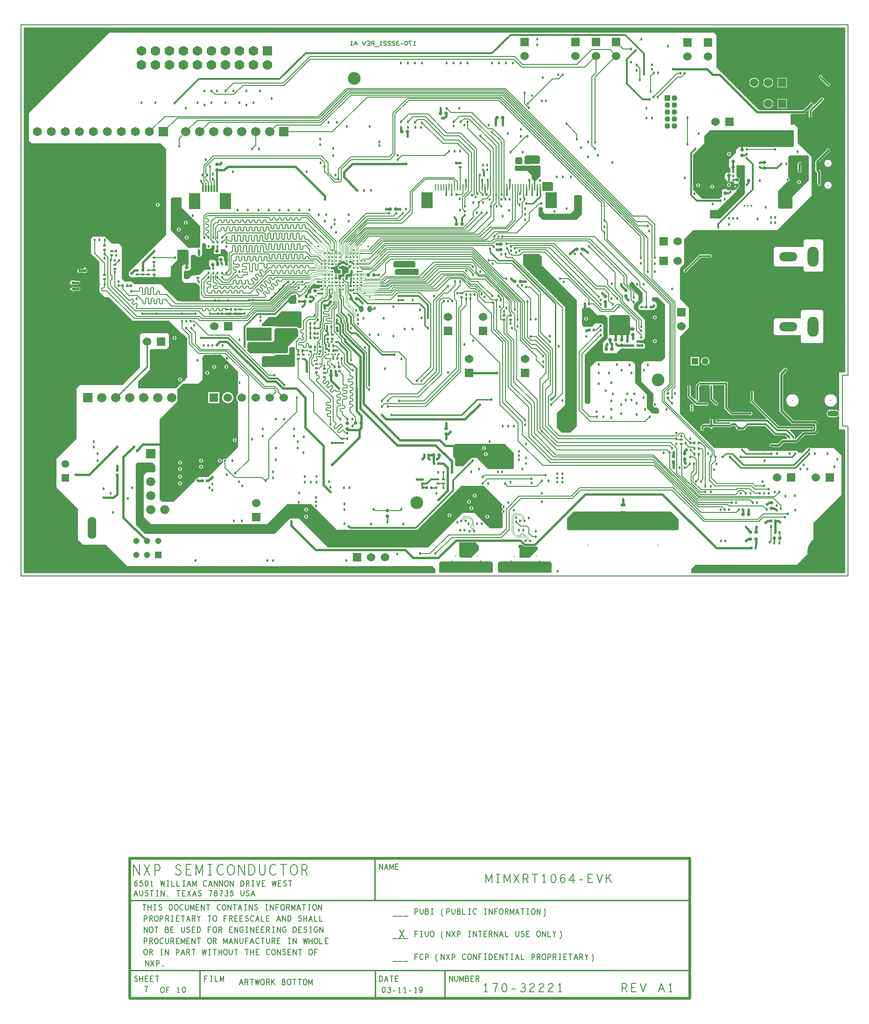
<source format=gbr>
G04 ================== begin FILE IDENTIFICATION RECORD ==================*
G04 Layout Name:  LAY-32221_A1.brd*
G04 Film Name:    L4_BOTTOM*
G04 File Format:  Gerber RS274X*
G04 File Origin:  Cadence Allegro 16.6-2015-S103*
G04 Origin Date:  Mon Mar 11 10:16:28 2019*
G04 *
G04 Layer:  PACKAGE GEOMETRY/SHORT_LAYER_BOTTOM*
G04 Layer:  DRAWING FORMAT/FILM_TITLE_BLOCK*
G04 Layer:  VIA CLASS/BOTTOM*
G04 Layer:  PIN/BOTTOM*
G04 Layer:  ETCH/BOTTOM*
G04 Layer:  BOARD GEOMETRY/OUTLINE*
G04 *
G04 Offset:    (0.00 0.00)*
G04 Mirror:    No*
G04 Mode:      Positive*
G04 Rotation:  0*
G04 FullContactRelief:  No*
G04 UndefLineWidth:     6.00*
G04 ================== end FILE IDENTIFICATION RECORD ====================*
%FSLAX55Y55*MOIN*%
%IR0*IPPOS*OFA0.00000B0.00000*MIA0B0*SFA1.00000B1.00000*%
%ADD46O,.13X.065*%
%ADD41C,.01*%
%ADD12O,.061X.148*%
%ADD42C,.04*%
%ADD15O,.148X.061*%
%ADD45C,.05*%
%ADD30C,.014*%
%ADD27C,.06*%
%ADD28C,.07*%
%ADD20C,.025*%
%ADD24C,.045*%
%ADD10C,.018*%
%ADD13C,.091*%
%ADD43R,.04X.04*%
%ADD18C,.056*%
%ADD14C,.065*%
%ADD44R,.05X.05*%
%ADD25C,.066*%
%ADD34R,.079X.118*%
%ADD31R,.06X.06*%
%ADD23C,.067*%
%ADD38R,.07X.07*%
%ADD29R,.045X.045*%
%ADD33R,.065X.065*%
%ADD17R,.056X.056*%
%ADD26R,.066X.066*%
%ADD19R,.067X.067*%
%ADD47O,.07874X.1437*%
%ADD16O,.06098X.15799*%
%ADD40R,.032X.024*%
%ADD22R,.02X.018*%
%ADD21R,.018X.02*%
%ADD11C,.22*%
%ADD48O,.083X.043*%
%ADD37O,.035X.045*%
%ADD39R,.011X.049*%
%ADD36R,.033X.028*%
%ADD35R,.012X.049*%
%ADD32R,.028X.033*%
%ADD49C,.02*%
%ADD50C,.012*%
%ADD51C,.013*%
%ADD52C,.015*%
%ADD53C,.004*%
%ADD54C,.005*%
%ADD55C,.006*%
%ADD56C,.0047*%
%ADD65C,.08004*%
%ADD62C,.06006*%
%ADD59C,.07006*%
%ADD58C,.05206*%
%ADD64C,.02804*%
%ADD60C,.02806*%
%ADD63C,.08906*%
%ADD57R,.07X.07*%
%ADD61R,.06004X.06002*%
%ADD66R,.08002X.08002*%
G75*
%LPD*%
G75*
G36*
G01X2001Y2001D02*
Y391699D01*
X588549D01*
Y311000D01*
X588500D01*
Y263500D01*
X588549D01*
Y145809D01*
X588291Y145551D01*
X584438D01*
X584343Y145456D01*
Y118368D01*
G02X583703Y118048I-400J0D01*
G03X581902Y118753I-1801J-1948D01*
G01X577902D01*
G03Y113447I0J-2653D01*
G01X581902D01*
G03X583703Y114152I0J2653D01*
G02X584343Y113832I240J-320D01*
G01Y104968D01*
X584722Y104589D01*
X588038D01*
X588549Y104078D01*
Y2001D01*
X478500D01*
Y5000D01*
X481500Y8000D01*
X554000D01*
X566000Y20000D01*
Y38000D01*
X586000Y58000D01*
Y86000D01*
X580500Y91500D01*
X563984D01*
G03X562016I-984J-1000D01*
G01X561500D01*
X558000Y88000D01*
X555500D01*
X554000Y89500D01*
X520500D01*
X518500Y91500D01*
X495250D01*
X470750Y116000D01*
Y171000D01*
X477000Y177250D01*
Y191750D01*
X470750Y198000D01*
Y220250D01*
X473500Y223000D01*
Y227000D01*
X473750Y227250D01*
Y240750D01*
X480000Y247000D01*
X540000D01*
X564500Y271500D01*
Y299500D01*
X554500Y309500D01*
Y320500D01*
X552500Y322500D01*
X550000D01*
X549500Y323000D01*
Y329749D01*
X550000Y330249D01*
X559518D01*
X564934Y335665D01*
X564976Y335680D01*
G03X565144Y335754I-480J1318D01*
G01X565274Y335821D01*
X565519Y335576D01*
X562659Y332716D01*
Y329370D01*
G03X564861I1101J-870D01*
G01Y331804D01*
X572162Y339105D01*
X572226Y339115D01*
G03X570615Y340726I-226J1385D01*
G01X570605Y340662D01*
X566584Y336641D01*
G02X565902Y336941I-282J283D01*
G03X563180Y337476I-1402J59D01*
G01X563165Y337434D01*
X558482Y332751D01*
X545482D01*
X527751D01*
X527249D01*
X496500Y363500D01*
Y386500D01*
X495000Y388000D01*
X63000D01*
X5500Y330500D01*
Y311000D01*
X7500Y309000D01*
X99500D01*
X103500Y305000D01*
Y243500D01*
X77000Y217000D01*
Y215000D01*
X78500Y213500D01*
X106000D01*
X107000Y214500D01*
Y221000D01*
X111500Y225500D01*
Y232500D01*
X112000Y233000D01*
X119000D01*
X119500Y232500D01*
Y223000D01*
X119000Y222500D01*
X116000D01*
X115000Y221500D01*
Y211000D01*
X116500Y209500D01*
X125000D01*
X127500Y207000D01*
Y198500D01*
X129000Y197000D01*
Y196500D01*
X112000D01*
X100000Y208500D01*
X81000D01*
X79000Y210500D01*
X74000D01*
X72000Y212500D01*
Y235500D01*
X70000Y237500D01*
X65000D01*
X60000Y242500D01*
X51500D01*
X50000Y241000D01*
Y230500D01*
X56000Y224500D01*
Y203000D01*
X60000Y199000D01*
X63000D01*
X79500Y182500D01*
X105500D01*
X115000Y173000D01*
X115500D01*
X118500Y170000D01*
Y142000D01*
X110500Y134000D01*
X84000D01*
X83500Y134500D01*
Y139000D01*
X92000Y147500D01*
Y161500D01*
X92500Y162000D01*
X103500D01*
X105500Y164000D01*
Y172500D01*
X104500Y173500D01*
X86000D01*
X85000Y172500D01*
Y149000D01*
X72500Y136500D01*
X42000D01*
X39500Y134000D01*
Y98000D01*
X25250Y83750D01*
Y63250D01*
X40500Y48000D01*
Y26000D01*
X44000Y22500D01*
X60500D01*
X76000Y7000D01*
X294000D01*
X296000Y5000D01*
Y2001D01*
X2001D01*
G37*
G36*
G01X219250Y20500D02*
X214000Y25750D01*
X213750D01*
X198500Y41000D01*
X192000D01*
X181000Y30000D01*
X88500D01*
X82000Y36500D01*
Y80000D01*
X83000Y81000D01*
X94000D01*
X96000Y79000D01*
Y75000D01*
X95000Y74000D01*
X89500D01*
X87500Y72000D01*
Y42500D01*
X93000Y37000D01*
X175500D01*
X190000Y51500D01*
X197231D01*
G03X198969I869J1100D01*
G01X207000D01*
X225500Y33000D01*
X283000D01*
X314500Y64500D01*
X330500D01*
X343744Y51256D01*
G02X343691Y50647I-283J-282D01*
G03X343887Y48238I809J-1147D01*
G01X344000Y48183D01*
Y47317D01*
X343887Y47262D01*
G03Y44738I613J-1262D01*
G01X344000Y44683D01*
Y35000D01*
X343000Y34000D01*
X335000D01*
X324000Y45000D01*
X315300D01*
X290800Y20500D01*
X219250D01*
G37*
G36*
G01X100500Y53000D02*
X99000Y54500D01*
Y112000D01*
X111500Y124500D01*
Y126518D01*
G03Y128100I-3771J791D01*
G01Y133500D01*
X115500Y137500D01*
X126500D01*
X129500Y140500D01*
Y156500D01*
X131000Y158000D01*
X143000D01*
X145600Y155400D01*
X145608Y155332D01*
G03X146832Y154108I1392J168D01*
G01X146900Y154100D01*
X155000Y146000D01*
Y138972D01*
G03Y137006I1000J-983D01*
G01Y130322D01*
X154941Y130181D01*
X154912Y130153D01*
G03Y124465I2817J-2844D01*
G01X154941Y124437D01*
X155000Y124296D01*
Y92000D01*
X146492Y83492D01*
G03X144508Y81508I-992J-992D01*
G01X133750Y70750D01*
X126750D01*
X125900Y69900D01*
X125832Y69892D01*
G03X124608Y68668I168J-1392D01*
G01X124600Y68600D01*
X109000Y53000D01*
X100500D01*
G37*
G36*
G01X118728Y217998D02*
G03X119117Y218184I0J500D01*
G01X119143Y218216D01*
X119304Y218300D01*
X120200D01*
X121400Y219500D01*
Y228900D01*
X122000Y229500D01*
X124500D01*
X126000Y228000D01*
X126641D01*
X126666Y227993D01*
G03X127382I358J1357D01*
G01X127407Y228000D01*
X128000D01*
X129200Y229200D01*
Y237400D01*
X129600Y237800D01*
X131300D01*
X132200Y236900D01*
Y234200D01*
X132650Y233750D01*
X134850D01*
X136000Y234900D01*
Y235700D01*
X136500Y236200D01*
X137700D01*
X138200Y235700D01*
Y233400D01*
X137600Y232800D01*
Y232708D01*
X137571Y232660D01*
G03X137498Y232400I429J-261D01*
G01Y231600D01*
G03X137571Y231340I502J1D01*
G01X137600Y231292D01*
Y230500D01*
X138100Y230000D01*
X142000D01*
X142500Y230500D01*
Y233000D01*
X143000Y233500D01*
X145600D01*
X147700Y231400D01*
Y221900D01*
X147600Y221800D01*
X145700D01*
X145500Y222000D01*
Y224600D01*
X145000Y225100D01*
Y225566D01*
X145001Y225574D01*
G03X145002Y225600I-500J32D01*
G01Y226400D01*
G03X145001Y226426I-501J-6D01*
G01X145000Y226434D01*
Y227600D01*
X144200Y228400D01*
X141200D01*
X140900Y228100D01*
Y226716D01*
X140884Y226679D01*
G03Y225321I1616J-679D01*
G01X140900Y225284D01*
Y224300D01*
X141498Y223702D01*
Y223385D01*
X141500Y223384D01*
Y222400D01*
X140600Y221500D01*
X139800D01*
X139400Y221900D01*
Y224700D01*
X138300Y225800D01*
X135000D01*
X134200Y225000D01*
Y221600D01*
X135100Y220700D01*
Y219000D01*
X134800Y218700D01*
X131000D01*
X127376Y215076D01*
X125200D01*
Y215017D01*
X125082Y214900D01*
X121900D01*
X119200Y212200D01*
X117000D01*
X116200Y213000D01*
Y217300D01*
X117200Y218300D01*
X117456D01*
X117516Y218214D01*
G03X117928Y217998I412J285D01*
G01X118728D01*
G37*
G36*
G01X127924Y237502D02*
Y235424D01*
X127000Y234500D01*
X119500D01*
X107000Y247000D01*
Y269500D01*
X108000Y270500D01*
X114000D01*
X114500Y270000D01*
Y263500D01*
X128000Y250000D01*
Y237578D01*
X127924Y237502D01*
G37*
G36*
G01X161500Y168000D02*
X161000Y168500D01*
Y177000D01*
X161500Y177500D01*
X178500D01*
X179000Y177000D01*
Y173001D01*
X178999D01*
Y168999D01*
X179000D01*
Y168500D01*
X178500Y168000D01*
X161500D01*
G37*
G36*
G01X173000Y149500D02*
X172000Y150500D01*
Y156000D01*
X173000Y157000D01*
X180500D01*
X181500Y158000D01*
X182499D01*
Y157924D01*
X184501D01*
Y158000D01*
X186999D01*
Y157924D01*
X189001D01*
Y158000D01*
X191000D01*
X191500Y158500D01*
Y163000D01*
X192000Y163500D01*
X195000D01*
X195500Y163000D01*
Y150500D01*
X194500Y149500D01*
X173000D01*
G37*
G36*
G01X163500Y159000D02*
X161500Y161000D01*
Y166000D01*
X162500Y167000D01*
X179500D01*
X181000Y168500D01*
Y168999D01*
X181001D01*
Y173001D01*
X181000D01*
Y176000D01*
X182000Y177000D01*
X183999D01*
Y176924D01*
X186001D01*
Y177000D01*
X187799D01*
Y176924D01*
X189801D01*
Y177000D01*
X191799D01*
Y176924D01*
X193801D01*
Y177000D01*
X196500D01*
X198000Y175500D01*
Y171500D01*
X197500Y171000D01*
X195500Y169000D01*
X190500Y164000D01*
Y160000D01*
X189500Y159000D01*
X189001D01*
Y159076D01*
X186999D01*
Y159000D01*
X184501D01*
Y159076D01*
X182499D01*
Y159000D01*
X163500D01*
G37*
G36*
G01X198400Y176950D02*
X197200Y178150D01*
X196266D01*
X196215Y178202D01*
X183298D01*
X183250Y178250D01*
X182750D01*
X182497Y178503D01*
X175915D01*
X172500D01*
X172000Y179003D01*
Y180000D01*
X177000Y185000D01*
X180400D01*
X180450Y185050D01*
X181850D01*
X186000Y189200D01*
X199200D01*
X200100Y188300D01*
Y177500D01*
X199550Y176950D01*
X198400D01*
G37*
G36*
G01X192000Y194500D02*
X190500Y196000D01*
Y198000D01*
X193000Y200500D01*
X195500D01*
X196424Y199576D01*
Y198986D01*
X196500Y198910D01*
Y197078D01*
X196424Y197002D01*
Y195424D01*
X195500Y194500D01*
X192000D01*
G37*
G36*
G01X202700Y198400D02*
X202500Y198600D01*
Y200500D01*
X204500Y202500D01*
Y204037D01*
X205500Y205037D01*
X206252Y205789D01*
Y206252D01*
X208600Y208600D01*
X210200D01*
X210700Y208100D01*
X211082D01*
X211198Y207983D01*
Y207924D01*
X213202D01*
Y207983D01*
X213318Y208100D01*
X215100D01*
X215224Y207976D01*
Y206724D01*
X215000Y206500D01*
X213600D01*
X213300Y206200D01*
Y205600D01*
X213202Y205502D01*
X213009D01*
X208502D01*
X208002Y205002D01*
X208000D01*
Y205000D01*
X207363Y204363D01*
Y202375D01*
X206988Y202000D01*
X206500D01*
X206000D01*
X204502Y200502D01*
X204424D01*
Y198524D01*
X204300Y198400D01*
X202700D01*
G37*
G36*
G01X226750Y211750D02*
X226500Y212000D01*
Y215000D01*
X227000Y215500D01*
X228500D01*
X229100Y216100D01*
Y216298D01*
G02X229300Y216498I200J0D01*
G01X229376D01*
Y218502D01*
X229300D01*
G02X229100Y218702I0J200D01*
G01Y219000D01*
X228750Y219350D01*
X227133D01*
G02X226991Y219409I0J200D01*
G01X226776Y219625D01*
Y220425D01*
X227364Y221014D01*
X227600Y221250D01*
X228350D01*
X228750Y221650D01*
X231000D01*
X231550Y221100D01*
X232600D01*
X233250Y220450D01*
Y219600D01*
X233875Y218975D01*
Y216575D01*
X233600Y216300D01*
X231900D01*
X230800Y215200D01*
Y214500D01*
X230200Y213900D01*
X229300D01*
X228700Y213300D01*
Y212000D01*
X228450Y211750D01*
X226750D01*
G37*
G36*
G01X226174Y220674D02*
Y219376D01*
X226801Y218748D01*
X227902D01*
X228200Y218450D01*
Y216300D01*
X228002Y216102D01*
X227753D01*
X227730Y216108D01*
G03X227152I-289J-1167D01*
G01X227129Y216102D01*
X226751D01*
X226649Y216000D01*
X225451D01*
X225409Y216020D01*
G03X225051Y216130I-528J-1080D01*
G03X224499Y216080I-170J-1190D01*
G01X224484Y216075D01*
X224450Y216069D01*
G02X224275Y216125I-33J197D01*
G01X223500Y216900D01*
Y217256D01*
X223504Y217275D01*
G03Y217727I-1181J226D01*
G01X223500Y217746D01*
Y218300D01*
X222800Y219000D01*
X221500D01*
X221300Y219200D01*
Y220600D01*
X221500Y220800D01*
X223600D01*
X224300Y221500D01*
X224439D01*
X224472Y221488D01*
G03X226079Y222513I410J1130D01*
G01X226086Y222586D01*
X226100Y222600D01*
Y223300D01*
X226783Y223983D01*
X227298D01*
X227309Y223982D01*
G03X228614Y224914I132J1194D01*
G01X228700Y225000D01*
X230900D01*
X232200Y223700D01*
X233198D01*
X233498Y223400D01*
Y222050D01*
G02X233298Y221850I-200J0D01*
G01X232300D01*
X231050Y223100D01*
X229000D01*
X228000Y222100D01*
X227600D01*
X227352Y221852D01*
X227351D01*
X226174Y220674D01*
G37*
G36*
G01X231700Y211300D02*
X231500Y211500D01*
Y215049D01*
X232149Y215698D01*
X233849D01*
X233851Y215700D01*
X234100D01*
X234398Y215998D01*
X234426D01*
Y216026D01*
X234898Y216498D01*
X235076D01*
Y216676D01*
X235100Y216700D01*
Y218400D01*
X235200Y218500D01*
X236800D01*
X237000Y218300D01*
Y216300D01*
X236500Y215800D01*
Y215186D01*
X236496Y215167D01*
G03Y214715I1181J-226D01*
G01X236500Y214696D01*
Y214100D01*
X236300Y213900D01*
X234200D01*
X234102Y213802D01*
X234074D01*
Y213774D01*
X233602Y213302D01*
X233424D01*
Y213124D01*
X233400Y213100D01*
Y211600D01*
X233100Y211300D01*
X231700D01*
G37*
G36*
G01X267000Y220500D02*
X266000Y221500D01*
Y224000D01*
X267000Y225000D01*
X280500D01*
X281500Y224000D01*
Y221500D01*
X280500Y220500D01*
X280439D01*
G03X280400Y220502I-45J-500D01*
G01X279600D01*
G03X279567Y220500I14J-501D01*
G01X275433D01*
G03X275400Y220502I-47J-499D01*
G01X274600D01*
G03X274567Y220500I14J-501D01*
G01X270433D01*
G03X270400Y220502I-47J-499D01*
G01X269600D01*
G03X269567Y220500I14J-501D01*
G01X267000D01*
G37*
G36*
G01X268000Y215000D02*
X267000Y216000D01*
Y218500D01*
X267998Y219498D01*
X280915D01*
X280916Y219500D01*
X283500D01*
X284000Y219000D01*
Y215500D01*
X283500Y215000D01*
X268000D01*
G37*
G36*
G01X298500Y9500D02*
X299500Y10500D01*
X336000D01*
X337000Y9500D01*
Y3000D01*
X336500Y2500D01*
X299000D01*
X298500Y3000D01*
Y9500D01*
G37*
G36*
G01X324835Y16559D02*
X324801Y16544D01*
G03X323503Y15246I1073J-2371D01*
G01X323488Y15212D01*
X321300Y13024D01*
X314400D01*
X313000Y14424D01*
Y23674D01*
X313500Y24174D01*
X324650D01*
X327000Y21824D01*
Y18724D01*
X324835Y16559D01*
G37*
G36*
G01X351000Y76500D02*
X333500D01*
X325500Y84500D01*
X321500D01*
X315500Y78500D01*
X311000D01*
X310000Y79500D01*
Y84000D01*
X308500Y85500D01*
Y93000D01*
X310000Y94500D01*
X336000D01*
X345500D01*
X352000Y88000D01*
Y83500D01*
Y77500D01*
X351000Y76500D01*
G37*
G36*
G01X340500Y9500D02*
X341500Y10500D01*
X378000D01*
X379000Y9500D01*
Y3000D01*
X378500Y2500D01*
X341000D01*
X340500Y3000D01*
Y9500D01*
G37*
G36*
G01X369000Y20824D02*
Y19224D01*
X362800Y13024D01*
X356400D01*
X355950Y13474D01*
Y17424D01*
X356025Y17499D01*
Y20024D01*
X355300Y20749D01*
Y22124D01*
X355600Y22424D01*
X357800D01*
X359100Y21124D01*
X368700D01*
X369000Y20824D01*
G37*
G36*
G01X386000Y102500D02*
X382500Y106000D01*
Y116500D01*
X388500Y122500D01*
Y189500D01*
Y192000D01*
X358500Y222000D01*
Y229500D01*
X359000Y230000D01*
X370000D01*
X372000Y228000D01*
Y222000D01*
X397000Y197000D01*
Y107000D01*
X392500Y102500D01*
X386000D01*
G37*
G36*
G01X362076Y294002D02*
X362002Y294076D01*
X360424D01*
X359500Y295000D01*
Y299500D01*
X360500Y300500D01*
X369500D01*
X370500Y299500D01*
Y295500D01*
X369500Y294500D01*
X369439D01*
G03X369400Y294502I-45J-500D01*
G01X368600D01*
G03X368567Y294500I14J-501D01*
G01X365433D01*
G03X365400Y294502I-47J-499D01*
G01X364600D01*
G03X364567Y294500I14J-501D01*
G01X363000D01*
X362502Y294002D01*
X362076D01*
G37*
G36*
G01X353998D02*
X353000Y295000D01*
Y298000D01*
X354000Y299000D01*
X357000D01*
X358000Y298000D01*
Y295000D01*
X357076Y294076D01*
X355998D01*
X355924Y294002D01*
X353998D01*
G37*
G36*
G01X366400Y275300D02*
X366300Y275400D01*
Y282200D01*
X364500Y284000D01*
Y286500D01*
X361500Y289500D01*
X353000D01*
X352500Y290000D01*
Y292500D01*
X353000Y293000D01*
X355922D01*
X355998Y292924D01*
X358002D01*
X358078Y293000D01*
X359922D01*
X359998Y292924D01*
X362002D01*
X362078Y293000D01*
X370500D01*
X371000Y292500D01*
Y285800D01*
X367200Y282000D01*
Y275400D01*
X367100Y275300D01*
X366400D01*
G37*
G36*
G01X369500Y263000D02*
X370000Y263500D01*
X372000D01*
X372500Y263000D01*
Y260500D01*
X374250Y258750D01*
X392250D01*
X395000Y261500D01*
Y271500D01*
X395500Y272000D01*
X400000D01*
X400500Y271500D01*
Y258500D01*
X396500Y254500D01*
X372500D01*
X369500Y257500D01*
Y263000D01*
G37*
G36*
G01X372100Y281100D02*
X372300Y281300D01*
X379100D01*
X380000Y280400D01*
Y275400D01*
X379700Y275100D01*
X372300D01*
X372100Y275300D01*
Y281100D01*
G37*
G36*
G01X394750Y46250D02*
X464064D01*
X469500Y40814D01*
Y33628D01*
X468500Y32628D01*
X391000D01*
X390000Y33628D01*
Y41500D01*
X394750Y46250D01*
G37*
G36*
G01X451000Y116000D02*
X447000Y120000D01*
Y129500D01*
X438500Y138000D01*
Y151500D01*
X436500Y153500D01*
X410500D01*
X406500Y149500D01*
Y124000D01*
X405500Y123000D01*
X403500D01*
X402500Y124000D01*
Y158000D01*
X416000Y171500D01*
Y179500D01*
X415000Y180500D01*
X410000D01*
X407500Y178000D01*
X402000D01*
X400500Y179500D01*
Y190500D01*
X401750Y191750D01*
X406250D01*
X411500Y186500D01*
X417000D01*
X418998Y184502D01*
Y172585D01*
X419000Y172584D01*
Y170000D01*
X415500Y166500D01*
Y160500D01*
X417000Y159000D01*
X425000D01*
X428500Y162500D01*
X444500D01*
X445500Y163500D01*
Y165500D01*
X444500Y166500D01*
X441702D01*
G02X441502Y166700I0J200D01*
G01Y166704D01*
X439796D01*
X439500Y167000D01*
Y168000D01*
X440000Y168500D01*
X444000D01*
X445500Y170000D01*
Y183000D01*
X437500Y191000D01*
Y193500D01*
X441000Y197000D01*
Y200500D01*
X438252Y203248D01*
Y203812D01*
X434500Y207564D01*
Y209000D01*
X435500Y210000D01*
X437000D01*
X438000Y209000D01*
Y208500D01*
X444000Y202500D01*
Y196000D01*
X441000Y193000D01*
Y191000D01*
X442000Y190000D01*
X452000D01*
X454000Y192000D01*
Y194500D01*
X452500Y196000D01*
X451500D01*
X450500Y197000D01*
Y198500D01*
X451000Y199000D01*
X455000D01*
X460000Y194000D01*
Y156000D01*
X457500Y153500D01*
X445000D01*
X443000Y151500D01*
Y139000D01*
X451500Y130500D01*
Y123561D01*
G03Y121595I1000J-983D01*
G01Y121000D01*
X452000Y120500D01*
X454000D01*
X455500Y119000D01*
Y116500D01*
X455000Y116000D01*
X451000D01*
G37*
G36*
G01X420000Y173000D02*
Y185500D01*
X421000Y186500D01*
X434000D01*
X435000Y185500D01*
Y173000D01*
X434000Y172000D01*
X421000D01*
X420000Y173000D01*
G37*
G36*
G01X486500Y269500D02*
X480000Y276000D01*
Y301000D01*
X488000Y309000D01*
Y314500D01*
X492000Y318500D01*
X551500D01*
X552000Y318000D01*
Y307500D01*
X551000Y306500D01*
X512500D01*
X510500Y304500D01*
Y302500D01*
X505500Y297500D01*
Y292500D01*
X506500Y291500D01*
Y288500D01*
X506000Y288000D01*
X503500D01*
X502500Y287000D01*
Y284000D01*
X504166Y282334D01*
X504178Y282275D01*
G03X504871Y281327I1374J277D01*
G02Y280627I-194J-350D01*
G03X506233I681J-1225D01*
G02Y281327I194J350D01*
G03X506790Y281894I-681J1226D01*
G01X506846Y282000D01*
X507406D01*
X507462Y281894D01*
G03X509011Y281185I1238J658D01*
G02X509500Y280795I89J-390D01*
G01Y276000D01*
X509000Y275500D01*
X507483D01*
G03X505517I-983J-1000D01*
G01X505000D01*
X504000Y276500D01*
X501500D01*
X500500Y275500D01*
Y271500D01*
X498500Y269500D01*
X486500D01*
G37*
G36*
G01X492500Y255500D02*
X492000Y256000D01*
Y261000D01*
X492500Y261500D01*
X497500D01*
X511000Y275000D01*
Y275943D01*
X512548Y277492D01*
Y277593D01*
X512621Y277653D01*
G03X512413Y280495I-1121J1347D01*
G02X512341Y280761I104J171D01*
G03Y281239I-441J239D01*
G02X512413Y281505I176J95D01*
G03X511419Y284750I-913J1495D01*
G02X511000Y285150I-19J400D01*
G01Y291567D01*
G03X511002Y291600I-499J47D01*
G01Y292400D01*
G03X511000Y292433I-501J-14D01*
G01Y293000D01*
X511500Y293500D01*
X516500D01*
X517000Y293000D01*
Y282933D01*
G03X516998Y282900I499J-47D01*
G01Y282100D01*
G03X517000Y282067I501J14D01*
G01Y280200D01*
G03Y278604I1153J-798D01*
G01Y273000D01*
X499500Y255500D01*
X492500D01*
G37*
G36*
G01X541500Y262500D02*
X540500Y263500D01*
Y275000D01*
X547141Y281641D01*
X547244Y281622D01*
G03X548113Y284261I256J1378D01*
G01X548000Y284316D01*
Y299500D01*
X549000Y300500D01*
X562000D01*
X562500Y300000D01*
Y282500D01*
X551000Y271000D01*
Y263500D01*
X550000Y262500D01*
X541500D01*
G37*
%LPC*%
G75*
G36*
G01X506300Y109824D02*
X498245D01*
G02Y112026I-870J1101D01*
G01X532050D01*
G03X532333Y112709I0J400D01*
G01X520898Y124144D01*
Y130132D01*
G02X523102I1102J868D01*
G01Y125056D01*
X541056Y107102D01*
X564132D01*
G02Y104898I868J-1102D01*
G01X549125D01*
G03X548842Y104216I0J-400D01*
G01X552522Y100535D01*
Y99949D01*
G02X552418Y98092I-1101J-870D01*
G03X552560Y97751I142J-141D01*
G01X552982D01*
X558482Y103251D01*
X565982D01*
X567249Y104518D01*
Y107982D01*
X566482Y108749D01*
X550482D01*
X541643Y117588D01*
Y144912D01*
X544665Y147934D01*
X544680Y147976D01*
G02X546476Y146180I1320J-476D01*
G01X546434Y146165D01*
X544145Y143876D01*
Y118624D01*
X551518Y111251D01*
X567518D01*
X569751Y109018D01*
Y103482D01*
X567018Y100749D01*
X559518D01*
X554018Y95249D01*
X544518D01*
X541518Y92249D01*
X536637D01*
X536596Y92230D01*
G02Y94770I-596J1270D01*
G01X536637Y94751D01*
X540482D01*
X543482Y97751D01*
X546926D01*
G03X547284Y98329I-1J400D01*
G02X547084Y98852I1184J753D01*
G01X547074Y98916D01*
X545592Y100398D01*
X538102D01*
X531500Y107000D01*
X519057D01*
X517395Y105338D01*
X517385Y105274D01*
G02X516184Y104109I-1385J226D01*
G02X515132Y104398I-184J1391D01*
G01X514363D01*
G02X511503Y104587I-1363J1102D01*
G03X511237Y104659I-171J-104D01*
G02X510498Y105100I-238J441D01*
G01Y105900D01*
G02X510570Y106158I502J-1D01*
G01X510650Y106292D01*
X509544Y107398D01*
X507956D01*
X506956Y106398D01*
X494363D01*
G02X493914Y106005I-1362J1103D01*
G03X493842Y105739I104J-171D01*
G02X493400Y104998I-442J-239D01*
G01X492600D01*
G02X492158Y105739I0J502D01*
G03X492086Y106005I-176J95D01*
G02X491637Y106398I913J1496D01*
G01X488156D01*
X487619Y105861D01*
X487700Y105727D01*
G02X485398Y105868I-1200J-727D01*
G01Y106756D01*
X487244Y108602D01*
X491637D01*
G02X491898Y108863I1363J-1102D01*
G01Y110132D01*
G02X494102I1102J868D01*
G01Y108863D01*
G02X494363Y108602I-1102J-1363D01*
G01X506044D01*
X506583Y109141D01*
G03X506300Y109824I-283J283D01*
G37*
G36*
G01X507932Y117126D02*
X520132D01*
G02Y114922I868J-1102D01*
G01X507020D01*
X502398Y119544D01*
Y136199D01*
G03X502199Y136398I-199J-1D01*
G01X494500D01*
G03X494154Y135798I0J-400D01*
G02X494102Y134132I-1154J-798D01*
G01Y126948D01*
X496663Y124387D01*
X496727Y124377D01*
G02X495115Y122765I-227J-1385D01*
G01X495105Y122829D01*
X491898Y126036D01*
Y134132D01*
G02X491846Y135798I1102J868D01*
G03X491500Y136398I-346J200D01*
G01X485156D01*
X484102Y135344D01*
Y126892D01*
G02X482928Y124623I-1102J-868D01*
G01X482839Y124627D01*
X482635Y124423D01*
X482956Y124102D01*
X488632D01*
G02Y121898I868J-1102D01*
G01X482044D01*
X475898Y128044D01*
Y134132D01*
G02X478102I1102J868D01*
G01Y128956D01*
X480812Y126245D01*
X480956Y126101D01*
G03X481621Y126281I279J287D01*
G02X481898Y126892I1379J-257D01*
G01Y136256D01*
X484244Y138602D01*
X502632D01*
G02X504602Y136632I868J-1102D01*
G01Y120456D01*
X507932Y117126D01*
G37*
G36*
G01X479997Y120513D02*
G03Y119987I301J-263D01*
G02X478003I-997J-987D01*
G03Y120513I-301J263D01*
G02X479997I997J987D01*
G37*
G36*
G01X573000Y167500D02*
X572000Y166500D01*
X558000D01*
X557000Y167500D01*
Y172000D01*
X538500D01*
X537500Y173000D01*
Y183000D01*
X538500Y184000D01*
X557000D01*
Y189000D01*
X558000Y190000D01*
X572000D01*
X573000Y189000D01*
Y167500D01*
G37*
G36*
G01X40363Y203749D02*
X38728D01*
G02X36003Y204087I-1228J1251D01*
G03X35738Y204159I-171J-104D01*
G02X34999Y204600I-238J441D01*
G01Y205400D01*
G02X35738Y205841I501J0D01*
G03X36003Y205913I94J176D01*
G02X38728Y206251I1497J-913D01*
G01X40363D01*
X40404Y206270D01*
G02Y203730I596J-1270D01*
G01X40363Y203749D01*
G37*
G36*
G01Y210751D02*
X40404Y210770D01*
G02Y208230I596J-1270D01*
G01X40363Y208249D01*
X38376D01*
Y208000D01*
X35576D01*
Y208499D01*
X34924D01*
Y210501D01*
X35576D01*
Y211000D01*
X38376D01*
Y210751D01*
X40363D01*
G37*
G36*
G01X42137Y219251D02*
X44272D01*
G02X44587Y219497I1230J-1250D01*
G03X44659Y219762I-104J171D01*
G02X45100Y220501I441J238D01*
G01X45900D01*
G02X46341Y219762I0J-501D01*
G03X46413Y219497I176J-94D01*
G02X44272Y216749I-913J-1496D01*
G01X42137D01*
X42096Y216730D01*
G02Y219270I-596J1270D01*
G01X42137Y219251D01*
G37*
G36*
G01X475895Y217887D02*
X475885Y217823D01*
G02X474273Y219435I-1385J227D01*
G01X474337Y219445D01*
X484494Y229602D01*
X491132D01*
G02Y227398I868J-1102D01*
G01X485406D01*
X475895Y217887D01*
G37*
G36*
G01X573000Y218500D02*
X572000Y217500D01*
X560000D01*
X559000Y218500D01*
Y221000D01*
X538500D01*
X537500Y222000D01*
Y234000D01*
X538500Y235000D01*
X559000D01*
Y239500D01*
X560000Y240500D01*
X572000D01*
X573000Y239500D01*
Y218500D01*
G37*
G36*
G01X576662Y352395D02*
X576726Y352385D01*
G02X575115Y350774I-226J-1385D01*
G01X575105Y350838D01*
X570838Y355105D01*
X570774Y355115D01*
G02X572385Y356726I226J1385D01*
G01X572395Y356662D01*
X576662Y352395D01*
G37*
G36*
G01X568730Y280596D02*
X568749Y280637D01*
Y287982D01*
X567249Y289482D01*
Y296517D01*
X575165Y304433D01*
X575180Y304475D01*
G02X576976Y302679I1320J-476D01*
G01X576934Y302664D01*
X569751Y295481D01*
Y290518D01*
X571251Y289018D01*
Y280637D01*
X571270Y280596D01*
G02X568730I-1270J-596D01*
G37*
G36*
G01X557252Y293549D02*
Y290021D01*
X557270Y289980D01*
G02X554730I-1270J-593D01*
G01X554748Y290021D01*
Y294091D01*
X554745Y294110D01*
G02Y294646I1376J268D01*
G01X554748Y294665D01*
Y294775D01*
X554788Y294815D01*
X554803Y294857D01*
G02X557252Y293549I1318J-480D01*
G37*
G54D65*
X147729Y127309D03*
G54D62*
X488740Y153563D03*
G54D59*
X533500Y337500D03*
Y352500D03*
X523500D03*
G54D58*
X576327Y279076D03*
Y294824D03*
G54D64*
X203500Y42500D03*
Y47500D03*
X306000Y43396D03*
X146500Y149500D03*
X152669Y97000D03*
X138000Y149500D03*
X133000Y145000D03*
X128500Y82500D03*
Y78000D03*
X113500Y81000D03*
Y76500D03*
Y66000D03*
Y71000D03*
X118328Y241672D03*
X403500Y183628D03*
X452500Y167628D03*
Y184628D03*
X483500Y279000D03*
X493500Y278006D03*
X505552Y301450D03*
X555500Y281513D03*
G54D60*
X97500Y265000D03*
X109500Y170000D03*
X113524Y140500D03*
X324000Y57500D03*
X320000Y53000D03*
X321500Y48500D03*
X333024Y42500D03*
X142000Y82500D03*
X112500Y247500D03*
X117500Y252500D03*
X330500Y91500D03*
X332000Y87000D03*
G54D63*
X578327Y125549D03*
X550768D03*
G54D57*
X543500Y337500D03*
Y352500D03*
G54D61*
X481260Y153563D03*
G54D66*
X137729Y127309D03*
%LPD*%
G75*
G54D10*
X3500Y22700D03*
Y15200D03*
Y7700D03*
Y45200D03*
Y37700D03*
Y30200D03*
Y90200D03*
Y82700D03*
Y112700D03*
Y105200D03*
Y97700D03*
Y135200D03*
Y127700D03*
Y120200D03*
Y157700D03*
Y150200D03*
Y142700D03*
Y180200D03*
Y172700D03*
Y165200D03*
Y202700D03*
Y195200D03*
Y187700D03*
Y225200D03*
Y217700D03*
Y210200D03*
Y247700D03*
Y240200D03*
Y232700D03*
Y270200D03*
Y262700D03*
Y255200D03*
Y292700D03*
Y285200D03*
Y277700D03*
Y315200D03*
Y307700D03*
Y300200D03*
Y337700D03*
Y330200D03*
Y322700D03*
Y360200D03*
Y352700D03*
Y345200D03*
Y367700D03*
Y390200D03*
X24714Y3500D03*
X9714D03*
X17214D03*
X10000Y90000D03*
X22500Y95000D03*
Y90000D03*
X25000Y110000D03*
X20000Y100000D03*
Y107500D03*
Y115000D03*
X10000Y112500D03*
X22500Y130000D03*
Y137500D03*
X10000Y135000D03*
Y127500D03*
Y120000D03*
X22500Y152500D03*
Y158500D03*
Y145000D03*
X10000Y157500D03*
Y150000D03*
Y142500D03*
X9000Y180700D03*
X23500Y180000D03*
Y172500D03*
Y165000D03*
X26500Y166500D03*
X10000Y172500D03*
Y165000D03*
X7500Y176500D03*
X9000Y203200D03*
Y188200D03*
Y195700D03*
X28000Y199500D03*
Y192000D03*
X23500Y202500D03*
Y195000D03*
Y187500D03*
X9000Y225700D03*
Y210700D03*
Y218200D03*
X28000Y222000D03*
Y207000D03*
Y214500D03*
X23500Y217500D03*
Y210000D03*
X28000Y244500D03*
Y229500D03*
Y237000D03*
X22500Y247500D03*
X10000Y245000D03*
X9000Y232000D03*
Y236000D03*
X22500Y270000D03*
Y262500D03*
Y255000D03*
X10000Y267500D03*
Y252500D03*
Y260000D03*
X22500Y292500D03*
Y285000D03*
Y277500D03*
X10000Y290000D03*
Y275000D03*
Y282500D03*
X22500Y300000D03*
X10000Y297500D03*
Y305000D03*
Y340000D03*
X15000Y347500D03*
X20000Y355000D03*
X10000Y352500D03*
X15000Y360000D03*
X25000Y362500D03*
X27500Y355000D03*
X25031Y390200D03*
X38906Y72500D03*
X30000Y102500D03*
Y132500D03*
Y125000D03*
Y117500D03*
Y147500D03*
Y140000D03*
X50500Y183000D03*
X35941Y175941D03*
Y167059D03*
X32721Y176221D03*
X36000Y190500D03*
X46000Y194000D03*
X33500Y201000D03*
X41000Y205000D03*
X36500Y226000D03*
X34024Y212976D03*
X41500Y222000D03*
X41000Y209500D03*
X41500Y218000D03*
X47500Y247500D03*
X35000D03*
X36363Y239363D03*
X47500Y255000D03*
Y262500D03*
Y270000D03*
X35000Y255000D03*
Y262500D03*
Y270000D03*
X47500Y277500D03*
Y285000D03*
Y292500D03*
X35000Y277500D03*
Y285000D03*
Y292500D03*
X47500Y300000D03*
X35000D03*
X50000Y380000D03*
X45000Y385000D03*
Y377500D03*
X37500Y382500D03*
Y375000D03*
Y367500D03*
X30000Y370000D03*
Y385000D03*
X47531Y390200D03*
X40031D03*
X32531D03*
X69714Y3500D03*
X54714D03*
X62214D03*
X65500Y45500D03*
X59000Y62559D03*
X64024Y59000D03*
X59000Y56000D03*
X54500Y82536D03*
Y87520D03*
X52000Y92000D03*
X68500Y78815D03*
Y92500D03*
X52000Y96000D03*
X68500Y147000D03*
X56500Y158000D03*
X60000Y171000D03*
X69000Y181500D03*
X73500Y187500D03*
X62500Y188000D03*
X56500Y195000D03*
X66500Y194000D03*
X73500Y225500D03*
Y216000D03*
X55500Y208500D03*
X53000Y221574D03*
X68000Y229000D03*
X69500Y210500D03*
X66800Y225500D03*
X59500Y227000D03*
X69500Y207500D03*
X64000Y225500D03*
X59500Y208582D03*
X70012Y225488D03*
X67000Y217000D03*
X71000Y241000D03*
X65000Y247000D03*
X54500D03*
X59500Y244000D03*
X73500Y235500D03*
X64000Y240000D03*
X56000D03*
X59500Y230236D03*
X60000Y240000D03*
X68000Y232000D03*
X52729Y240000D03*
X54500Y258500D03*
X69000Y266500D03*
X58500D03*
X65000Y269500D03*
Y262000D03*
Y254500D03*
X54500Y269500D03*
Y262000D03*
Y252000D03*
X69000Y281500D03*
Y289000D03*
Y274000D03*
X58500Y281500D03*
Y289000D03*
Y274000D03*
X65000Y292000D03*
Y284500D03*
Y277000D03*
X54500Y292000D03*
Y284500D03*
Y277000D03*
X69000Y304000D03*
Y296500D03*
X58500Y304000D03*
Y296500D03*
X65000Y307500D03*
X57500D03*
X65000Y299500D03*
X54500D03*
X70031Y390200D03*
X62531D03*
X55031D03*
X92214Y3500D03*
X77214D03*
X84714D03*
X76200Y55500D03*
X79192Y63000D03*
X82476Y89476D03*
X80500Y92500D03*
X75500Y141000D03*
X81000Y160500D03*
X75000Y171000D03*
X85000Y181500D03*
X86500Y187500D03*
X82500Y198000D03*
X78500Y203500D03*
X82500Y211500D03*
X78000Y224000D03*
X94000Y210500D03*
X78500Y207500D03*
Y216000D03*
X95000Y221500D03*
X84000Y242000D03*
X74500Y247000D03*
X78000Y231500D03*
X91000Y244500D03*
X95000Y232000D03*
X74500Y262000D03*
Y254500D03*
X95000Y268000D03*
X87000D03*
Y254000D03*
X95000D03*
X76500Y269500D03*
Y277000D03*
Y292000D03*
Y284500D03*
X93500Y290500D03*
X76500Y299500D03*
Y307000D03*
X93000Y302500D03*
X86059Y338000D03*
X92531Y390200D03*
X85031D03*
X77531D03*
X114714Y3500D03*
X99714D03*
X107214D03*
X113500Y66000D03*
Y71000D03*
Y81000D03*
Y76500D03*
X113600Y86100D03*
X115900Y85000D03*
Y87500D03*
X106500Y114500D03*
X106524Y140524D03*
X116476D03*
X113524Y140500D03*
X118000Y182000D03*
X96500Y181500D03*
X109500Y170000D03*
X115000Y182000D03*
X118000Y177000D03*
X115000Y187500D03*
X96500D03*
X112500Y198500D03*
Y229000D03*
Y219000D03*
Y209000D03*
X110000Y227500D03*
X118000Y231000D03*
X112500Y247500D03*
X117500Y252500D03*
X97500Y265000D03*
X112500Y267500D03*
X108500D03*
X100500Y290500D03*
Y302500D03*
X113000Y307000D03*
X117481Y334000D03*
X96059Y338000D03*
X109654Y337654D03*
X115031Y390200D03*
X107531D03*
X100031D03*
X137214Y3500D03*
X122214D03*
X129714D03*
X124650Y11150D03*
X134500Y63211D03*
X136500Y65770D03*
Y61500D03*
X126000Y68500D03*
X136500Y70889D03*
X128500Y82500D03*
Y78000D03*
X118500Y87500D03*
X133000Y145000D03*
X138000Y149500D03*
X125830Y154170D03*
X138500Y157400D03*
X130000Y155000D03*
X123500Y179000D03*
X133500Y164900D03*
X130500D03*
X136500D03*
X128500Y170000D03*
X121500Y177000D03*
X139500Y165000D03*
X121000Y182000D03*
X138600Y196600D03*
X140500Y187500D03*
X124500D03*
X135000D03*
X137225Y219626D03*
X118328Y213328D03*
X134075Y219626D03*
X140374Y222776D03*
X137224Y213328D03*
X134074D03*
X140373D03*
X137224Y216477D03*
X140373D03*
X134074D03*
X127000Y210000D03*
X140373Y235373D03*
X134075Y235374D03*
X118328Y241672D03*
X127024Y229350D03*
X137224Y235373D03*
X140373Y241672D03*
X134074D03*
X140373Y238523D03*
X137224D03*
Y241672D03*
X130924D03*
X122500Y257500D03*
X128500Y282000D03*
X137000Y287000D03*
X135000Y292500D03*
X137000Y283500D03*
X133000Y286500D03*
X129500D03*
X132000Y297500D03*
X131000Y336500D03*
X136059Y338000D03*
X126059D03*
X140000Y346500D03*
X131000D03*
X136059D03*
X137531Y390200D03*
X130031D03*
X122531D03*
X159714Y3500D03*
X144714D03*
X152214D03*
X152000Y39500D03*
X157500D03*
X155500Y67500D03*
X158000Y64500D03*
X147000Y72476D03*
X150800Y82476D03*
X142000Y82500D03*
X145500D03*
X153000Y73308D03*
X152669Y97000D03*
X156000Y137989D03*
X146500Y149500D03*
X147000Y155500D03*
X142000Y157400D03*
X143900Y164900D03*
X156000Y168900D03*
X159500Y164000D03*
X149500Y187500D03*
X141400Y196600D03*
X148000D03*
X152500Y187500D03*
X159500D03*
X143500D03*
X156000Y217500D03*
X143524Y222776D03*
X146673D03*
X143523Y216477D03*
Y213328D03*
X146672Y216477D03*
Y235373D03*
Y241672D03*
X143523Y232225D03*
Y241672D03*
Y238523D03*
X146672D03*
X162000Y261500D03*
X154500D03*
X143000Y295000D03*
X151150Y288850D03*
X161000Y336500D03*
X146059Y338000D03*
X156059D03*
X151500Y346500D03*
X161000D03*
X146059D03*
X160031Y390200D03*
X152531D03*
X145031D03*
X182214Y3500D03*
X167214D03*
X174714D03*
X176000Y11150D03*
X180000D03*
Y70000D03*
X174500Y68000D03*
X180000Y74500D03*
X182000Y83000D03*
Y91500D03*
X165000Y97690D03*
X172500Y105000D03*
Y100000D03*
X182000Y111926D03*
X173500Y150000D03*
X181000Y154500D03*
Y143500D03*
X173000Y179500D03*
X171000Y182500D03*
X163000Y197100D03*
X165600D03*
X178500Y198500D03*
X181500Y201500D03*
X184500Y204500D03*
X171000Y185000D03*
X184500Y261500D03*
X177000D03*
X169500D03*
X170000Y305000D03*
X165000D03*
X166059Y338000D03*
X170500Y346500D03*
X179000Y341024D03*
X182531Y390200D03*
X175031D03*
X167531D03*
X204714Y3500D03*
X189714D03*
X197214D03*
X203500Y47500D03*
Y42500D03*
X193000Y36000D03*
Y39000D03*
X198100Y52600D03*
X198500Y59500D03*
X207000Y67000D03*
X202500D03*
Y71000D03*
X197500Y91500D03*
X201500Y88000D03*
X202000Y99500D03*
X197500Y96000D03*
X195000Y100000D03*
Y105000D03*
X187926Y111926D03*
X197000Y127500D03*
X188000Y136500D03*
X185500Y154500D03*
X190000D03*
X192500Y158000D03*
X204000Y153500D03*
Y146000D03*
X199000Y178000D03*
Y180500D03*
X192500Y162500D03*
X195000Y173500D03*
X196500Y176000D03*
Y171500D03*
X199000Y188000D03*
X198417Y206000D03*
X201000Y192300D03*
X191500Y197500D03*
X187500Y207500D03*
X191000Y210000D03*
X194500D03*
X201000D03*
X203394Y206906D03*
X198500Y261500D03*
X206000D03*
X191000D03*
X204000Y288850D03*
X205031Y390200D03*
X197531D03*
X190031D03*
X227214Y3500D03*
X212214D03*
X219714D03*
X210500Y50000D03*
X220000Y67500D03*
X221000Y63500D03*
X211000Y71000D03*
Y67000D03*
X210500Y53000D03*
Y56000D03*
X221000Y60000D03*
X222024Y95024D03*
X222079Y79500D03*
X221000Y108500D03*
X228000Y112000D03*
X227000Y134000D03*
X224500Y146500D03*
X221405Y146708D03*
X225800Y175000D03*
X225500Y183000D03*
X213500Y177600D03*
X218000Y175000D03*
X212000Y183200D03*
Y173000D03*
Y170200D03*
X217000Y191000D03*
X225500Y186000D03*
X209500D03*
X225000Y245500D03*
X221500Y249000D03*
X218000Y258000D03*
X217000Y253500D03*
X212500Y258000D03*
X224000Y254500D03*
Y251500D03*
X217000Y269000D03*
X224500Y286500D03*
X214000Y295000D03*
X216500Y292500D03*
X226500Y283500D03*
X223000Y300500D03*
X213500Y308000D03*
Y312000D03*
X223000Y305500D03*
X219500Y323976D03*
X225500D03*
X227531Y390200D03*
X220031D03*
X212531D03*
X249714Y3500D03*
X234714D03*
X242214D03*
X232150Y11150D03*
X250000Y37000D03*
X231000Y47500D03*
Y37500D03*
X234000Y35500D03*
X251668Y47668D03*
X230500Y63000D03*
X231000Y51500D03*
X234500Y63000D03*
X236500Y112000D03*
X233000Y98000D03*
Y102000D03*
X236500Y107000D03*
X233000Y112000D03*
X248500Y133000D03*
X239500Y134000D03*
X248500Y136500D03*
X237000Y147000D03*
X235500Y154500D03*
X240700Y180100D03*
X235500Y177000D03*
X244500Y184000D03*
X249000Y172552D03*
X245600Y163100D03*
X240714Y183036D03*
X240600Y172000D03*
X244000Y194800D03*
X239200Y189900D03*
X233800Y186800D03*
X240714Y186363D03*
X234000Y253500D03*
Y258000D03*
X245000Y275500D03*
X250000Y275476D03*
X240000Y275500D03*
X230500Y286000D03*
X232500Y321000D03*
X249000Y320997D03*
X250031Y390200D03*
X242531D03*
X235031D03*
X272214Y3500D03*
X257214D03*
X264714D03*
X268710Y15710D03*
X273000Y37000D03*
X261500Y38500D03*
X271432Y47668D03*
X264500Y115000D03*
X257500D03*
X270000Y125000D03*
X257500D03*
X262000D03*
Y121000D03*
X257500D03*
X259770Y148000D03*
X266500Y158000D03*
X271476Y154976D03*
X274000Y176500D03*
X265976Y171500D03*
X259000Y184000D03*
X255170Y172552D03*
X269476Y197024D03*
X266000Y192452D03*
X252500Y191500D03*
X269500Y199976D03*
X272500Y224000D03*
X267500D03*
X272500Y215800D03*
X255500Y215000D03*
X260500Y262000D03*
X263000Y259000D03*
X270500Y262000D03*
X268000Y259000D03*
X272500D03*
X269000Y300500D03*
X256000Y307500D03*
Y310000D03*
X269000Y297500D03*
X271375Y320500D03*
Y324500D03*
Y366500D03*
X272531Y390200D03*
X265031D03*
X257531D03*
X294714Y3500D03*
X279714D03*
X287214D03*
X295976Y15976D03*
X285024D03*
X296500Y59000D03*
Y63000D03*
X282500Y68976D03*
X286550Y63000D03*
X286500Y83500D03*
X291550D03*
X286000Y139500D03*
X282500D03*
X279500Y176500D03*
X290500Y184324D03*
Y177000D03*
X279500Y197024D03*
X286061Y184500D03*
X285000Y190000D03*
X295000Y200000D03*
X277500Y224000D03*
X282500Y215800D03*
X277500D03*
X275000Y262000D03*
X274976Y294500D03*
X276000Y314000D03*
X285500Y320500D03*
X281500D03*
X276375D03*
Y324500D03*
X281375Y324125D03*
X286375Y323875D03*
X281375Y366500D03*
X286375D03*
X276375D03*
X295031Y390200D03*
X287531D03*
X280031D03*
X314000Y22524D03*
X308000Y10000D03*
X316500Y32896D03*
X313500D03*
X306000Y43396D03*
X311500Y38524D03*
X314409Y39396D03*
X317559D03*
X307500Y55500D03*
X297976Y54500D03*
X301550Y63000D03*
X297000Y83500D03*
X298000Y74000D03*
X311500Y79500D03*
X307500Y74000D03*
X301550D03*
X306500Y103000D03*
X303500Y98000D03*
Y109000D03*
X305000Y145500D03*
X316500Y165500D03*
X318000Y201000D03*
X305000Y196500D03*
X311500Y202000D03*
X308000Y196500D03*
X302000D03*
X318000Y218000D03*
X313500Y210383D03*
X304802Y207000D03*
X310000Y210450D03*
X309500Y256000D03*
X313200Y269500D03*
X303740Y272556D03*
X313500Y261471D03*
X317000Y257700D03*
Y264000D03*
Y260500D03*
X311000Y272500D03*
X307677D03*
X317520Y282740D03*
X310500Y294976D03*
X309500Y303500D03*
X313500D03*
X305500D03*
X299500Y334000D03*
X309000Y321500D03*
X316500Y322200D03*
X313000Y334000D03*
X300500Y327000D03*
X303875Y334000D03*
X308875Y324500D03*
X313875D03*
X318875D03*
X303875Y366500D03*
X308875D03*
X313875D03*
X318875D03*
X317531Y390200D03*
X310031D03*
X302531D03*
X321500Y22896D03*
X326000Y19896D03*
X328200Y10000D03*
X333024Y42500D03*
X319695Y37515D03*
X321500Y48500D03*
X329000Y37500D03*
X325500D03*
X323679Y32113D03*
X320352D03*
X324000Y57500D03*
X320000Y53000D03*
X333500Y66000D03*
X329500Y70673D03*
Y66000D03*
X321500Y74500D03*
X332000Y87000D03*
X330500Y91500D03*
X327000Y76500D03*
X340500Y74500D03*
X322500Y82500D03*
X334500Y96000D03*
X336000Y126000D03*
X327500Y122500D03*
X340000Y145000D03*
X323000Y168000D03*
X331000Y199500D03*
X324000Y201000D03*
X329000Y201500D03*
X337000Y195500D03*
X336500Y200000D03*
X321000Y201000D03*
X340800Y200000D03*
X328000Y217500D03*
X337000Y223000D03*
X322500Y221000D03*
X323000Y215000D03*
X334000Y225500D03*
X339500Y237000D03*
X340800Y242500D03*
X338000D03*
X339600Y233000D03*
X335000Y233600D03*
X337500Y234999D03*
X334500Y269050D03*
X339500Y264000D03*
X329952Y266700D03*
X322952Y266800D03*
X325500Y259500D03*
X332500Y272500D03*
X324500Y270600D03*
X329500Y272500D03*
X326000Y273000D03*
X322000Y272000D03*
X332500Y259500D03*
X329000D03*
X339173Y272500D03*
X335500Y264000D03*
X327000Y266700D03*
X333268Y282740D03*
X329331D03*
X330000Y290000D03*
X333000Y293500D03*
Y290000D03*
X330000Y293500D03*
X336375Y317000D03*
X328000Y314500D03*
X338875Y322000D03*
X333875D03*
X336375Y366500D03*
X341375D03*
X340031Y390200D03*
X332531D03*
X325031D03*
X356300Y21124D03*
X350000Y10000D03*
X360261Y25205D03*
X363588D03*
X344500Y49500D03*
Y46000D03*
X352000Y47000D03*
X355500Y32896D03*
X358500D03*
X362500Y41524D03*
X353500Y41896D03*
X343000Y42500D03*
Y39000D03*
Y35500D03*
X353500Y38896D03*
X359559Y39396D03*
X356409D03*
X349500Y67000D03*
X348000Y52500D03*
X345500Y66000D03*
X360500Y80500D03*
X358000Y76500D03*
X355500Y86000D03*
Y83000D03*
Y89000D03*
X360500Y84500D03*
Y94500D03*
X348500Y82000D03*
X350000Y79500D03*
X347000D03*
X343500Y74500D03*
X360000Y108000D03*
X348000Y107000D03*
X352000D03*
X344000D03*
X360000Y111500D03*
X350500Y177000D03*
X354500Y178500D03*
Y183000D03*
X349500Y180500D03*
X342000Y192500D03*
X346500Y191500D03*
X361500Y196000D03*
X352500Y190500D03*
X360500Y206500D03*
X345000Y189000D03*
X350000Y212300D03*
X357500Y207600D03*
X354524Y207524D03*
X360200Y210500D03*
X359500Y229000D03*
X363000D03*
X346500Y212500D03*
X353638Y230996D03*
X343000Y229600D03*
X350000Y232500D03*
X346000Y230000D03*
X343685Y242500D03*
X346500Y237500D03*
X352500Y234000D03*
X356000Y232500D03*
X350000Y235500D03*
X347000Y234000D03*
X348500Y261000D03*
X348952Y268952D03*
X359987Y258500D03*
X360000Y254500D03*
Y262500D03*
X360827Y272556D03*
X347047D03*
X356500Y269000D03*
X343000D03*
X344000Y257000D03*
X346000Y269000D03*
X343110Y272500D03*
X343024Y264000D03*
X360500Y266000D03*
X359500Y269500D03*
X356000Y265000D03*
X356303Y273000D03*
X362795Y282740D03*
X349016D03*
X354000Y295500D03*
X354500Y290500D03*
X347500Y316000D03*
X358300Y302800D03*
X361000Y299000D03*
X357000Y314000D03*
Y298000D03*
X354000D03*
X349500Y302800D03*
X361500Y314000D03*
X356976Y319024D03*
X344000Y322000D03*
X362500Y334500D03*
X362000Y337500D03*
X359500Y345000D03*
X351375Y366500D03*
X346375D03*
X362531Y390200D03*
X355031D03*
X347531D03*
X383214Y3500D03*
X368000Y19896D03*
X367500Y27920D03*
X370200Y10000D03*
X367500Y32024D03*
X376500Y68000D03*
X364500Y66500D03*
X372000Y53000D03*
Y59000D03*
X374500Y72000D03*
X372000Y68000D03*
X383000Y67000D03*
Y70000D03*
X364500Y69500D03*
X383000Y73000D03*
X372000Y103500D03*
X384000Y110500D03*
Y106500D03*
X378500Y122500D03*
Y126000D03*
X373000Y153000D03*
Y149500D03*
Y157000D03*
X377500Y171500D03*
X367500Y183500D03*
X364000D03*
X384000Y164000D03*
X364000Y171000D03*
X377500Y167500D03*
X385000Y212500D03*
X369500Y229000D03*
X366500D03*
X364764Y272556D03*
X368701D03*
X381000Y260500D03*
X371500Y266251D03*
Y262511D03*
X382500Y285000D03*
X370500Y282500D03*
X379000Y279499D03*
Y276000D03*
X369000Y299000D03*
X365000D03*
X372000Y339500D03*
X375059Y339559D03*
X383500Y358000D03*
X372500Y356000D03*
X365000Y343000D03*
X368500Y383500D03*
Y379500D03*
X385031Y390200D03*
X377531D03*
X370031D03*
X397500Y35628D03*
X392500D03*
X386500Y70000D03*
Y67000D03*
Y73000D03*
Y108000D03*
Y104500D03*
Y125500D03*
X403976Y125000D03*
X407000Y158628D03*
X403500Y175128D03*
Y171128D03*
Y183628D03*
Y179128D03*
X405476Y190604D03*
X402500Y190628D03*
X387500Y210000D03*
X404500Y231000D03*
X395500Y230000D03*
X400000D03*
X392000D03*
X405500Y235500D03*
X389500Y262511D03*
X399000Y270500D03*
X396500D03*
X387000Y285000D03*
X392500D03*
X405000Y299500D03*
X400000Y306000D03*
X405000Y310000D03*
X397000Y312000D03*
X389500Y323000D03*
X387000Y358000D03*
X407531Y390200D03*
X400031D03*
X392531D03*
X430000Y54628D03*
X415945Y113628D03*
X428500Y116000D03*
X421500Y113000D03*
X411220Y113628D03*
X421500Y138127D03*
Y119000D03*
X412500Y137500D03*
X428500Y122500D03*
X421500Y125000D03*
X422500Y130000D03*
X417500Y132500D03*
X411000Y117500D03*
X412500Y151128D03*
X425500D03*
X412500Y145000D03*
X429000Y147000D03*
X420000Y145000D03*
X430000Y155128D03*
Y161628D03*
X418500Y165628D03*
X428000Y174128D03*
X423000D03*
Y179128D03*
X428000D03*
Y184128D03*
X423000D03*
X414000Y178628D03*
X424997Y165631D03*
X414000Y175628D03*
Y172128D03*
X422000Y165628D03*
X417300Y192500D03*
X421500Y198200D03*
X414000Y197000D03*
X415000Y202000D03*
X426966Y192500D03*
X426000Y198128D03*
X412500Y199500D03*
X414000Y194000D03*
X422500D03*
X422000Y208628D03*
X428500Y208500D03*
X416500Y249500D03*
Y245500D03*
X416550Y254000D03*
X422250Y295500D03*
X412000Y300500D03*
X410000Y305000D03*
X409917Y309917D03*
X430031Y390200D03*
X422531D03*
X415031D03*
X439500Y115500D03*
X448780Y113628D03*
X432000Y125628D03*
X436024D03*
X452500Y122578D03*
X445500Y119000D03*
X433000Y130000D03*
X444500Y127500D03*
X439500Y123500D03*
X438000Y130000D03*
X452500Y118578D03*
X434500Y150628D03*
X447500D03*
X436000Y145000D03*
X445000Y147000D03*
X452500Y167628D03*
X433000Y184128D03*
Y174128D03*
Y179128D03*
X443000Y175000D03*
X437000Y169500D03*
X443476Y164652D03*
X443000Y178144D03*
X452500Y176128D03*
Y171628D03*
X443000Y170500D03*
X433500Y197100D03*
X452500Y184628D03*
X451976Y193128D03*
X438533Y192467D03*
X451950Y197628D03*
X437500Y195500D03*
X443000Y192128D03*
X437500Y199000D03*
X440000Y208500D03*
X444500D03*
X442500Y223500D03*
X452500Y223000D03*
Y217500D03*
Y227500D03*
X436000Y208628D03*
X447500Y217500D03*
X442500Y227500D03*
X448500Y246500D03*
X447500Y250000D03*
X446500Y334000D03*
X450500Y327000D03*
X446500D03*
X449000Y340500D03*
X450500Y362000D03*
X439500Y361000D03*
X451500Y342000D03*
X432500Y351772D03*
X445000Y358500D03*
X449500Y346000D03*
X452000Y359500D03*
X442000Y354400D03*
X443000Y383500D03*
X450500Y365000D03*
X435500Y367000D03*
X439000Y375500D03*
X435500Y376500D03*
X439500Y365000D03*
X452531Y390200D03*
X445031D03*
X437531D03*
X462500Y35628D03*
X467500D03*
X475200Y90500D03*
X466000Y88500D03*
X459000Y88000D03*
X470100Y77500D03*
X465000Y91500D03*
X474500Y80500D03*
X466000Y77500D03*
X468000Y94500D03*
X463150Y88000D03*
X474000Y77500D03*
X474500Y95000D03*
X471500Y100000D03*
X468000Y102200D03*
X475000Y115000D03*
X468000Y98000D03*
X461000Y119000D03*
X467000Y130500D03*
X472000Y122000D03*
X465000Y127500D03*
X464800Y123578D03*
X453000Y158628D03*
X465024Y205128D03*
X473500Y199928D03*
X453500Y188628D03*
X474500Y222000D03*
Y225550D03*
Y218050D03*
X474000Y284500D03*
X455000Y359500D03*
X474000Y359000D03*
X454500Y342000D03*
X471000Y359000D03*
X465524Y362000D03*
X461780Y378280D03*
X475031Y390200D03*
X467531D03*
X460031D03*
X497214Y3500D03*
X482214D03*
X489714D03*
X492500Y64000D03*
Y60000D03*
X488500D03*
Y64000D03*
X485500Y67500D03*
X482000D03*
X496500Y80000D03*
X495000Y76000D03*
X490500Y87500D03*
X497500Y93000D03*
X478000Y85050D03*
X478095Y90095D03*
X492500Y85000D03*
X496000D03*
X478050Y95050D03*
X478000Y98000D03*
X477500Y110000D03*
X489500Y104945D03*
X497500Y98000D03*
Y103000D03*
X497375Y110925D03*
X493000Y111000D03*
X486500Y105000D03*
X493000Y121500D03*
X476500Y123500D03*
X487000Y126024D03*
X479000Y121500D03*
Y119000D03*
X483000Y126024D03*
X496500Y122992D03*
X493000Y135000D03*
X489500Y123000D03*
X477000Y135000D03*
X488524Y180500D03*
X495000Y200000D03*
Y205000D03*
X492000Y225550D03*
Y228500D03*
X492500Y232500D03*
X494000Y265700D03*
X481000Y273000D03*
X487500Y270500D03*
X491500D03*
X495000D03*
X497476Y260024D03*
X494000Y257500D03*
X497500D03*
X483500Y279000D03*
X493500Y278006D03*
X481000Y295500D03*
X482000Y283500D03*
X484000Y316000D03*
X481500Y305000D03*
X492488Y316988D03*
X481000Y299500D03*
X476000Y308500D03*
X476024Y327500D03*
X493976Y358024D03*
X497531Y390200D03*
X490031D03*
X482531D03*
X519714Y3500D03*
X504714D03*
X512214D03*
X503000Y25000D03*
X499862D03*
X517579D03*
X499600Y47500D03*
X515400Y47400D03*
X517500Y35000D03*
X505500Y47500D03*
X519500D03*
X502500D03*
X512500D03*
X510500Y52500D03*
X514000Y59000D03*
X507500Y52500D03*
X517500Y59000D03*
X502500Y93000D03*
X507500D03*
X506300Y85000D03*
X501000D03*
X515000Y90000D03*
X514000Y85000D03*
X502500Y103000D03*
Y98000D03*
X507500D03*
Y103000D03*
X516000Y105500D03*
X514000Y131000D03*
X518000D03*
X507000Y137500D03*
X511000Y138548D03*
X518000Y121500D03*
X514000D03*
X500000D03*
X507000D03*
X503500Y137500D03*
X500000Y200000D03*
Y205000D03*
X505500Y251000D03*
X502500Y232500D03*
Y237500D03*
Y242500D03*
X507500D03*
X498000Y249000D03*
X502500Y269000D03*
X508500Y255500D03*
X511500D03*
X505500D03*
X499500Y268000D03*
X508700Y282552D03*
Y285702D03*
Y288851D03*
X518153Y279402D03*
X505552Y282552D03*
Y279402D03*
X506500Y274500D03*
X502402Y282552D03*
X505552Y288849D03*
X508700Y279402D03*
Y276253D03*
X511849Y285702D03*
Y288851D03*
X514999Y285702D03*
X518150Y301450D03*
X505552D03*
X518151Y298300D03*
X515001Y307749D03*
X518150Y304623D03*
X503500Y357500D03*
X512000Y345000D03*
X498650Y383850D03*
X512531Y390200D03*
X505031D03*
X542214Y3500D03*
X527214D03*
X534714D03*
X538000Y23500D03*
X534500Y24000D03*
X525000Y23000D03*
X541500Y23500D03*
X539500Y50500D03*
X531500Y38000D03*
X541800Y38500D03*
X525153Y35026D03*
X539500Y47000D03*
X532500Y47500D03*
Y51000D03*
X525500Y52500D03*
X538200Y60000D03*
X530500Y59000D03*
X529500Y67500D03*
X534000Y59000D03*
X527500D03*
X521000D03*
X541446Y60000D03*
X534000Y62000D03*
X530500Y64500D03*
X522500Y52500D03*
X540000Y87500D03*
X531000Y90000D03*
Y82500D03*
X525405Y95095D03*
X536000Y93500D03*
Y87500D03*
X526500Y114000D03*
X535500Y101500D03*
X538500Y96500D03*
X521000Y116024D03*
X525000Y137500D03*
X530000Y125000D03*
Y120000D03*
X535000Y122500D03*
Y117500D03*
Y132500D03*
Y127500D03*
Y137500D03*
X530000Y135000D03*
Y130000D03*
X522000Y131000D03*
X525000Y142500D03*
X535000D03*
X530000Y145000D03*
Y140000D03*
X525000Y152500D03*
Y147500D03*
X530000Y155000D03*
Y150000D03*
X536202Y152000D03*
X535000Y200000D03*
X540000D03*
X530000D03*
X525000D03*
Y205000D03*
X530000D03*
X540000D03*
X535000D03*
X532000Y263500D03*
X526000Y255000D03*
X542000Y263500D03*
X538500Y252500D03*
X535500Y256000D03*
X538500D03*
X535500Y252500D03*
X527600Y295149D03*
X527598Y282550D03*
X527597Y291999D03*
X538500Y304623D03*
X535031Y390200D03*
X527531D03*
X520031D03*
X549714Y3500D03*
X557214D03*
X553000Y47000D03*
X542500Y48000D03*
X545500Y42000D03*
X547500Y44500D03*
X552500Y57500D03*
X546024Y56976D03*
X549000Y87500D03*
X557500Y93500D03*
X559000Y79500D03*
X556500Y89000D03*
X561500Y76500D03*
X556500D03*
X563000Y87500D03*
Y90500D03*
X553000Y87500D03*
X561791Y98240D03*
X551421Y99079D03*
X548469D03*
X547500Y155000D03*
Y150000D03*
X552500Y155000D03*
Y150000D03*
X560000Y155000D03*
Y150000D03*
X546000Y147500D03*
X560000Y200000D03*
X555000D03*
X550000D03*
X545000D03*
Y205000D03*
X550000D03*
X555000D03*
X560000D03*
X558500Y261500D03*
X562000D03*
X549000Y263500D03*
X545500D03*
X547500Y283000D03*
X546500Y294500D03*
X555500Y281513D03*
X548000Y274500D03*
X543000Y294500D03*
X556000Y289387D03*
X556121Y294378D03*
X556500Y308000D03*
X554500Y303000D03*
X555500Y311500D03*
X550000Y298000D03*
X557000D03*
X553500D03*
X551000Y308500D03*
Y316000D03*
Y312500D03*
X547500D03*
Y316000D03*
X551000Y329000D03*
Y323500D03*
X560000Y329000D03*
X564500Y337000D03*
X563760Y328500D03*
X561000Y356000D03*
X551850Y383850D03*
X557531Y390200D03*
X550031D03*
X542531D03*
X564714Y3500D03*
X572214D03*
X579714D03*
X576000Y87500D03*
X567000D03*
X581000Y78000D03*
X565000Y93500D03*
X583000Y83500D03*
X576500Y99704D03*
X565000Y106000D03*
X567500Y155000D03*
X565000Y200000D03*
X570000D03*
Y205000D03*
X565000D03*
X571000Y295000D03*
X570000Y280000D03*
X567500Y310000D03*
X576500Y303999D03*
Y331500D03*
X572000Y337000D03*
Y340500D03*
X582270Y359770D03*
X577000Y344000D03*
X576500Y351000D03*
X571000Y356500D03*
X580031Y390200D03*
X572531D03*
X565031D03*
X587050Y5058D03*
Y20058D03*
Y27558D03*
Y12558D03*
Y42558D03*
Y50058D03*
Y35058D03*
Y65058D03*
Y72558D03*
Y57558D03*
Y87558D03*
Y95058D03*
Y80058D03*
Y102558D03*
Y155058D03*
Y147558D03*
Y177558D03*
Y162558D03*
Y170058D03*
Y200058D03*
Y185058D03*
Y192558D03*
Y222558D03*
Y207558D03*
Y215058D03*
Y245058D03*
Y230058D03*
Y237558D03*
Y252558D03*
Y260058D03*
Y312558D03*
Y335058D03*
Y320058D03*
Y327558D03*
Y357558D03*
Y342558D03*
Y350058D03*
Y380058D03*
Y365058D03*
Y372558D03*
Y387558D03*
G54D11*
X13000Y67500D03*
X14000Y377500D03*
X572500Y17500D03*
Y377500D03*
G54D20*
X33500Y205000D03*
X37500D03*
X45500Y222000D03*
Y218000D03*
X118328Y220500D03*
Y216500D03*
X137000Y222500D03*
X133000D03*
X140000Y232000D03*
X136000D03*
X139803Y294000D03*
Y290000D03*
X142500Y226000D03*
X146500D03*
X206500Y196000D03*
X202500D03*
X206000Y203600D03*
X225342Y143500D03*
X221342D03*
X220900Y195600D03*
Y199600D03*
X210000Y203600D03*
X233000Y105000D03*
Y109000D03*
X243000Y109500D03*
X239000D03*
X239500Y198000D03*
X235500D03*
X252000Y215000D03*
X248000D03*
X261500Y42668D03*
Y46668D03*
X270000Y222000D03*
Y218000D03*
X263500Y262000D03*
X267500D03*
X272000Y317500D03*
X294500Y86500D03*
X280000Y222000D03*
Y218000D03*
X275000Y222000D03*
Y218000D03*
X276000Y317500D03*
X298500Y86500D03*
X303500Y101500D03*
Y105500D03*
X311000Y251500D03*
X315000D03*
X299500Y330500D03*
X303500D03*
X340000Y327500D03*
X352500Y210500D03*
X356500D03*
X342500Y237000D03*
Y233000D03*
X344000Y327500D03*
X369000Y296000D03*
Y292000D03*
X365000Y296000D03*
Y292000D03*
X401000Y233500D03*
X397000D03*
X418000Y162128D03*
X422000D03*
X429000Y168652D03*
Y164652D03*
X424500Y168628D03*
X420500D03*
X417300Y195800D03*
Y199800D03*
X437000Y176500D03*
Y172500D03*
X432000Y200000D03*
Y204000D03*
X474000Y87500D03*
Y83500D03*
X466000Y85500D03*
Y81500D03*
X493000Y103500D03*
Y107500D03*
X515500Y44000D03*
X519500D03*
X509000Y105500D03*
X513000D03*
X503000Y273500D03*
X508500Y292000D03*
X512500D03*
X503000Y277500D03*
X519500Y282500D03*
X515500D03*
X505500Y286000D03*
X501500D03*
X511500Y283000D03*
Y279000D03*
X508500Y296000D03*
X504500D03*
X515000Y300500D03*
Y304500D03*
X521000Y26500D03*
X525000D03*
X538000Y27000D03*
X542000D03*
X536000Y48500D03*
X521000Y31500D03*
X525000D03*
X536000Y52500D03*
X531000Y295500D03*
Y291500D03*
G54D21*
X34024Y209500D03*
X36976D03*
X72524Y207500D03*
X75476D03*
X132476Y68000D03*
X129524D03*
X127024Y232500D03*
X129976D03*
Y236500D03*
X127024D03*
X150024Y190500D03*
X152976D03*
X200976Y161000D03*
X198024D03*
X206524Y177000D03*
X206824Y163600D03*
X206524Y173500D03*
Y170000D03*
Y180500D03*
X206476Y199500D03*
X203524D03*
X198476Y196000D03*
X195524D03*
X198476Y199988D03*
X195524D03*
X222976Y161000D03*
X220024D03*
X226024Y155500D03*
X228976D03*
X223024D03*
X225976D03*
X224024Y149500D03*
X226976D03*
X220024Y164500D03*
X222976D03*
X221476Y178000D03*
X218524D03*
X209476Y177000D03*
X209776Y163600D03*
X209476Y173500D03*
Y170000D03*
Y180500D03*
X227324Y217500D03*
X232524Y183500D03*
X235476D03*
X233024Y217500D03*
X235976D03*
X235476Y212300D03*
X232524D03*
X230276Y217500D03*
X292976Y63000D03*
X290024D03*
X288024Y86500D03*
X290976D03*
X295024Y80500D03*
X297976D03*
X318048Y198000D03*
X321000D03*
X339524Y197000D03*
X327524Y286500D03*
X330476D03*
X342476Y197000D03*
X406024Y175628D03*
X405476Y194500D03*
X402524D03*
X408976Y175628D03*
X449476Y192128D03*
X446524D03*
X481024Y95050D03*
X483976D03*
X477524Y80000D03*
X480476D03*
X481024Y91000D03*
X483976D03*
X481024Y87095D03*
X483976D03*
X524476Y20000D03*
X521524D03*
X535524Y35500D03*
X538476D03*
X538524Y31000D03*
X541476D03*
X535524Y39500D03*
X538476D03*
G54D30*
X108213Y152787D03*
X118328Y223672D03*
X205500Y158100D03*
X204400Y161000D03*
X217400Y159700D03*
X226000Y161000D03*
X224400Y158500D03*
X217526Y162100D03*
X217500Y155400D03*
X226500Y152500D03*
X226900Y158500D03*
X219500D03*
X208500Y150500D03*
X209500Y153700D03*
Y161200D03*
X216500Y150500D03*
X213500Y151500D03*
X221500D03*
X222000Y158500D03*
X213000D03*
X219000Y167000D03*
X225000D03*
X213000Y166500D03*
X221500Y167000D03*
X210500Y200000D03*
X209000Y198500D03*
X222323Y202146D03*
X211770Y201729D03*
X227441Y204705D03*
X222323D03*
X214646Y209823D03*
X227441Y220059D03*
Y214941D03*
Y212382D03*
X214646Y222618D03*
X219764Y207264D03*
X227441Y209823D03*
X224882Y222618D03*
Y225177D03*
Y220059D03*
Y217500D03*
X227441Y222618D03*
X222323Y212382D03*
Y209823D03*
X219764Y222618D03*
X222323Y217501D03*
X219764Y214941D03*
Y220059D03*
X217205Y222618D03*
X219764Y212382D03*
X222323Y214941D03*
X217205Y225177D03*
Y220059D03*
X219764Y227736D03*
X222323D03*
Y225177D03*
X219764D03*
X227441Y227736D03*
Y207264D03*
X224882Y214940D03*
X227441Y225177D03*
X217205Y214941D03*
Y207264D03*
X224882Y227736D03*
X222323Y207264D03*
X217205Y209823D03*
X224882Y207264D03*
X217205Y212382D03*
X219764Y209823D03*
X208000Y207100D03*
X209900Y208000D03*
X214645Y207263D03*
X212087Y235413D03*
X222323Y232854D03*
X227441Y230295D03*
X224882D03*
X219764D03*
X217205D03*
X222323D03*
X230001Y204704D03*
X249000Y199500D03*
X237677Y204705D03*
X245354Y202146D03*
X240236Y204705D03*
X237677Y202146D03*
X235118Y209823D03*
X245354Y225177D03*
X242795Y212382D03*
X230001Y214941D03*
X232559Y220059D03*
X237677Y214941D03*
X240236Y220059D03*
X237677Y222618D03*
Y212382D03*
X235118Y214941D03*
X232560Y214940D03*
X232559Y222618D03*
X235118Y227736D03*
X237677D03*
Y225177D03*
Y220059D03*
X240237Y214940D03*
X242795Y207264D03*
X229999Y207263D03*
Y209822D03*
X240236Y207264D03*
X237677Y209823D03*
Y207264D03*
X240236Y225177D03*
X242795Y214941D03*
X240236Y217499D03*
X242795Y220059D03*
Y225177D03*
X232559D03*
Y227736D03*
X240236Y212382D03*
Y209823D03*
X242795D03*
X240236Y227736D03*
X229999Y212381D03*
X240236Y222618D03*
X237677Y232854D03*
X247913Y235413D03*
X235118Y230295D03*
X237677D03*
X240236D03*
X242795D03*
X516500Y264500D03*
X519000D03*
X521500D03*
G54D12*
X27075Y34419D03*
G54D22*
X68500Y72524D03*
Y75476D03*
X64500Y229024D03*
X59500Y212024D03*
Y214976D03*
X67000Y219524D03*
Y222476D03*
X59500Y233024D03*
Y235976D03*
X64500Y231976D03*
X95000Y215524D03*
Y218476D03*
X91000D03*
Y215524D03*
X95000Y227476D03*
Y224524D03*
X83000Y215524D03*
Y218476D03*
X87000Y215524D03*
Y218476D03*
X126201Y213024D03*
Y215976D03*
X156500Y187524D03*
Y190476D03*
X146500Y187524D03*
Y190476D03*
X183500Y157024D03*
Y159976D03*
X185000Y178976D03*
Y176024D03*
X188000Y157024D03*
Y159976D03*
X198000Y155024D03*
Y157976D03*
X206700Y160524D03*
X201500Y157976D03*
Y155024D03*
X188800Y178976D03*
Y176024D03*
X192800Y178976D03*
Y176024D03*
X206700Y163476D03*
X229500Y95024D03*
Y97976D03*
X216500Y144976D03*
Y142024D03*
X211000Y148476D03*
Y145524D03*
X227100Y149376D03*
Y146424D03*
X216500Y147976D03*
Y145024D03*
X211000Y151476D03*
Y148524D03*
X213500Y160724D03*
X225500Y177524D03*
Y180476D03*
X218800Y169524D03*
Y172476D03*
X213500Y163676D03*
X222300Y169524D03*
Y172476D03*
X215000Y201848D03*
Y204800D03*
X216500Y193524D03*
Y196476D03*
X212200Y209976D03*
Y207024D03*
X222300Y222876D03*
Y219924D03*
X224882Y209724D03*
Y212676D03*
X235300Y204024D03*
X230000Y221024D03*
Y223976D03*
X235300Y206976D03*
X235000Y221424D03*
Y224376D03*
X272600Y197024D03*
Y199976D03*
X286550Y68976D03*
Y66024D03*
X301550D03*
Y68976D03*
X297500Y66024D03*
Y68976D03*
X314500Y202006D03*
Y199054D03*
X313583Y292024D03*
Y294976D03*
X345000Y183024D03*
X349500D03*
X345000Y185976D03*
X349500D03*
X361000Y294976D03*
Y292024D03*
X357000D03*
Y294976D03*
X437000Y161700D03*
X433000Y167604D03*
Y164652D03*
X437000D03*
X440500Y167604D03*
Y164652D03*
X471500Y94524D03*
Y97476D03*
X462000Y127524D03*
Y130476D03*
G54D40*
X318000Y9439D03*
Y14953D03*
X359700Y9439D03*
Y14953D03*
X430000Y45371D03*
Y50885D03*
G54D31*
X100000Y167500D03*
X137729Y127309D03*
X148000Y178500D03*
X168000Y42050D03*
X166500Y162500D03*
X240025Y13400D03*
X320000Y145000D03*
X305000Y175000D03*
X330000D03*
X360000Y145000D03*
X359500Y381500D03*
X396000D03*
X425000D03*
X410500D03*
X471500Y188500D03*
X459000Y225000D03*
Y239000D03*
X476000Y381000D03*
X490500D03*
X506000Y324500D03*
X543500Y337500D03*
Y352500D03*
X550000Y70550D03*
X577500D03*
G54D13*
X12500Y102500D03*
X238000Y355500D03*
X282500Y52500D03*
X455000Y140000D03*
G54D50*
G01X109654Y337654D02*
X127000Y355000D01*
X184700D01*
X203100Y373400D01*
X336400D01*
X349500Y386500D01*
X431500D01*
X445000Y373000D01*
Y358500D01*
G01X128500Y170000D02*
X148000D01*
X176800Y141200D01*
X183300D01*
X188000Y136500D01*
G01X159500Y164000D02*
Y178000D01*
X168700Y187200D01*
X181200D01*
X191500Y197500D01*
G01X139803Y276856D02*
Y290000D01*
G01X201500Y155024D02*
X202476D01*
X204000Y153500D01*
G01X198476Y196000D02*
X202500D01*
G01X201000Y192300D02*
X202500Y193800D01*
Y196000D01*
G01X229500Y95024D02*
X222024D01*
G01X217526Y162100D02*
X218879Y162117D01*
X220024Y161000D01*
G01X222976D02*
X226000D01*
G01X225500Y186000D02*
X226400D01*
X228500Y183900D01*
Y181164D01*
X229900Y179764D01*
Y173600D01*
X234000Y169500D01*
G01X225500Y180476D02*
X226500D01*
X228000Y178976D01*
Y172499D01*
X231400Y169099D01*
G01X225500Y183000D02*
Y180476D01*
G01X218524Y178000D02*
Y175524D01*
X218000Y175000D01*
G01X211770Y201729D02*
X211889Y201848D01*
X215000D01*
G01X228500Y188394D02*
X232524Y184370D01*
Y183500D01*
G01X228799Y223976D02*
X227441Y222618D01*
G01X322500Y82500D02*
X308500Y68500D01*
Y60999D01*
X281801Y34300D01*
X235200D01*
X234000Y35500D01*
G01X248500Y136500D02*
Y164100D01*
X240600Y172000D01*
G01X235476Y183500D02*
Y180324D01*
X257800Y158000D01*
X266500D01*
G01X232524Y183500D02*
Y181528D01*
X233224Y180828D01*
Y175776D01*
X235700Y173300D01*
X239300D01*
X240600Y172000D01*
G01X244000Y194800D02*
X240800Y198000D01*
X239500D01*
G01X233800Y186800D02*
X235476Y185124D01*
Y183500D01*
G01X234500Y201000D02*
X235500Y200000D01*
Y198000D01*
G01X242900Y190900D02*
X242600D01*
X235500Y198000D01*
G01X230000Y223976D02*
X228799D01*
G01X272600Y199976D02*
X269500D01*
G01X290500Y184324D02*
Y193500D01*
X284024Y199976D01*
X272600D01*
G01X286550Y63000D02*
Y66024D01*
G01X290024Y63000D02*
X286550D01*
G01Y66024D02*
X290024D01*
X292976Y68976D01*
X297500D01*
G01X311000Y251500D02*
Y254500D01*
X309500Y256000D01*
G01X315000Y251500D02*
Y255700D01*
X317000Y257700D01*
G01X330476Y286500D02*
Y289524D01*
X330000Y290000D01*
G01X402524Y190652D02*
X402500Y190628D01*
G01X439000Y375500D02*
X432500Y369000D01*
Y351772D01*
G01X449000Y340500D02*
X443772D01*
X432500Y351772D01*
G01X493000Y107500D02*
X487700D01*
X486500Y106300D01*
Y105000D01*
G01X493000Y107500D02*
Y111000D01*
G01X513000Y105500D02*
X510000Y108500D01*
X507500D01*
X506500Y107500D01*
X493000D01*
G01X503500Y137500D02*
X484700D01*
X483000Y135800D01*
Y126024D01*
G01X493000Y135000D02*
Y126492D01*
X496500Y122992D01*
G01X489500Y123000D02*
X482500D01*
X477000Y128500D01*
Y135000D01*
G01X474500Y218050D02*
X484950Y228500D01*
X492000D01*
G01X499500Y268000D02*
X482500D01*
X478500Y272000D01*
Y302000D01*
X481500Y305000D01*
G01X521000Y116024D02*
X507476D01*
X503500Y120000D01*
Y137500D01*
G01X551421Y99079D02*
Y99579D01*
X547000Y104000D01*
X539800D01*
X532875Y110925D01*
X497375D01*
G01X516000Y105500D02*
X519000Y108500D01*
X532000D01*
X539000Y101500D01*
X546048D01*
X548469Y99079D01*
G01X513000Y105500D02*
X516000D01*
G01X518151Y298300D02*
X522500Y293951D01*
Y276000D01*
X498000Y251500D01*
Y249000D01*
G01X511500Y283000D02*
X509148D01*
X508700Y282552D01*
G01X508500Y296000D02*
Y292000D01*
G01D02*
Y289051D01*
X508700Y288851D01*
G01X519500Y282500D02*
Y280749D01*
X518153Y279402D01*
G01X505500Y286000D02*
Y282604D01*
X505552Y282552D01*
G01X503000Y273500D02*
X505500D01*
X506500Y274500D01*
G01X501500Y286000D02*
Y283454D01*
X502402Y282552D01*
G01X504500Y296000D02*
Y289901D01*
X505552Y288849D01*
G01X508700Y279402D02*
X511045D01*
X511447Y279000D01*
G01D02*
X511500D01*
G01X508700Y276253D02*
X509752D01*
X511447Y277948D01*
Y279000D01*
G01X512500Y292000D02*
Y289502D01*
X511849Y288851D01*
G01X514999Y285702D02*
Y283001D01*
X515500Y282500D01*
G01X515000Y300500D02*
X517200D01*
X518150Y301450D01*
G01X515000Y304500D02*
Y307748D01*
G01D02*
X515001Y307749D01*
G01X525000Y23000D02*
Y20524D01*
X524476Y20000D01*
G01X565000Y106000D02*
X540600D01*
X522000Y124600D01*
Y131000D01*
G01X531000Y291500D02*
X528096D01*
X527597Y291999D01*
G01X543000Y294500D02*
X540000Y291500D01*
X531000D01*
G01Y295500D02*
X527951D01*
X527600Y295149D01*
G01X563760Y328500D02*
Y332260D01*
X572000Y340500D01*
G01X571000Y356500D02*
X576500Y351000D01*
G54D32*
X117941Y227000D03*
X123059D03*
G54D23*
X67729Y127309D03*
X57729D03*
X97729D03*
X87729D03*
X77729D03*
X117729D03*
X107729D03*
X117729Y317309D03*
X127729D03*
X137729D03*
X147729D03*
X157729D03*
X167729D03*
X177729D03*
G54D14*
X11729D03*
X21729D03*
X31729D03*
X41729D03*
X51729D03*
X61729D03*
X71729D03*
X81729D03*
X91729D03*
G54D41*
G01X67729Y127309D02*
X90000Y149580D01*
Y167500D01*
G01X77500Y-281500D02*
X477500D01*
G01X77500Y-251500D02*
Y-231500D01*
X477500D01*
G01X86500Y187500D02*
X96500D01*
G01X75476Y207500D02*
X78500D01*
G01X112500Y198500D02*
X114400Y196600D01*
G01X112500Y198500D02*
Y209000D01*
G01X96500Y187500D02*
X115000D01*
G01D02*
X124500D01*
G01X114400Y196600D02*
X138600D01*
G01X112500Y219000D02*
Y229000D01*
G01Y209000D02*
Y219000D01*
G01X95000Y215524D02*
Y212500D01*
G01X127500Y-301500D02*
Y-281500D01*
G01X138600Y196600D02*
X141400D01*
G01X135000Y187500D02*
X140500D01*
G01X137000Y222500D02*
Y219851D01*
X137225Y219626D01*
G01X128500Y282000D02*
Y281500D01*
X129961Y280039D01*
Y276856D01*
G01X141400Y196600D02*
X148000D01*
G01X140500Y187500D02*
X143500D01*
G01D02*
X146476D01*
X146500Y187524D01*
G01X149500Y187500D02*
X152500D01*
G01X156500Y187524D02*
X159476D01*
X159500Y187500D01*
G01X163000Y197100D02*
X162500Y196600D01*
X148000D01*
G01X142500Y226000D02*
Y223800D01*
X143524Y222776D01*
G01X140000Y232000D02*
Y235000D01*
X140373Y235373D01*
G01X181500Y201500D02*
X178500Y198500D01*
G01X165600Y197100D02*
X163000D01*
G01X178500Y198500D02*
X177100Y197100D01*
X165600D01*
G01X181500Y201500D02*
X184500Y204500D01*
G01D02*
X187500Y207500D01*
G01D02*
X190000Y210000D01*
X191000D01*
G01X213500Y177600D02*
Y181500D01*
X214200Y182200D01*
Y195200D01*
X215476Y196476D01*
X216500D01*
G01X213500Y177600D02*
X212900Y177000D01*
X209476D01*
G01X218000Y175000D02*
X218800Y174200D01*
Y172476D01*
G01X217526Y162100D02*
Y165474D01*
X216600Y166400D01*
Y171476D01*
X217600Y172476D01*
X218800D01*
G01X219800Y205066D02*
Y202300D01*
X220900Y201200D01*
Y199600D01*
G01D02*
Y199416D01*
X218660Y197176D01*
X217200D01*
X216500Y196476D01*
G01X227441Y204705D02*
Y198759D01*
X228500Y197700D01*
Y188394D01*
G01X212200Y209976D02*
X214493D01*
X214646Y209823D01*
G01X248900Y190900D02*
X251900D01*
X252500Y191500D01*
G01X235300Y204024D02*
X236996D01*
X237677Y204705D01*
G01Y202146D02*
X239854D01*
X247100Y194900D01*
X284600D01*
X288300Y191200D01*
Y179200D01*
X290500Y177000D01*
G01X235118Y209823D02*
X235476Y210181D01*
Y212300D01*
G01X235300Y206976D02*
Y209641D01*
X235118Y209823D01*
G01X232559Y220059D02*
X233635D01*
X235000Y221424D01*
G01X237677Y222618D02*
X235919Y224376D01*
X235000D01*
G01X253000Y-301500D02*
Y-281500D01*
G01X252500Y-231500D02*
Y-201500D01*
G01X261500Y42668D02*
Y38500D01*
G01X336000Y126000D02*
X325500D01*
X314500Y115000D01*
X264500D01*
G01X272600Y197024D02*
X269476D01*
G01X255500Y215000D02*
X252000D01*
G01X292976Y63000D02*
X296500D01*
G01X302500Y-301500D02*
Y-281500D01*
G01X317520Y277648D02*
Y282740D01*
G01X303740Y277648D02*
Y272556D01*
G01X378500Y126000D02*
X381500Y129000D01*
Y194810D01*
X350810Y225500D01*
X341000D01*
X335000Y231500D01*
Y233600D01*
G01X333268Y277648D02*
Y282740D01*
G01X329331Y277648D02*
Y282740D01*
G01X331299Y277648D02*
Y273701D01*
X332500Y272500D01*
G01X360500Y266000D02*
X365500D01*
X371000Y271500D01*
Y273501D01*
X370669Y273832D01*
Y277648D01*
G01X349016D02*
Y282740D01*
G01X360827Y277648D02*
Y272556D01*
G01X347047Y277648D02*
Y272556D01*
G01X362795Y277648D02*
Y282740D01*
G01X364764Y277648D02*
Y272556D01*
G01X368701Y277648D02*
Y272556D01*
G01X563000Y87500D02*
X552800Y77300D01*
X514000D01*
X506300Y85000D01*
G01X563000Y90500D02*
X552000Y79500D01*
X516000D01*
X508000Y87500D01*
X503500D01*
X501000Y85000D01*
G01X536000Y87500D02*
X517500D01*
X515000Y90000D01*
G01X553000Y87500D02*
X550500Y85000D01*
X514000D01*
G01X538000Y27000D02*
Y23500D01*
X310126Y14173D03*
X325874D03*
X352126D03*
X367874D03*
X405000Y21979D03*
X455000D03*
X550768Y125549D03*
X578327D03*
X576327Y279076D03*
Y294824D03*
G54D51*
G01X225000Y167000D02*
X226500D01*
X233000Y160500D01*
Y153000D01*
X235000Y151000D01*
X236500D01*
X239500Y148000D01*
Y134000D01*
G01X209000Y198500D02*
Y197500D01*
X207500Y196000D01*
X206500D01*
G54D33*
X101729Y317309D03*
G54D24*
X82090Y24952D03*
X89964D03*
X82090Y15109D03*
X89964D03*
X97838Y24952D03*
G54D15*
X40854Y15521D03*
G54D42*
X461500Y321500D03*
Y326500D03*
Y331500D03*
Y336500D03*
X466500Y321500D03*
Y326500D03*
Y331500D03*
Y336500D03*
Y341500D03*
G54D52*
G01X38906Y72500D02*
X48500D01*
X68500Y92500D01*
G01X33500Y205000D02*
Y201000D01*
G01X41000Y205000D02*
X37500D01*
G01X34024Y209500D02*
Y212976D01*
G01X45500Y222000D02*
X41500D01*
G01X36976Y209500D02*
X41000D01*
G01X45500Y218000D02*
X41500D01*
G01X59000Y56000D02*
X66000D01*
X68500Y58500D01*
Y72524D01*
G01Y75476D02*
Y78815D01*
G01X89964Y24952D02*
X73000Y41916D01*
Y85000D01*
X80500Y92500D01*
G01X100500Y94000D02*
X87000D01*
X82476Y89476D01*
G01X83000Y218476D02*
X80976D01*
X78500Y216000D01*
G01X87000Y218476D02*
Y224000D01*
X95000Y232000D01*
G01X129524Y68000D02*
X126500D01*
X126000Y68500D01*
G01X132476Y68000D02*
X133611D01*
X136500Y70889D01*
G01X139500Y165000D02*
X142000Y167500D01*
X147000D01*
X175500Y139000D01*
X182000D01*
X187000Y134000D01*
X196500D01*
X203000Y127500D01*
Y106000D01*
X216000Y93000D01*
Y65000D01*
X221000Y60000D01*
G01X118328Y220500D02*
Y223672D01*
G01X127024Y232500D02*
Y229350D01*
G01X146500Y187524D02*
X149476D01*
X149500Y187500D01*
G01X156500Y187524D02*
X152524D01*
X152500Y187500D01*
G01X139803Y294000D02*
X142000D01*
X143000Y295000D01*
G01X217000Y269000D02*
Y271500D01*
X196000Y292500D01*
X147499D01*
X144999Y290000D01*
X139803D01*
G01X521524Y20000D02*
X496500D01*
X458000Y58500D01*
X403000D01*
X367000Y22500D01*
X359500D01*
X356500Y25500D01*
X310500D01*
X298000Y13000D01*
X280000D01*
X274100Y18900D01*
X210100D01*
X193000Y36000D01*
G01D02*
Y39000D01*
G01X204000Y146000D02*
Y153500D01*
G01X241500Y104500D02*
Y98921D01*
X222079Y79500D01*
G01X221342Y143500D02*
Y139658D01*
X227000Y134000D01*
G01X225342Y143500D02*
Y144158D01*
X224500Y145000D01*
Y146500D01*
G01X221342Y143500D02*
Y146645D01*
X221405Y146708D01*
G01X225800Y175000D02*
X225500Y175300D01*
Y177524D01*
G01X234000Y169500D02*
X244450Y159050D01*
Y123050D01*
X270500Y97000D01*
X299000D01*
X303000Y93000D01*
X311000D01*
G01X231400Y169099D02*
Y167599D01*
X242250Y156749D01*
Y119750D01*
X268500Y93500D01*
X296000D01*
X307500Y82000D01*
Y74000D01*
G01X206476Y199500D02*
X208000D01*
X209000Y198500D01*
G01X216500Y193524D02*
X218824D01*
X220900Y195600D01*
G01X217000Y191000D02*
X216500Y191500D01*
Y193524D01*
G01X243000Y109500D02*
Y106000D01*
X241500Y104500D01*
G01D02*
X233500D01*
X233000Y105000D01*
G01X239500Y134000D02*
Y118000D01*
X243000Y114500D01*
Y109500D01*
G01X274976Y294500D02*
X236500D01*
X230500Y288500D01*
Y286000D01*
G01D02*
Y285000D01*
X240000Y275500D01*
G01X327500Y122500D02*
X317000Y112000D01*
X260500D01*
X257500Y115000D01*
G01X263500Y262000D02*
X260500D01*
G01X267500D02*
X270500D01*
G01X272000Y317500D02*
X271375Y318125D01*
Y320500D01*
G01X282500Y68976D02*
X286550D01*
G01X288024Y86500D02*
Y85024D01*
X286500Y83500D01*
G01X294500Y86500D02*
Y81024D01*
X295024Y80500D01*
G01X290976Y86500D02*
Y84074D01*
X291550Y83500D01*
G01X294500Y86500D02*
X290976D01*
G01X276000Y317500D02*
Y314000D01*
G01X297976Y54500D02*
X304500Y61024D01*
Y77500D01*
X301500Y80500D01*
X297976D01*
G01X297000Y83500D02*
X298500Y85000D01*
Y86500D01*
G01X303500Y101500D02*
X305000D01*
X306500Y103000D01*
G01X303500Y101500D02*
Y98000D01*
G01Y105500D02*
Y109000D01*
G01X313583Y294976D02*
X310500D01*
G01X299500Y330500D02*
Y334000D01*
G01X300500Y327000D02*
X302000D01*
X303500Y328500D01*
Y330500D01*
G01X320000Y145000D02*
X340000D01*
G01X342500Y237000D02*
X339500D01*
G01X342500Y233000D02*
X339600D01*
G01X338875Y322000D02*
Y326375D01*
X340000Y327500D01*
G01X352500Y210500D02*
X351800D01*
X350000Y212300D01*
G01X356500Y210500D02*
X360200D01*
G01X344000Y327500D02*
Y322000D01*
G01X406024Y175628D02*
X404000D01*
X403500Y175128D01*
G01X402524Y194500D02*
Y190652D01*
G01X401000Y233500D02*
X402000D01*
X404500Y231000D01*
G01X392000Y230000D02*
X395500Y233500D01*
X397000D01*
G01X418000Y162128D02*
Y165128D01*
X418500Y165628D01*
G01X424500Y172628D02*
X423000Y174128D01*
G01X429000Y173128D02*
X428000Y174128D01*
G01X424500Y168628D02*
Y172628D01*
G01X429000Y168652D02*
Y173128D01*
G01Y164652D02*
X425976D01*
X424997Y165631D01*
G01X433000Y164652D02*
X429000D01*
G01X420500Y168628D02*
Y167128D01*
X422000Y165628D01*
G01Y162128D02*
Y165628D01*
G01X417300Y195800D02*
Y192500D01*
G01Y199800D02*
X417200D01*
X415000Y202000D01*
G01X432000Y204000D02*
X428500Y207500D01*
Y208500D01*
G01X430000Y50885D02*
Y54628D01*
G01X437000Y176500D02*
X435628D01*
X433000Y179128D01*
G01Y167604D02*
Y174128D01*
G01X437000Y164652D02*
X433000D01*
G01X437000Y169500D02*
Y172500D01*
G01X440500Y164652D02*
X443476D01*
G01X432000Y200000D02*
Y198600D01*
X433500Y197100D01*
G01X449476Y192128D02*
X450976D01*
X451976Y193128D01*
G01X474000Y87500D02*
Y89300D01*
X475200Y90500D01*
G01X466000Y85500D02*
Y88500D01*
G01X474000Y83500D02*
Y81000D01*
X474500Y80500D01*
G01X466000Y81500D02*
Y77500D01*
G01X493976Y358024D02*
X490000Y362000D01*
X465524D01*
G01X493000Y103500D02*
X497000D01*
X497500Y103000D01*
G01X482000Y283500D02*
Y294500D01*
X481000Y295500D01*
G01X493976Y358024D02*
X498976D01*
X512000Y345000D01*
G01X521000Y26500D02*
X519079D01*
X517579Y25000D01*
G01X515500Y44000D02*
Y47300D01*
X515400Y47400D01*
G01X521000Y31500D02*
X517500Y35000D01*
G01X507500Y103000D02*
X509000Y104500D01*
Y105500D01*
G01X512000Y345000D02*
X525500Y331500D01*
X559000D01*
X564500Y337000D01*
G01X525000Y26500D02*
Y23000D01*
G01X535524Y39500D02*
X533000D01*
X531500Y38000D01*
G01X538476Y39500D02*
X540800D01*
X541800Y38500D01*
G01X538476Y35500D02*
Y39500D01*
G01Y35500D02*
Y31048D01*
X538524Y31000D01*
G01X525000Y31500D02*
Y34873D01*
X525153Y35026D01*
G01X539500Y47000D02*
X538000Y48500D01*
X536000D01*
G01X519500Y44000D02*
Y47500D01*
G01X536000Y52500D02*
X534000D01*
X532500Y51000D01*
G01X546000Y147500D02*
X542894Y144394D01*
Y118106D01*
X551000Y110000D01*
X567000D01*
X568500Y108500D01*
Y104000D01*
X566500Y102000D01*
X559000D01*
X553500Y96500D01*
X544000D01*
X541000Y93500D01*
X536000D01*
G01X556121Y294378D02*
X556000Y294257D01*
Y289387D01*
G01X576500Y303999D02*
X568500Y295999D01*
Y290000D01*
X570000Y288500D01*
Y280000D01*
G54D16*
X50697Y34419D03*
G54D34*
X123898Y267702D03*
X145866D03*
X289803Y268495D03*
X378701D03*
G54D25*
X92500Y47500D03*
Y57500D03*
Y67500D03*
Y77500D03*
X102500Y47500D03*
Y57500D03*
Y67500D03*
Y77500D03*
Y87500D03*
G54D43*
X461500Y341500D03*
G54D53*
G01X206500Y213500D02*
X208500Y215500D01*
X210967D01*
X211687Y216220D01*
X217735D01*
X219014Y214941D01*
X219764D01*
G01X222323D02*
X221044Y216220D01*
X219151D01*
X218032Y217339D01*
X210839D01*
X210500Y217000D01*
X208000D01*
X206250Y215250D01*
G01X217205Y214941D02*
X211941D01*
X211000Y214000D01*
X208500D01*
X206500Y212000D01*
G01X222323Y217501D02*
X219764D01*
X218926Y218339D01*
X210161D01*
G01X217205Y220059D02*
X216811D01*
X216091Y219339D01*
X211161D01*
X210500Y220000D01*
G01X214500Y238500D02*
X218700Y234300D01*
Y232026D01*
X219764Y230962D01*
Y230295D01*
G01X220992Y238500D02*
Y232308D01*
X222323Y230977D01*
Y230295D01*
G01Y227736D02*
X222322D01*
X221043Y229015D01*
Y230957D01*
X219800Y232200D01*
Y236700D01*
G01X224882Y227736D02*
Y228382D01*
X226161Y229661D01*
Y231423D01*
X225000Y232584D01*
Y238500D01*
G01X206000Y209500D02*
X209000Y212500D01*
X215000D01*
X215118Y212382D01*
X217205D01*
G01X213500Y223898D02*
X218484D01*
X219764Y222618D01*
G01Y220059D02*
X218485Y221338D01*
X216675D01*
X215676Y220339D01*
X212161D01*
X209000Y223500D01*
G01X217205Y222618D02*
X216455D01*
X215176Y221339D01*
X213000D01*
X209339Y225000D01*
G01X219764Y227736D02*
X218484Y229016D01*
Y230826D01*
X217500Y231810D01*
Y232500D01*
X211500Y238500D01*
G01X217205Y230295D02*
X215066Y232434D01*
X212567D01*
X208000Y237001D01*
G01X222323Y225177D02*
X221043Y226457D01*
X219149D01*
X214606Y231000D01*
X211000D01*
X206500Y235500D01*
G01X206000Y231500D02*
X208000Y229500D01*
X213547D01*
X216590Y226457D01*
X217734D01*
X219014Y225177D01*
X219764D01*
G01Y212382D02*
X218485Y211103D01*
X214897D01*
X214400Y211600D01*
X209599D01*
X206000Y208001D01*
G01X223100Y196500D02*
Y199876D01*
X223602Y200378D01*
Y202677D01*
X222854Y203425D01*
X221793D01*
X221000Y204218D01*
Y205191D01*
X222323Y206514D01*
Y207264D01*
G01X224398Y196500D02*
Y200042D01*
X224402Y200046D01*
Y203009D01*
X222706Y204705D01*
X222323D01*
G01X213500Y151500D02*
X211024D01*
X211000Y151476D01*
G01X225598Y196500D02*
Y197202D01*
X225202Y197598D01*
Y205998D01*
X224882Y206318D01*
Y207264D01*
G01X227441Y209823D02*
Y209073D01*
X226161Y207793D01*
Y197780D01*
X226798Y197143D01*
Y196500D01*
G01X222323Y209823D02*
X221043Y208543D01*
Y206366D01*
X220000Y205323D01*
Y205266D01*
X219800Y205066D01*
G01X210500Y195300D02*
X215200Y200000D01*
X216500D01*
X217205Y200705D01*
Y207264D01*
G01X215000Y204800D02*
X215926Y205726D01*
Y208544D01*
X217205Y209823D01*
G01X215000Y204800D02*
X213300D01*
X212100Y203600D01*
X210000D01*
G01X227441Y212382D02*
Y211665D01*
X225500Y209724D01*
X224882D01*
G01X222300Y222876D02*
X223602Y224178D01*
Y231575D01*
X222323Y232854D01*
G01X228720Y200380D02*
Y205985D01*
X227441Y207264D01*
G01Y225177D02*
X228720Y226456D01*
Y228350D01*
X230000Y229630D01*
Y238020D01*
X230480Y238500D01*
G01X227441Y230295D02*
Y238500D01*
G01X228980Y236901D02*
Y230025D01*
X227441Y228486D01*
Y227736D01*
G01X245354Y202146D02*
X245554Y202346D01*
X252500D01*
G01Y200900D02*
X247900D01*
X247500Y200500D01*
X245117D01*
X240912Y204705D01*
X240236D01*
G01X229999Y207263D02*
X230736Y208000D01*
X231100D01*
X231500Y207600D01*
Y201227D01*
X231858Y200869D01*
Y200450D01*
X231865Y200443D01*
Y200350D01*
G01X229999Y209822D02*
X230921Y208900D01*
X231473D01*
X232400Y207973D01*
Y201600D01*
X232795Y201205D01*
Y200395D01*
G01X237677Y209823D02*
X238956Y208544D01*
Y206734D01*
X239706Y205984D01*
X240766D01*
X242942Y203808D01*
X253808D01*
G01X237677Y207264D02*
Y206598D01*
X238957Y205318D01*
Y204175D01*
X239706Y203426D01*
X240874D01*
X246800Y197500D01*
X252500D01*
G01X237677Y214941D02*
X238956Y216220D01*
X245280D01*
X246500Y215000D01*
X248000D01*
G01X240236Y220059D02*
X241677Y221500D01*
X249500D01*
X256500Y228500D01*
G01X237677Y225177D02*
X236854Y226000D01*
X234500D01*
X233838Y226662D01*
Y228362D01*
X233039Y229161D01*
Y235966D01*
X235573Y238500D01*
G01X237677Y220059D02*
X238957Y221339D01*
Y223253D01*
X239602Y223898D01*
X247898D01*
X254500Y230500D01*
G01X245808Y212382D02*
X244528Y213662D01*
X241515D01*
X240237Y214940D01*
G01X242795Y207264D02*
X243459Y206600D01*
X256500D01*
G01X240236Y207264D02*
X240901D01*
X242957Y205208D01*
X255208D01*
G01X249500Y232000D02*
X242500D01*
X241516Y231016D01*
Y229765D01*
X241529Y229752D01*
Y226470D01*
X240236Y225177D01*
G01X242795Y214941D02*
X245059D01*
X247500Y212500D01*
X256000D01*
X256500Y213000D01*
G01X232559Y225177D02*
X231280Y226456D01*
Y237641D01*
X232139Y238500D01*
G01X256500Y210250D02*
X246736D01*
X245883Y211103D01*
X241515D01*
X240236Y212382D01*
G01X256500Y207844D02*
X244109D01*
X243410Y208543D01*
X241957D01*
X240677Y209823D01*
X240236D01*
G01X256500Y209044D02*
X244324D01*
X243545Y209823D01*
X242795D01*
G01X238969Y238500D02*
X235118Y234649D01*
Y230295D01*
G01X235268Y236497D02*
X233839Y235068D01*
Y229661D01*
X235118Y228382D01*
Y227736D01*
G01X237677Y230295D02*
Y231045D01*
X239500Y232868D01*
Y235593D01*
G01X237677Y227736D02*
X236398Y229015D01*
Y234231D01*
X239006Y236839D01*
G01X233837Y238500D02*
X232239Y236902D01*
Y228056D01*
X232559Y227736D01*
G01X244195Y238500D02*
X240715Y235020D01*
Y232715D01*
X238957Y230957D01*
Y229043D01*
X240236Y227764D01*
Y227736D01*
G01X248500Y233000D02*
X242133D01*
X240236Y231103D01*
Y230295D01*
G54D35*
X129961Y276856D03*
X131929D03*
X133898D03*
X135866D03*
X137835D03*
X139803D03*
G54D26*
X92500Y87500D03*
G54D17*
X31500Y70000D03*
G54D44*
X481260Y153563D03*
G54D54*
G01X198417Y206000D02*
X196917Y204500D01*
X192486D01*
X179486Y191500D01*
X166500D01*
X160500Y185500D01*
X130500D01*
X126500Y189500D01*
X81500D01*
X64000Y207000D01*
Y211000D01*
X65000Y212000D01*
Y214500D01*
X64000Y215500D01*
Y225500D01*
G01X59500Y230236D02*
X62000Y227736D01*
Y206000D01*
X82500Y185500D01*
X127500D01*
X129000Y184000D01*
X161000D01*
X167250Y190250D01*
X179934D01*
X192884Y203200D01*
X199688D01*
X203394Y206906D01*
G01X198476Y199988D02*
Y200524D01*
X197000Y202000D01*
X193382D01*
X180432Y189050D01*
X168050D01*
X161500Y182500D01*
X127500D01*
X126000Y184000D01*
X81001D01*
X61084Y203917D01*
X58000D01*
X57500Y204417D01*
Y205417D01*
X58000Y205917D01*
X59000D01*
X59500Y206417D01*
Y208582D01*
G01X67000Y217000D02*
Y207000D01*
X77243Y196757D01*
X77951D01*
X78993Y197799D01*
X79701D01*
X80408Y197092D01*
Y196384D01*
X79366Y195342D01*
Y194634D01*
X80073Y193927D01*
X80781D01*
X81573Y194719D01*
X82281D01*
X82988Y194012D01*
Y193304D01*
X82196Y192512D01*
Y191804D01*
X83000Y191000D01*
X129050D01*
X129550Y190500D01*
Y190000D01*
X130050Y189500D01*
X131050D01*
X131550Y190000D01*
Y190500D01*
X132050Y191000D01*
X133050D01*
X133550Y190500D01*
Y190000D01*
X134050Y189500D01*
X135050D01*
X135550Y190000D01*
Y190500D01*
X136050Y191000D01*
X137050D01*
X137550Y190500D01*
Y190000D01*
X138050Y189500D01*
X139050D01*
X139550Y190000D01*
Y190500D01*
X140050Y191000D01*
X141050D01*
X141550Y190500D01*
Y190000D01*
X142050Y189500D01*
X143050D01*
X143550Y190000D01*
Y190500D01*
X144050Y191000D01*
X145976D01*
X146500Y190476D01*
G01X72524Y207500D02*
X69500D01*
G01X64500Y229024D02*
Y226000D01*
X64000Y225500D01*
G01X59500Y212024D02*
Y208582D01*
G01X52729Y240000D02*
Y230271D01*
X59500Y223500D01*
Y214976D01*
G01X67000Y222476D02*
X70012Y225488D01*
G01X67000Y219524D02*
Y217000D01*
G01X59500Y233024D02*
Y230236D01*
G01Y235976D02*
Y239500D01*
X60000Y240000D01*
G01X64500Y231976D02*
X67976D01*
X68000Y232000D01*
G01X78500Y203500D02*
X84210D01*
X84710Y204000D01*
Y205500D01*
X85210Y206000D01*
X86210D01*
X86710Y205500D01*
Y201500D01*
X87210Y201000D01*
X88210D01*
X88710Y201500D01*
Y205500D01*
X89210Y206000D01*
X90210D01*
X90710Y205500D01*
Y201500D01*
X91210Y201000D01*
X92210D01*
X92710Y201500D01*
Y205500D01*
X93210Y206000D01*
X94210D01*
X94710Y205500D01*
Y201500D01*
X95210Y201000D01*
X96531D01*
X97031Y201500D01*
Y203000D01*
X97531Y203500D01*
X98531D01*
X99031Y203000D01*
Y201500D01*
X99531Y201000D01*
X103809D01*
X110309Y194500D01*
X162850D01*
X163500Y195150D01*
X177850D01*
X190800Y208100D01*
X192600D01*
X194500Y210000D01*
G01X72524Y207500D02*
Y204976D01*
X77000Y200500D01*
X83000D01*
X87016Y196484D01*
Y194950D01*
X87516Y194450D01*
X88516D01*
X89016Y194950D01*
Y198000D01*
X89516Y198500D01*
X90516D01*
X91016Y198000D01*
Y194950D01*
X91516Y194450D01*
X92516D01*
X93016Y194950D01*
Y197800D01*
X93516Y198300D01*
X94516D01*
X95016Y197800D01*
Y194950D01*
X95516Y194450D01*
X96516D01*
X97016Y194950D01*
Y197600D01*
X97516Y198100D01*
X98516D01*
X99016Y197600D01*
Y194950D01*
X99516Y194450D01*
X100516D01*
X101016Y194950D01*
Y197100D01*
X101516Y197600D01*
X102900D01*
X107700Y192800D01*
X163350D01*
X164500Y193950D01*
X178440D01*
X191390Y206900D01*
X194401D01*
X197515Y210014D01*
X200986D01*
X201000Y210000D01*
G01X95000Y218476D02*
X91000D01*
G01X87000Y215524D02*
X91000D01*
G01X83000D02*
X87000D01*
G01X452500Y227500D02*
Y251001D01*
X446501Y257000D01*
X437084D01*
X345860Y348224D01*
X232318D01*
X212294Y328200D01*
X102620D01*
X91729Y317309D01*
G01X153000Y73308D02*
X162500Y82808D01*
Y142701D01*
X145951Y159250D01*
X126750D01*
X120000Y166000D01*
Y172000D01*
X115000Y177000D01*
Y182000D01*
G01X110000Y227500D02*
X96500D01*
X96476Y227476D01*
X95000D01*
G01Y221500D02*
Y218476D01*
G01Y224524D02*
Y221500D01*
G01X113000Y307000D02*
Y312580D01*
X117729Y317309D01*
G01X465000Y127500D02*
Y133000D01*
X467000Y135000D01*
Y195698D01*
X450450Y212248D01*
Y250050D01*
X447500Y253000D01*
X439386D01*
X345362Y347024D01*
X232816D01*
X212792Y327000D01*
X111420D01*
X101729Y317309D01*
G01X121500Y177000D02*
X124708Y173792D01*
Y165674D01*
X128582Y161800D01*
X147599D01*
X173899Y135500D01*
X181000D01*
X183500Y133000D01*
Y131538D01*
X187729Y127309D01*
G01X118000Y177000D02*
X122000Y173000D01*
Y166500D01*
X127900Y160600D01*
X146699D01*
X173299Y134000D01*
X180500D01*
X182000Y132500D01*
Y131580D01*
X177729Y127309D01*
G01X121000Y182000D02*
X123500D01*
X133500Y172000D01*
X148500D01*
X177000Y143500D01*
X181000D01*
G01X134074Y213328D02*
X130500Y209754D01*
Y202000D01*
X132000Y200500D01*
X169000D01*
X169684Y201184D01*
Y202012D01*
X168012Y203684D01*
Y204512D01*
X168599Y205099D01*
X169427D01*
X171099Y203427D01*
X171927D01*
X172514Y204014D01*
Y204842D01*
X170842Y206514D01*
Y207342D01*
X171429Y207929D01*
X172257D01*
X173929Y206257D01*
X174757D01*
X175344Y206844D01*
Y207672D01*
X173672Y209344D01*
Y210172D01*
X174259Y210759D01*
X175087D01*
X176759Y209087D01*
X177587D01*
X178174Y209674D01*
Y210502D01*
X177002Y211674D01*
Y212502D01*
X177589Y213089D01*
X178417D01*
X179589Y211917D01*
X180417D01*
X182000Y213500D01*
X206500D01*
G01X206250Y215250D02*
X205800Y214800D01*
X176300D01*
X163500Y202000D01*
X158868D01*
X158282Y202586D01*
Y203414D01*
X157696Y204000D01*
X156868D01*
X156282Y203414D01*
Y202586D01*
X155696Y202000D01*
X154868D01*
X154282Y202586D01*
Y203414D01*
X153696Y204000D01*
X152868D01*
X152282Y203414D01*
Y202586D01*
X151696Y202000D01*
X150868D01*
X150282Y202586D01*
Y203414D01*
X149696Y204000D01*
X148868D01*
X148282Y203414D01*
Y202586D01*
X147696Y202000D01*
X146868D01*
X146282Y202586D01*
Y203414D01*
X145696Y204000D01*
X144868D01*
X144282Y203414D01*
Y202586D01*
X143696Y202000D01*
X142868D01*
X142282Y202586D01*
Y203414D01*
X141696Y204000D01*
X140868D01*
X140282Y203414D01*
Y202586D01*
X139696Y202000D01*
X138868D01*
X138282Y202586D01*
Y203414D01*
X137696Y204000D01*
X136868D01*
X136282Y203414D01*
Y202586D01*
X135696Y202000D01*
X134000D01*
X133000Y203000D01*
Y205928D01*
X133586Y206514D01*
X135109D01*
X135695Y207100D01*
Y207928D01*
X135109Y208514D01*
X133586D01*
X133000Y209100D01*
Y209928D01*
X133586Y210514D01*
X135109D01*
X135695Y211100D01*
Y214948D01*
X137224Y216477D01*
G01X206500Y212000D02*
X187000D01*
X185482Y210482D01*
X184654D01*
X183732Y211404D01*
X182904D01*
X182317Y210817D01*
Y209989D01*
X183239Y209067D01*
Y208239D01*
X182478Y207478D01*
X181650D01*
X180228Y208900D01*
X179400D01*
X178813Y208313D01*
Y207485D01*
X180235Y206063D01*
Y205235D01*
X179648Y204648D01*
X178820D01*
X177398Y206070D01*
X176570D01*
X175983Y205483D01*
Y204655D01*
X177405Y203233D01*
Y202405D01*
X176818Y201818D01*
X175990D01*
X174568Y203240D01*
X173740D01*
X173153Y202653D01*
Y201825D01*
X174575Y200403D01*
Y199575D01*
X174000Y199000D01*
X131000D01*
X129000Y201000D01*
Y211403D01*
X134074Y216477D01*
G01X210161Y218339D02*
X205597D01*
X205011Y217753D01*
Y216586D01*
X204425Y216000D01*
X203597D01*
X203011Y216586D01*
Y217753D01*
X202425Y218339D01*
X201597D01*
X201011Y217753D01*
Y216586D01*
X200425Y216000D01*
X199597D01*
X199011Y216586D01*
Y217753D01*
X198425Y218339D01*
X197597D01*
X197011Y217753D01*
Y216586D01*
X196425Y216000D01*
X195597D01*
X195011Y216586D01*
Y217753D01*
X194425Y218339D01*
X193597D01*
X193011Y217753D01*
Y216586D01*
X192425Y216000D01*
X191597D01*
X191011Y216586D01*
Y217753D01*
X190425Y218339D01*
X189597D01*
X189011Y217753D01*
Y216586D01*
X188425Y216000D01*
X187597D01*
X187011Y216586D01*
Y217753D01*
X186425Y218339D01*
X185597D01*
X185011Y217753D01*
Y216586D01*
X184425Y216000D01*
X183597D01*
X183011Y216586D01*
Y217753D01*
X182425Y218339D01*
X181597D01*
X181011Y217753D01*
Y216586D01*
X180425Y216000D01*
X179597D01*
X179011Y216586D01*
Y217753D01*
X178425Y218339D01*
X177339D01*
X164500Y205500D01*
X163020D01*
X162434Y206086D01*
Y206414D01*
X161848Y207000D01*
X161020D01*
X160434Y206414D01*
Y206086D01*
X159848Y205500D01*
X159020D01*
X158434Y206086D01*
Y206414D01*
X157848Y207000D01*
X157020D01*
X156434Y206414D01*
Y206086D01*
X155848Y205500D01*
X155020D01*
X154434Y206086D01*
Y206414D01*
X153848Y207000D01*
X153020D01*
X152434Y206414D01*
Y206086D01*
X151848Y205500D01*
X151020D01*
X150434Y206086D01*
Y206414D01*
X149848Y207000D01*
X149020D01*
X148434Y206414D01*
Y206086D01*
X147848Y205500D01*
X147020D01*
X146434Y206086D01*
Y206414D01*
X145848Y207000D01*
X145020D01*
X144434Y206414D01*
Y206086D01*
X143848Y205500D01*
X143020D01*
X142434Y206086D01*
Y206414D01*
X141848Y207000D01*
X141020D01*
X140434Y206414D01*
Y206086D01*
X139848Y205500D01*
X138000D01*
X137224Y206276D01*
Y206915D01*
X137810Y207501D01*
X138914D01*
X139500Y208087D01*
Y208915D01*
X138914Y209501D01*
X137810D01*
X137224Y210087D01*
Y213328D01*
G01X210500Y220000D02*
X205735D01*
X205149Y220586D01*
Y221414D01*
X204563Y222000D01*
X203735D01*
X203149Y221414D01*
Y220586D01*
X202563Y220000D01*
X201735D01*
X201149Y220586D01*
Y221414D01*
X200563Y222000D01*
X199735D01*
X199149Y221414D01*
Y220586D01*
X198563Y220000D01*
X197735D01*
X197149Y220586D01*
Y221414D01*
X196563Y222000D01*
X195735D01*
X195149Y221414D01*
Y220586D01*
X194563Y220000D01*
X193735D01*
X193149Y220586D01*
Y221414D01*
X192563Y222000D01*
X191735D01*
X191149Y221414D01*
Y220586D01*
X190563Y220000D01*
X189735D01*
X189149Y220586D01*
Y221414D01*
X188563Y222000D01*
X187735D01*
X187149Y221414D01*
Y220586D01*
X186563Y220000D01*
X185735D01*
X185149Y220586D01*
Y221414D01*
X184563Y222000D01*
X183735D01*
X183149Y221414D01*
Y220586D01*
X182563Y220000D01*
X181735D01*
X181149Y220586D01*
Y221414D01*
X180563Y222000D01*
X179735D01*
X179149Y221414D01*
Y220586D01*
X178563Y220000D01*
X177000D01*
X174172Y217172D01*
X173344D01*
X171922Y218594D01*
X171094D01*
X170507Y218007D01*
Y217179D01*
X171929Y215757D01*
Y214929D01*
X171179Y214179D01*
X170351D01*
X168929Y215601D01*
X168101D01*
X167514Y215014D01*
Y214186D01*
X168936Y212764D01*
Y211936D01*
X168349Y211349D01*
X167521D01*
X166099Y212771D01*
X165271D01*
X164684Y212184D01*
Y211356D01*
X166106Y209934D01*
Y209106D01*
X165500Y208500D01*
X162863D01*
X162277Y209086D01*
Y210914D01*
X161691Y211500D01*
X160863D01*
X160277Y210914D01*
Y209086D01*
X159691Y208500D01*
X158156D01*
X157570Y209086D01*
Y210914D01*
X156984Y211500D01*
X156156D01*
X155570Y210914D01*
Y209086D01*
X154984Y208500D01*
X154156D01*
X153570Y209086D01*
Y210914D01*
X152984Y211500D01*
X152156D01*
X151570Y210914D01*
Y209086D01*
X150984Y208500D01*
X142000D01*
X138753Y211747D01*
Y214857D01*
X140373Y216477D01*
G01X126201Y213024D02*
Y210799D01*
X127000Y210000D01*
G01X224882Y230295D02*
Y231499D01*
X223652Y232729D01*
Y238348D01*
X204500Y257500D01*
X133001D01*
X132000Y256499D01*
Y255567D01*
X132586Y254981D01*
X133414D01*
X134000Y254395D01*
Y253567D01*
X133414Y252981D01*
X132586D01*
X132000Y252395D01*
Y251567D01*
X132586Y250981D01*
X133414D01*
X134000Y250395D01*
Y249567D01*
X133414Y248981D01*
X132586D01*
X132000Y248395D01*
Y247567D01*
X132586Y246981D01*
X133414D01*
X134000Y246395D01*
Y245567D01*
X133414Y244981D01*
X132586D01*
X132000Y244395D01*
Y243746D01*
X134074Y241672D01*
G01X140373Y238523D02*
X138753Y240143D01*
Y248753D01*
X141000Y251000D01*
X178063D01*
X178649Y250414D01*
Y248586D01*
X179235Y248000D01*
X180063D01*
X180649Y248586D01*
Y250414D01*
X181235Y251000D01*
X182063D01*
X182649Y250414D01*
Y248586D01*
X183235Y248000D01*
X184063D01*
X184649Y248586D01*
Y250414D01*
X185235Y251000D01*
X186063D01*
X186649Y250414D01*
Y248586D01*
X187235Y248000D01*
X188063D01*
X188649Y248586D01*
Y250414D01*
X189235Y251000D01*
X190063D01*
X190649Y250414D01*
Y248586D01*
X191235Y248000D01*
X192063D01*
X192649Y248586D01*
Y250414D01*
X193235Y251000D01*
X194063D01*
X194649Y250414D01*
Y248586D01*
X195235Y248000D01*
X196063D01*
X196649Y248586D01*
Y250414D01*
X197235Y251000D01*
X198063D01*
X198649Y250414D01*
Y248586D01*
X199235Y248000D01*
X200378D01*
X200964Y248586D01*
Y250414D01*
X201550Y251000D01*
X202378D01*
X202964Y250414D01*
Y248586D01*
X203550Y248000D01*
X205000D01*
X214500Y238500D01*
G01X137224Y238523D02*
X135603Y240144D01*
Y253104D01*
X138499Y256000D01*
X177035D01*
X177621Y255414D01*
Y254586D01*
X178207Y254000D01*
X179035D01*
X179621Y254586D01*
Y255414D01*
X180207Y256000D01*
X181035D01*
X181621Y255414D01*
Y254586D01*
X182207Y254000D01*
X183035D01*
X183621Y254586D01*
Y255414D01*
X184207Y256000D01*
X185035D01*
X185621Y255414D01*
Y254586D01*
X186207Y254000D01*
X187035D01*
X187621Y254586D01*
Y255414D01*
X188207Y256000D01*
X189035D01*
X189621Y255414D01*
Y254586D01*
X190207Y254000D01*
X191035D01*
X191621Y254586D01*
Y255414D01*
X192207Y256000D01*
X193035D01*
X193621Y255414D01*
Y254586D01*
X194207Y254000D01*
X195035D01*
X195621Y254586D01*
Y255414D01*
X196207Y256000D01*
X197035D01*
X197621Y255414D01*
Y254586D01*
X198207Y254000D01*
X199035D01*
X199621Y254586D01*
Y255414D01*
X200207Y256000D01*
X204000D01*
X220992Y239008D01*
Y238500D01*
G01X219800Y236700D02*
X204000Y252500D01*
X175556D01*
X174970Y253086D01*
Y253914D01*
X174384Y254500D01*
X173556D01*
X172970Y253914D01*
Y253086D01*
X172384Y252500D01*
X171556D01*
X170970Y253086D01*
Y253914D01*
X170384Y254500D01*
X169556D01*
X168970Y253914D01*
Y253086D01*
X168384Y252500D01*
X167556D01*
X166970Y253086D01*
Y253914D01*
X166384Y254500D01*
X165556D01*
X164970Y253914D01*
Y253086D01*
X164384Y252500D01*
X163556D01*
X162970Y253086D01*
Y253914D01*
X162384Y254500D01*
X161556D01*
X160970Y253914D01*
Y253086D01*
X160384Y252500D01*
X159556D01*
X158970Y253086D01*
Y253914D01*
X158384Y254500D01*
X157556D01*
X156970Y253914D01*
Y253086D01*
X156384Y252500D01*
X155556D01*
X154970Y253086D01*
Y253914D01*
X154384Y254500D01*
X153556D01*
X152970Y253914D01*
Y253086D01*
X152384Y252500D01*
X151556D01*
X150970Y253086D01*
Y253914D01*
X150384Y254500D01*
X149556D01*
X148970Y253914D01*
Y253086D01*
X148384Y252500D01*
X147556D01*
X146970Y253086D01*
Y253914D01*
X146384Y254500D01*
X145556D01*
X144970Y253914D01*
Y253086D01*
X144384Y252500D01*
X143556D01*
X142970Y253086D01*
Y253914D01*
X142384Y254500D01*
X141556D01*
X140970Y253914D01*
Y253086D01*
X140384Y252500D01*
X139000D01*
X137224Y250724D01*
Y241672D01*
G01X225000Y238500D02*
Y239000D01*
X205000Y259000D01*
X132500D01*
X130500Y257000D01*
Y242096D01*
X130924Y241672D01*
G01X135000Y292500D02*
Y282000D01*
X135866Y281134D01*
Y276856D01*
G01X137000Y283500D02*
X137835Y282665D01*
Y276856D01*
G01X216500Y292500D02*
Y295500D01*
X213500Y298500D01*
X138000D01*
X132000Y292500D01*
Y287500D01*
X133000Y286500D01*
G01D02*
X132000Y285500D01*
Y283000D01*
X133898Y281102D01*
Y276856D01*
G01X226500Y283500D02*
X224000D01*
X219250Y288250D01*
Y295250D01*
X214500Y300000D01*
X137378D01*
X130500Y293122D01*
Y287500D01*
X129500Y286500D01*
G01D02*
X130500Y285500D01*
Y282000D01*
X131929Y280571D01*
Y276856D01*
G01X447500Y250000D02*
X440688D01*
X344864Y345824D01*
X233738D01*
X213414Y325500D01*
X125920D01*
X117729Y317309D01*
G01X447500Y217500D02*
Y241490D01*
X344366Y344624D01*
X234660D01*
X214036Y324000D01*
X134420D01*
X127729Y317309D01*
G01X410500Y371500D02*
X402500Y363500D01*
X357500D01*
X352000Y369000D01*
X206300D01*
X187800Y350500D01*
X158500D01*
X152000Y344000D01*
X138559D01*
X136059Y346500D01*
G01X174500Y68000D02*
X172000Y70500D01*
X152500D01*
X145500Y77500D01*
Y82500D01*
G01X146500Y190476D02*
X150000D01*
X150024Y190500D01*
G01X156500Y190476D02*
X163476D01*
X165750Y192750D01*
X179038D01*
X191988Y205700D01*
X195200D01*
X197500Y208000D01*
X201870D01*
X203370Y209500D01*
X206000D01*
G01X152976Y190500D02*
X156476D01*
X156500Y190476D01*
G01X143523Y216477D02*
X145052Y214948D01*
X148448D01*
X150000Y216500D01*
Y228500D01*
X151500Y230000D01*
X176613D01*
X177199Y229414D01*
Y227086D01*
X177785Y226500D01*
X178613D01*
X179199Y227086D01*
Y229414D01*
X179785Y230000D01*
X180613D01*
X181199Y229414D01*
Y227086D01*
X181785Y226500D01*
X182613D01*
X183199Y227086D01*
Y229414D01*
X183785Y230000D01*
X184613D01*
X185199Y229414D01*
Y227086D01*
X185785Y226500D01*
X186613D01*
X187199Y227086D01*
Y229414D01*
X187785Y230000D01*
X188613D01*
X189199Y229414D01*
Y227086D01*
X189785Y226500D01*
X190613D01*
X191199Y227086D01*
Y229414D01*
X191785Y230000D01*
X192613D01*
X193199Y229414D01*
Y227086D01*
X193785Y226500D01*
X194613D01*
X195199Y227086D01*
Y229414D01*
X195785Y230000D01*
X196613D01*
X197199Y229414D01*
Y227086D01*
X197785Y226500D01*
X198531D01*
X199117Y227086D01*
Y229414D01*
X199703Y230000D01*
X200531D01*
X201117Y229414D01*
Y227086D01*
X201703Y226500D01*
X202614D01*
X203200Y227086D01*
Y227914D01*
X203786Y228500D01*
X204614D01*
X205200Y227914D01*
Y227086D01*
X205786Y226500D01*
X210898D01*
X213500Y223898D01*
G01X209000Y223500D02*
X176128D01*
X175542Y222914D01*
Y220586D01*
X174956Y220000D01*
X174128D01*
X173542Y220586D01*
Y222914D01*
X172956Y223500D01*
X169956D01*
X169370Y222914D01*
Y219086D01*
X168784Y218500D01*
X167956D01*
X167370Y219086D01*
Y222914D01*
X166784Y223500D01*
X165956D01*
X165370Y222914D01*
Y218086D01*
X164784Y217500D01*
X163956D01*
X163370Y218086D01*
Y222914D01*
X162784Y223500D01*
X159000D01*
X158000Y222500D01*
Y221568D01*
X158586Y220982D01*
X160414D01*
X161000Y220396D01*
Y219568D01*
X160414Y218982D01*
X158586D01*
X158000Y218396D01*
Y217568D01*
X158586Y216982D01*
X160914D01*
X161500Y216396D01*
Y215568D01*
X160914Y214982D01*
X158586D01*
X158000Y214396D01*
Y213500D01*
X157500Y213000D01*
X155397D01*
X154811Y213586D01*
Y214414D01*
X154225Y215000D01*
X153397D01*
X152811Y214414D01*
Y213586D01*
X152225Y213000D01*
X151500D01*
X148350Y209850D01*
X143851D01*
X140373Y213328D01*
G01X209339Y225000D02*
X176060D01*
X175474Y225586D01*
Y227914D01*
X174888Y228500D01*
X174060D01*
X173474Y227914D01*
Y225586D01*
X172888Y225000D01*
X172060D01*
X171474Y225586D01*
Y227914D01*
X170888Y228500D01*
X170060D01*
X169474Y227914D01*
Y225586D01*
X168888Y225000D01*
X168060D01*
X167474Y225586D01*
Y227914D01*
X166888Y228500D01*
X166060D01*
X165474Y227914D01*
Y225586D01*
X164888Y225000D01*
X164060D01*
X163474Y225586D01*
Y227914D01*
X162888Y228500D01*
X162060D01*
X161474Y227914D01*
Y225586D01*
X160888Y225000D01*
X160060D01*
X159474Y225586D01*
Y227914D01*
X158888Y228500D01*
X158060D01*
X157474Y227914D01*
Y225586D01*
X156888Y225000D01*
X156060D01*
X155474Y225586D01*
Y227914D01*
X154888Y228500D01*
X154060D01*
X153474Y227914D01*
Y225586D01*
X152888Y225000D01*
X152000D01*
X151500Y224500D01*
Y223281D01*
X152086Y222695D01*
X155414D01*
X156000Y222109D01*
Y221281D01*
X155414Y220695D01*
X152086D01*
X151500Y220109D01*
Y219316D01*
X152086Y218730D01*
X152914D01*
X153500Y218144D01*
Y217316D01*
X152914Y216730D01*
X152086D01*
X151500Y216144D01*
Y215000D01*
X148000Y211500D01*
X145351D01*
X143523Y213328D01*
G01X217205Y225177D02*
X214823D01*
X212000Y228000D01*
X207000D01*
X203500Y231500D01*
X173429D01*
X172843Y232086D01*
Y235414D01*
X172257Y236000D01*
X171429D01*
X170843Y235414D01*
Y232086D01*
X170257Y231500D01*
X169429D01*
X168843Y232086D01*
Y235414D01*
X168257Y236000D01*
X167429D01*
X166843Y235414D01*
Y232086D01*
X166257Y231500D01*
X165429D01*
X164843Y232086D01*
Y235414D01*
X164257Y236000D01*
X163429D01*
X162843Y235414D01*
Y232086D01*
X162257Y231500D01*
X161429D01*
X160843Y232086D01*
Y235414D01*
X160257Y236000D01*
X159429D01*
X158843Y235414D01*
Y232086D01*
X158257Y231500D01*
X157429D01*
X156843Y232086D01*
Y235414D01*
X156257Y236000D01*
X155429D01*
X154843Y235414D01*
Y232086D01*
X154257Y231500D01*
X153429D01*
X152843Y232086D01*
Y235414D01*
X152257Y236000D01*
X151429D01*
X150843Y235414D01*
Y232086D01*
X150257Y231500D01*
X149500D01*
X148500Y230500D01*
Y218305D01*
X146672Y216477D01*
G01X211500Y238500D02*
X203500Y246500D01*
X177654D01*
X177068Y247086D01*
Y248914D01*
X176482Y249500D01*
X175654D01*
X175068Y248914D01*
Y247086D01*
X174482Y246500D01*
X173654D01*
X173068Y247086D01*
Y248914D01*
X172482Y249500D01*
X171654D01*
X171068Y248914D01*
Y247086D01*
X170482Y246500D01*
X169654D01*
X169068Y247086D01*
Y248914D01*
X168482Y249500D01*
X167654D01*
X167068Y248914D01*
Y247086D01*
X166482Y246500D01*
X165654D01*
X165068Y247086D01*
Y248914D01*
X164482Y249500D01*
X163654D01*
X163068Y248914D01*
Y247086D01*
X162482Y246500D01*
X161654D01*
X161068Y247086D01*
Y248914D01*
X160482Y249500D01*
X159654D01*
X159068Y248914D01*
Y247086D01*
X158482Y246500D01*
X157654D01*
X157068Y247086D01*
Y248914D01*
X156482Y249500D01*
X155654D01*
X155068Y248914D01*
Y247086D01*
X154482Y246500D01*
X153654D01*
X153068Y247086D01*
Y248914D01*
X152482Y249500D01*
X151654D01*
X151068Y248914D01*
Y247086D01*
X150482Y246500D01*
X149654D01*
X149068Y247086D01*
Y248914D01*
X148482Y249500D01*
X147654D01*
X147068Y248914D01*
Y247086D01*
X146482Y246500D01*
X145524D01*
X144938Y247086D01*
Y248414D01*
X144352Y249000D01*
X143524D01*
X142938Y248414D01*
Y247086D01*
X142352Y246500D01*
X141001D01*
X140373Y245872D01*
Y241672D01*
G01X208000Y237001D02*
X204501Y240500D01*
X203267D01*
X202681Y241086D01*
Y242414D01*
X202095Y243000D01*
X201267D01*
X200681Y242414D01*
Y241086D01*
X200095Y240500D01*
X199161D01*
X198575Y241086D01*
Y244414D01*
X197989Y245000D01*
X197161D01*
X196575Y244414D01*
Y241086D01*
X195989Y240500D01*
X194834D01*
X194248Y241086D01*
Y244414D01*
X193662Y245000D01*
X192834D01*
X192248Y244414D01*
Y241086D01*
X191662Y240500D01*
X190834D01*
X190248Y241086D01*
Y244414D01*
X189662Y245000D01*
X188834D01*
X188248Y244414D01*
Y241086D01*
X187662Y240500D01*
X186834D01*
X186248Y241086D01*
Y244414D01*
X185662Y245000D01*
X184834D01*
X184248Y244414D01*
Y241086D01*
X183662Y240500D01*
X182834D01*
X182248Y241086D01*
Y244414D01*
X181662Y245000D01*
X180834D01*
X180248Y244414D01*
Y241086D01*
X179662Y240500D01*
X178834D01*
X178248Y241086D01*
Y244414D01*
X177662Y245000D01*
X176834D01*
X176248Y244414D01*
Y241086D01*
X175662Y240500D01*
X174834D01*
X174248Y241086D01*
Y244414D01*
X173662Y245000D01*
X146851D01*
X143523Y241672D01*
G01X206500Y235500D02*
X203000Y239000D01*
X173135D01*
X172549Y239586D01*
Y242914D01*
X171963Y243500D01*
X171135D01*
X170549Y242914D01*
Y239586D01*
X169963Y239000D01*
X169135D01*
X168549Y239586D01*
Y242914D01*
X167963Y243500D01*
X167135D01*
X166549Y242914D01*
Y239586D01*
X165963Y239000D01*
X165135D01*
X164549Y239586D01*
Y242914D01*
X163963Y243500D01*
X163135D01*
X162549Y242914D01*
Y239586D01*
X161963Y239000D01*
X161135D01*
X160549Y239586D01*
Y242914D01*
X159963Y243500D01*
X159135D01*
X158549Y242914D01*
Y239586D01*
X157963Y239000D01*
X157135D01*
X156549Y239586D01*
Y242914D01*
X155963Y243500D01*
X155135D01*
X154549Y242914D01*
Y239586D01*
X153963Y239000D01*
X153135D01*
X152549Y239586D01*
Y242914D01*
X151963Y243500D01*
X151135D01*
X150549Y242914D01*
Y239586D01*
X149963Y239000D01*
X149000D01*
X147857Y240143D01*
X145143D01*
X143523Y238523D01*
G01X146672D02*
X147695Y237500D01*
X174451D01*
X175037Y236914D01*
Y233586D01*
X175623Y233000D01*
X176451D01*
X177037Y233586D01*
Y236914D01*
X177623Y237500D01*
X178451D01*
X179037Y236914D01*
Y233586D01*
X179623Y233000D01*
X180451D01*
X181037Y233586D01*
Y236914D01*
X181623Y237500D01*
X182451D01*
X183037Y236914D01*
Y233586D01*
X183623Y233000D01*
X184451D01*
X185037Y233586D01*
Y236914D01*
X185623Y237500D01*
X186451D01*
X187037Y236914D01*
Y233586D01*
X187623Y233000D01*
X188451D01*
X189037Y233586D01*
Y236914D01*
X189623Y237500D01*
X190451D01*
X191037Y236914D01*
Y233586D01*
X191623Y233000D01*
X192451D01*
X193037Y233586D01*
Y236914D01*
X193623Y237500D01*
X194451D01*
X195037Y236914D01*
Y233586D01*
X195623Y233000D01*
X196649D01*
X197235Y233586D01*
Y236914D01*
X197821Y237500D01*
X198649D01*
X199235Y236914D01*
Y233586D01*
X199821Y233000D01*
X200790D01*
X201376Y233586D01*
Y235414D01*
X201962Y236000D01*
X203500D01*
X206000Y233500D01*
Y231500D01*
G01X146059Y346500D02*
X151559Y352000D01*
X187178D01*
X206178Y371000D01*
X352500D01*
X358000Y365500D01*
X397000D01*
X407500Y376000D01*
X420500D01*
X425000Y371500D01*
G01X174500Y68000D02*
X177000Y70500D01*
Y97500D01*
X197000Y117500D01*
Y127500D01*
G01X167729Y317309D02*
Y307729D01*
X165000Y305000D01*
G01X462000Y130476D02*
Y132302D01*
X465500Y135802D01*
Y195500D01*
X445000Y216000D01*
Y242292D01*
X343868Y343424D01*
X235425D01*
X214001Y322000D01*
X182420D01*
X177729Y317309D01*
G01X198000Y155024D02*
Y151524D01*
X198024Y151500D01*
Y141476D01*
X209000Y130500D01*
Y117500D01*
X228524Y97976D01*
X229500D01*
G01X198024Y161000D02*
X198000Y160976D01*
Y157976D01*
G01X206700Y160524D02*
X207200Y160024D01*
Y156800D01*
X206000Y155600D01*
Y141000D01*
X221000Y126000D01*
Y124650D01*
X220500Y124150D01*
X218500D01*
X218000Y123650D01*
Y122650D01*
X218500Y122150D01*
X220500D01*
X221000Y121650D01*
Y120650D01*
X220500Y120150D01*
X218500D01*
X218000Y119650D01*
Y118650D01*
X218500Y118150D01*
X220500D01*
X221000Y117650D01*
Y116650D01*
X220500Y116150D01*
X219000D01*
X218500Y115650D01*
Y114650D01*
X219000Y114150D01*
X220500D01*
X221000Y113650D01*
Y108500D01*
G01X200976Y161000D02*
Y158500D01*
X201500Y157976D01*
G01X219764Y207264D02*
X218500Y206000D01*
Y200000D01*
X217000Y198500D01*
X215200D01*
X212000Y195300D01*
Y186000D01*
X209500Y183500D01*
X205500D01*
X203500Y181500D01*
Y168500D01*
X201708Y166708D01*
X198600D01*
X198100Y166208D01*
Y165500D01*
X198600Y165000D01*
X201000D01*
X201500Y164500D01*
Y163554D01*
X202000Y163054D01*
X202855D01*
X203500Y163699D01*
Y166000D01*
X204000Y166500D01*
X204708D01*
X205208Y166000D01*
Y164100D01*
X205708Y163600D01*
X206824D01*
G01X198024Y161000D02*
X196500Y162524D01*
Y167500D01*
X198592Y169592D01*
X199300D01*
X200342Y168550D01*
X201050D01*
X201757Y169257D01*
Y169965D01*
X200715Y171007D01*
Y171715D01*
X201500Y172500D01*
Y173269D01*
X201000Y173769D01*
X200000D01*
X199500Y174269D01*
Y175269D01*
X200000Y175769D01*
X201000D01*
X201500Y176269D01*
Y182000D01*
X204500Y185000D01*
X208500D01*
X209500Y186000D01*
G01X200976Y161000D02*
X204400D01*
G01X206000Y208001D02*
X205500Y207501D01*
Y206300D01*
X203500Y204300D01*
Y203500D01*
X199988Y199988D01*
X198476D01*
G01X442500Y227500D02*
Y242500D01*
X342776Y342224D01*
X247224D01*
X222309Y317309D01*
X187729D01*
G01X216500Y142024D02*
X217256Y141268D01*
Y140560D01*
X215452Y138756D01*
Y138048D01*
X216159Y137341D01*
X216867D01*
X218671Y139145D01*
X219379D01*
X219957Y138567D01*
Y137859D01*
X218110Y136012D01*
Y135304D01*
X218817Y134597D01*
X219525D01*
X221108Y136180D01*
X221816D01*
X222628Y135368D01*
Y134660D01*
X220838Y132870D01*
Y132162D01*
X221545Y131455D01*
X222253D01*
X223543Y132745D01*
X224251D01*
X224996Y132000D01*
X227500D01*
X228000Y131500D01*
Y130172D01*
X227500Y129672D01*
X226000D01*
X225500Y129172D01*
Y128172D01*
X226000Y127672D01*
X227500D01*
X228000Y127172D01*
Y126172D01*
X227500Y125672D01*
X226000D01*
X225500Y125172D01*
Y123847D01*
X226000Y123347D01*
X227500D01*
X228000Y122847D01*
Y121847D01*
X227500Y121347D01*
X226000D01*
X225500Y120847D01*
Y114500D01*
X228000Y112000D01*
G01X211000Y145524D02*
Y143645D01*
X211500Y143145D01*
X212500D01*
X213000Y142645D01*
Y141645D01*
X212500Y141145D01*
X211500D01*
X211000Y140645D01*
Y139367D01*
X223000Y127367D01*
Y111000D01*
X224981Y109019D01*
Y108311D01*
X223439Y106769D01*
Y106061D01*
X224146Y105354D01*
X224854D01*
X227896Y108396D01*
X228604D01*
X229311Y107689D01*
Y106981D01*
X226269Y103939D01*
Y103231D01*
X226976Y102524D01*
X227684D01*
X229226Y104066D01*
X229934D01*
X232000Y102000D01*
X233000D01*
G01X227100Y146424D02*
X230000Y143524D01*
Y137000D01*
X230500Y136500D01*
X232500D01*
X233000Y136000D01*
Y135024D01*
X232500Y134524D01*
X230238D01*
X229738Y134024D01*
Y132938D01*
X230238Y132438D01*
X232000D01*
X232500Y131938D01*
Y130938D01*
X232000Y130438D01*
X230238D01*
X229738Y129938D01*
Y128938D01*
X230238Y128438D01*
X232000D01*
X232500Y127938D01*
Y126938D01*
X232000Y126438D01*
X230238D01*
X229738Y125938D01*
Y122126D01*
X230238Y121626D01*
X230738D01*
X231238Y121126D01*
Y120126D01*
X230738Y119626D01*
X228500D01*
X228000Y119126D01*
Y118126D01*
X228500Y117626D01*
X229238D01*
X229738Y117126D01*
Y115262D01*
X233000Y112000D01*
G01X216500Y145024D02*
X218500D01*
X219000Y145524D01*
Y147756D01*
X219500Y148256D01*
X220000D01*
X220500Y148756D01*
Y149756D01*
X220000Y150256D01*
X219500D01*
X219000Y150756D01*
Y153000D01*
X219500Y153500D01*
X220500D01*
X221000Y154000D01*
Y155000D01*
X220600Y155400D01*
X217500D01*
G01X226976Y149500D02*
Y152024D01*
X226500Y152500D01*
G01X226024Y155500D02*
Y157624D01*
X226900Y158500D01*
G01X225976Y155500D02*
X226024D01*
G01X219500Y158500D02*
X218400D01*
X215000Y155100D01*
Y150500D01*
X213024Y148524D01*
X211000D01*
G01X208500Y150500D02*
X207500Y151500D01*
Y155000D01*
X208864Y156364D01*
Y157072D01*
X208572Y157364D01*
Y158072D01*
X209279Y158779D01*
X209987D01*
X210279Y158487D01*
X210987D01*
X211500Y159000D01*
Y166900D01*
X213900Y169300D01*
Y175300D01*
X215400Y176800D01*
Y180900D01*
X216000Y181500D01*
Y184961D01*
X216439Y185400D01*
X219500D01*
X220000Y185900D01*
Y186672D01*
X219561Y187111D01*
X216600D01*
X216000Y187711D01*
Y188572D01*
X216439Y189011D01*
X219561D01*
X220000Y189450D01*
Y190820D01*
X223100Y193920D01*
Y196500D01*
G01X209500Y153700D02*
X211201D01*
X211732Y154231D01*
Y154937D01*
X210938Y155730D01*
Y156436D01*
X211647Y157145D01*
X212353D01*
X213147Y156352D01*
X213853D01*
X215500Y157999D01*
Y165000D01*
X215100Y165400D01*
Y174800D01*
X216600Y176300D01*
Y180000D01*
X217100Y180500D01*
X221500D01*
X222000Y181000D01*
Y181769D01*
X221561Y182208D01*
X218439D01*
X218000Y182647D01*
Y183500D01*
X218500Y184000D01*
X221561D01*
X222000Y184439D01*
Y190498D01*
X224398Y192896D01*
Y196500D01*
G01X216500Y150500D02*
Y147976D01*
G01X224024Y149500D02*
X222024Y151500D01*
X221500D01*
G01X222000Y158500D02*
X223024Y157476D01*
Y155500D01*
G01X213500Y160724D02*
Y159000D01*
X213000Y158500D01*
G01X219000Y167000D02*
Y167442D01*
X218800Y167642D01*
Y169524D01*
G01X220024Y164500D02*
Y165976D01*
X219000Y167000D01*
G01X222976Y164500D02*
X225000D01*
X231000Y158500D01*
Y152000D01*
X236000Y147000D01*
X237000D01*
G01X213500Y163676D02*
X213000Y164176D01*
Y166500D01*
G01X212000Y183200D02*
Y183024D01*
X209476Y180500D01*
G01X235500Y154500D02*
Y160500D01*
X229000Y167000D01*
Y169100D01*
X223500Y174600D01*
Y190300D01*
X225598Y192398D01*
Y196500D01*
G01X209776Y163600D02*
Y161476D01*
X209500Y161200D01*
G01X212000Y173000D02*
X209976D01*
X209476Y173500D01*
G01X206524Y177000D02*
Y180500D01*
G01Y173500D02*
Y170000D01*
G01Y177000D02*
Y173500D01*
G01X221476Y178000D02*
Y173300D01*
X222300Y172476D01*
G01X209476Y170000D02*
X211800D01*
X212000Y170200D01*
G01X221500Y167000D02*
X222300Y167800D01*
Y169524D01*
G01X226798Y196500D02*
Y187902D01*
X230500Y184200D01*
Y181358D01*
X231600Y180258D01*
Y174400D01*
X246500Y159500D01*
Y135000D01*
X248500Y133000D01*
G01X209500Y186000D02*
X210500Y187000D01*
Y195300D01*
G01X310000Y210450D02*
Y207500D01*
X304500Y202000D01*
X302000D01*
X296500Y196500D01*
Y146000D01*
X287500Y137000D01*
X280000D01*
X275000Y142000D01*
Y155000D01*
X270000Y160000D01*
X258106D01*
X237550Y180556D01*
Y185667D01*
X230100Y193117D01*
Y199000D01*
X228720Y200380D01*
G01X224882Y212676D02*
Y214940D01*
G01X230480Y238500D02*
Y238539D01*
X247500Y255559D01*
X269059D01*
X272500Y259000D01*
G01X227441Y238500D02*
Y239744D01*
X246697Y259000D01*
X263000D01*
G01X268000D02*
X266059Y257059D01*
X246878D01*
X228980Y239161D01*
Y236901D01*
G01X416500Y245500D02*
X414500Y247500D01*
Y266500D01*
X341176Y339824D01*
X276824D01*
X267000Y330000D01*
Y301000D01*
X263500Y297500D01*
X235500D01*
X228500Y290500D01*
Y282500D01*
X227500Y281500D01*
X224000D01*
X216500Y289000D01*
Y292500D01*
G01X416550Y254000D02*
Y266450D01*
X341976Y341024D01*
X275868D01*
X265476Y330632D01*
Y301976D01*
X263000Y299500D01*
X235500D01*
X226500Y290500D01*
Y283500D01*
G01X233000Y98000D02*
X229524D01*
X229500Y97976D01*
G01X239000Y109500D02*
Y113500D01*
X235000Y117500D01*
Y120099D01*
X235500Y120599D01*
X236400D01*
X236900Y121099D01*
Y122099D01*
X236400Y122599D01*
X235000D01*
X234500Y123099D01*
Y124376D01*
X235000Y124876D01*
X236500D01*
X237000Y125376D01*
Y126376D01*
X236500Y126876D01*
X235500D01*
X235000Y127376D01*
Y128376D01*
X235500Y128876D01*
X236500D01*
X237000Y129376D01*
Y130376D01*
X236500Y130876D01*
X235500D01*
X235000Y131376D01*
Y132376D01*
X235500Y132876D01*
X236500D01*
X237000Y133376D01*
Y134376D01*
X236500Y134876D01*
X235500D01*
X235000Y135376D01*
Y136376D01*
X235500Y136876D01*
X236500D01*
X237000Y137376D01*
Y138376D01*
X236500Y138876D01*
X234000D01*
X233500Y139376D01*
Y140304D01*
X234000Y140804D01*
X236500D01*
X237000Y141304D01*
Y142304D01*
X236500Y142804D01*
X235500D01*
X235000Y143304D01*
Y145500D01*
X228976Y151524D01*
Y155500D01*
G01X236500Y107000D02*
X239000Y109500D01*
G01X233000Y109000D02*
Y112000D01*
G01X252500Y202346D02*
X264346D01*
X267000Y205000D01*
X296000D01*
X304500Y213500D01*
X314698D01*
X321198Y207000D01*
X324500D01*
X329000Y202500D01*
Y201500D01*
G01X337000Y195500D02*
X331500D01*
X327150Y199850D01*
Y202652D01*
X324302Y205500D01*
X321000D01*
X314200Y212300D01*
X305800D01*
X297200Y203700D01*
X267700D01*
X264900Y200900D01*
X252500D01*
G01X253808Y203808D02*
X263808D01*
X266300Y206300D01*
X293800D01*
X302200Y214700D01*
X315196D01*
X321396Y208500D01*
X325000D01*
X336000Y197500D01*
X338000D01*
X338500Y197000D01*
X339524D01*
G01X252500Y197500D02*
X264000D01*
X269000Y202500D01*
X284500D01*
X292500Y194500D01*
Y149500D01*
X282500Y139500D01*
G01X229999Y212381D02*
Y211703D01*
X231702Y210000D01*
X232792D01*
G01X354500Y183000D02*
Y195712D01*
X322212Y228000D01*
X263000D01*
X253000Y218000D01*
X251000D01*
X248000Y215000D01*
G01X256500Y228500D02*
X261000Y233000D01*
X322306D01*
X359550Y195756D01*
Y170134D01*
X364184Y165500D01*
X367500D01*
X375000Y158000D01*
Y145000D01*
X370500Y140500D01*
Y105000D01*
X372000Y103500D01*
G01X235573Y238500D02*
X245905Y248832D01*
X315832D01*
X323000Y256000D01*
Y260000D01*
X327000Y264000D01*
Y266700D01*
G01X254500Y230500D02*
X260000Y236000D01*
X336499D01*
X337500Y234999D01*
G01X463150Y88000D02*
X461150Y90000D01*
X382500D01*
X368555Y103945D01*
Y125995D01*
X353775Y140775D01*
Y175225D01*
X352500Y176500D01*
Y187000D01*
X350000Y189500D01*
Y196816D01*
X331658Y215158D01*
X327342D01*
X325000Y217500D01*
Y221500D01*
X322500Y224000D01*
X294500D01*
X284400Y213900D01*
X260401D01*
X257951Y211450D01*
X246740D01*
X245808Y212382D01*
G01X256500Y206600D02*
X261696D01*
X264096Y209000D01*
X290500D01*
X299000Y217500D01*
X315792D01*
X321042Y212250D01*
X331170D01*
X344500Y198920D01*
Y192000D01*
X342500Y190000D01*
Y183524D01*
X343000Y183024D01*
X345000D01*
G01X255208Y205208D02*
X262708D01*
X265300Y207800D01*
X292300D01*
X300400Y215900D01*
X315694D01*
X321094Y210500D01*
X326000D01*
X336500Y200000D01*
G01X359500Y269500D02*
Y268500D01*
X358000Y267000D01*
Y257000D01*
X347200Y246200D01*
X338200D01*
X332200Y240200D01*
X257700D01*
X249500Y232000D01*
G01X256500Y213000D02*
X260250Y216750D01*
Y222750D01*
X264000Y226500D01*
X322014D01*
X352500Y196014D01*
Y190500D01*
G01X240236Y217499D02*
X242794D01*
X244295Y219000D01*
X252001D01*
X262780Y229779D01*
X322131D01*
X356500Y195410D01*
Y168500D01*
X368000Y157000D01*
Y154500D01*
X373000Y149500D01*
G01X242795Y220059D02*
X250559D01*
X262000Y231500D01*
X322108D01*
X358050Y195558D01*
Y169450D01*
X365000Y162500D01*
X367500D01*
X373000Y157000D01*
G01X242795Y225177D02*
X244124Y226506D01*
X248506D01*
X259500Y237500D01*
X336500D01*
X338450Y239450D01*
X405000D01*
X430500Y213950D01*
Y208803D01*
X435500Y203803D01*
Y197500D01*
X437500Y195500D01*
G01X232139Y238500D02*
X247639Y254000D01*
X271000D01*
X278000Y261000D01*
Y274500D01*
X288000Y284500D01*
X309000D01*
X311614Y281886D01*
Y277648D01*
G01X322500Y221000D02*
X321000Y222500D01*
X296000D01*
X286200Y212700D01*
X261201D01*
X258751Y210250D01*
X256500D01*
G01X323000Y215000D02*
Y215700D01*
X318800Y219900D01*
X298400D01*
X288700Y210200D01*
X263598D01*
X261242Y207844D01*
X256500D01*
G01X349500Y185976D02*
Y188000D01*
X348500Y189000D01*
Y196618D01*
X331194Y213924D01*
X326776D01*
X319600Y221100D01*
X297100D01*
X287500Y211500D01*
X263200D01*
X260744Y209044D01*
X256500D01*
G01X346500Y212500D02*
X344504D01*
X322504Y234500D01*
X260500D01*
X248618Y222618D01*
X240236D01*
G01X332500Y259500D02*
X319432Y246432D01*
X246901D01*
X238969Y238500D01*
G01X329000Y259500D02*
X317132Y247632D01*
X246403D01*
X235268Y236497D01*
G01X239500Y235593D02*
X247871Y243964D01*
X326964D01*
X337500Y254500D01*
Y264617D01*
X339173Y266290D01*
Y272500D01*
G01X239006Y236839D02*
X247361Y245194D01*
X323694D01*
X335500Y257000D01*
Y264000D01*
G01X309646Y277648D02*
Y281854D01*
X308200Y283300D01*
X288498D01*
X279200Y274002D01*
Y259002D01*
X272198Y252000D01*
X247337D01*
X233837Y238500D01*
G01X350984Y277648D02*
Y253984D01*
X346200Y249200D01*
X334912D01*
X328412Y242700D01*
X248395D01*
X244195Y238500D01*
G01X352953Y277648D02*
Y253953D01*
X347000Y248000D01*
X336500D01*
X329900Y241400D01*
X256900D01*
X248500Y233000D01*
G01X242795Y230295D02*
X249795D01*
X258500Y239000D01*
X335878D01*
X337528Y240650D01*
X406350D01*
X432500Y214500D01*
Y208501D01*
X437500Y203501D01*
Y199000D01*
G01X251668Y47668D02*
X252668Y46668D01*
X261500D01*
G01D02*
X270432D01*
X271432Y47668D01*
G01X313500Y210383D02*
Y207499D01*
X309500Y203499D01*
Y198000D01*
X311000Y196500D01*
Y148558D01*
X287442Y125000D01*
X270000D01*
G01X308000Y196500D02*
X306000Y198500D01*
X300500D01*
X298500Y196500D01*
Y145500D01*
X283000Y130000D01*
X262500D01*
X257500Y125000D01*
G01X302000Y196500D02*
X300250Y194750D01*
Y144250D01*
X283950Y127950D01*
X264950D01*
X262000Y125000D01*
G01Y121000D02*
X289000D01*
X314000Y146000D01*
Y189500D01*
X318048Y193548D01*
Y198000D01*
G01X257500Y121000D02*
X259500Y123000D01*
X288500D01*
X312500Y147000D01*
Y191500D01*
X314500Y193500D01*
Y199054D01*
G01X305500Y303500D02*
X302500Y300500D01*
X272000D01*
X269000Y297500D01*
G01X325394Y277648D02*
Y305000D01*
X313894Y316500D01*
X304000D01*
X290500Y330000D01*
X276875D01*
X271375Y324500D01*
G01X547500Y44500D02*
X530378D01*
X526378Y40500D01*
X488122D01*
X465622Y63000D01*
X398878D01*
X392878Y57000D01*
X355708D01*
X346526Y47818D01*
Y33818D01*
X342208Y29500D01*
X305500D01*
X291976Y15976D01*
X285024D01*
G01X286000Y139500D02*
X294500Y148000D01*
Y196698D01*
X304802Y207000D01*
G01X286375Y323875D02*
X301250Y309000D01*
X311499D01*
X319488Y301011D01*
Y277648D01*
G01X276375Y324500D02*
X279875Y328000D01*
X288999D01*
X302468Y314531D01*
X313078D01*
X323425Y304184D01*
Y277648D01*
G01X321457D02*
Y302543D01*
X312500Y311500D01*
X302500D01*
X288000Y326000D01*
X283250D01*
X281375Y324125D01*
G01X545500Y42000D02*
X530000D01*
X527000Y39000D01*
X487500D01*
X465000Y61500D01*
X399500D01*
X393500Y55500D01*
X357000D01*
X348500Y47000D01*
Y33000D01*
X343026Y27526D01*
X307526D01*
X295976Y15976D01*
G01X301550Y66024D02*
Y63000D01*
G01X297500Y66024D02*
X301550D01*
G01Y68976D02*
Y74000D01*
G01X502500Y47500D02*
X500500Y49500D01*
X483450D01*
X451950Y81000D01*
X378000D01*
X358000Y101000D01*
Y110000D01*
X344000Y124000D01*
Y167000D01*
X336000Y175000D01*
Y187500D01*
X325950Y197550D01*
Y202050D01*
X324500Y203500D01*
X317000D01*
X315506Y202006D01*
X314500D01*
G01D02*
X311506D01*
X311500Y202000D01*
G01X317000Y264000D02*
Y270500D01*
X321457Y274957D01*
Y277648D01*
G01X317000Y260500D02*
X315100Y262400D01*
Y270600D01*
X319488Y274988D01*
Y277648D01*
G01X313583Y292024D02*
Y277648D01*
G01X311000Y272500D02*
X314500D01*
X315551Y273551D01*
Y277648D01*
G01X307677D02*
Y272500D01*
G01X345079Y277648D02*
Y311421D01*
X337000Y319500D01*
X333500D01*
X322000Y331000D01*
X306875D01*
X303875Y334000D01*
G01X341142Y277648D02*
Y308358D01*
X321000Y328500D01*
X312875D01*
X308875Y324500D01*
G01X339173Y277648D02*
Y307327D01*
X320000Y326500D01*
X315875D01*
X313875Y324500D01*
G01X374500Y72000D02*
X330827D01*
X329500Y70673D01*
G01X364500Y69500D02*
X333000D01*
X329500Y66000D01*
G01X321000Y198000D02*
Y173000D01*
X342000Y152000D01*
Y122500D01*
X355000Y109500D01*
Y96500D01*
X372500Y79000D01*
X452252D01*
X485752Y45500D01*
X510500D01*
X512500Y47500D01*
G01X360000Y111500D02*
X346000Y125500D01*
Y167500D01*
X337500Y176000D01*
Y195000D01*
X337000Y195500D01*
G01X532500Y47500D02*
X530000Y50000D01*
X505500D01*
X504500Y51000D01*
X483648D01*
X451648Y83000D01*
X379000D01*
X362500Y99500D01*
Y120500D01*
X348000Y135000D01*
Y167500D01*
X339524Y175976D01*
Y197000D01*
G01X321000Y198000D02*
Y201000D01*
G01X334000Y225500D02*
X338000D01*
X340000Y223500D01*
X350334D01*
X371000Y202834D01*
Y174000D01*
X377500Y167500D01*
G01X371500Y266251D02*
X370251D01*
X363000Y259000D01*
Y254000D01*
X354000Y245000D01*
X340500D01*
X338000Y242500D01*
G01X322000Y272000D02*
X322925D01*
X323425Y272500D01*
Y277648D01*
G01X335500Y264000D02*
Y266000D01*
X337205Y267705D01*
Y277648D01*
G01X335236D02*
Y272536D01*
X332200Y269500D01*
X329800D01*
X327000Y266700D01*
G01X327362Y277648D02*
Y286338D01*
X327524Y286500D01*
G01X329500Y272500D02*
X327362Y274638D01*
Y277648D01*
G01X326000Y273000D02*
X325394Y273606D01*
Y277648D01*
G01X339173Y272500D02*
Y277648D01*
G01X328000Y314500D02*
X337205Y305295D01*
Y277648D01*
G01X318875Y324500D02*
Y319625D01*
X335236Y303264D01*
Y277648D01*
G01X336375Y317000D02*
X343110Y310265D01*
Y277648D01*
G01X367500Y27920D02*
X365104D01*
X362500Y30524D01*
Y34396D01*
X361000Y35896D01*
X356500D01*
X353500Y38896D01*
G01X372000Y68000D02*
X368100Y64100D01*
X347400D01*
X345500Y66000D01*
G01X507500Y52500D02*
X484054D01*
X451554Y85000D01*
X380290D01*
X364500Y100790D01*
Y122000D01*
X350050Y136450D01*
Y168450D01*
X345000Y173500D01*
Y183024D01*
G01X349500Y185976D02*
X347976D01*
X347000Y185000D01*
Y173500D01*
X352000Y168500D01*
Y138500D01*
X366500Y124000D01*
Y102000D01*
X382000Y86500D01*
X451752D01*
X483752Y54500D01*
X520500D01*
X522500Y52500D01*
G01X361500Y196000D02*
Y170882D01*
X363882Y168500D01*
X367500D01*
X376500Y159500D01*
Y141000D01*
X372500Y137000D01*
Y105999D01*
X382999Y95500D01*
X464000D01*
X468200Y91300D01*
Y73448D01*
X484748Y56900D01*
X538346D01*
X541446Y60000D01*
G01X349500Y183024D02*
Y180500D01*
G01X364000Y183500D02*
Y198048D01*
X354524Y207524D01*
G01X345000Y185976D02*
Y189000D01*
G01X342476Y197000D02*
Y198324D01*
X340800Y200000D01*
G01X378500Y122500D02*
X386500Y130500D01*
Y191862D01*
X350862Y227500D01*
X347000D01*
X346000Y228500D01*
Y230000D01*
G01X478050Y95050D02*
X474000Y99100D01*
Y100500D01*
X472500Y102000D01*
X470500D01*
X468600Y100100D01*
X384400D01*
X376500Y108000D01*
Y128000D01*
X379500Y131000D01*
Y162198D01*
X369500Y172198D01*
Y200500D01*
X363500Y206500D01*
X360500D01*
G01X446524Y192128D02*
Y202500D01*
X442000Y207024D01*
Y210000D01*
X409500Y242500D01*
X343685D01*
G01X426000Y198128D02*
X417128Y207000D01*
X411000D01*
X380500Y237500D01*
X346500D01*
G01X412500Y199500D02*
X377500Y234500D01*
X353000D01*
X352500Y234000D01*
G01X414000Y194000D02*
X375000Y233000D01*
X356500D01*
X356000Y232500D01*
G01X350000Y235500D02*
X350500Y236000D01*
X379500D01*
X410500Y205000D01*
X416500D01*
X419650Y201850D01*
Y196850D01*
X422500Y194000D01*
G01X347000Y234000D02*
X348000Y233000D01*
Y231500D01*
X350500Y229000D01*
X356000D01*
X358500Y231500D01*
X374000D01*
X415000Y190500D01*
X422000D01*
X425650Y194150D01*
X427650D01*
X439650Y182150D01*
Y175500D01*
X443000Y172150D01*
Y170500D01*
G01X345079Y277648D02*
Y269921D01*
X346000Y269000D01*
G01X341142Y277648D02*
Y265882D01*
X343024Y264000D01*
G01X358858Y277648D02*
Y270142D01*
X359500Y269500D01*
G01X356000Y265000D02*
X354453Y266547D01*
Y274452D01*
X354921Y274920D01*
Y277648D01*
G01X343110D02*
Y272500D01*
G01X356303Y273000D02*
X356890Y273587D01*
Y277648D01*
G01X361500Y314000D02*
X360700D01*
X349500Y302800D01*
G01X359500Y345000D02*
Y337500D01*
X362500Y334500D01*
G01X387000Y358000D02*
X384000Y355000D01*
X379500D01*
X362000Y337500D01*
G01X372000Y103500D02*
X382500Y93000D01*
X463500D01*
X465000Y91500D01*
G01X468000Y98000D02*
X383661D01*
X374500Y107161D01*
Y133000D01*
X378000Y136500D01*
Y161000D01*
X368000Y171000D01*
X364000D01*
G01X448780Y113628D02*
X445652Y110500D01*
X406500D01*
X398500Y118500D01*
Y160128D01*
X414000Y175628D01*
G01X411220Y113628D02*
X406372D01*
X400500Y119500D01*
Y158628D01*
X414000Y172128D01*
G01X405476Y194500D02*
X408878D01*
X414378Y189000D01*
X423466D01*
X426966Y192500D01*
G01X405476Y194500D02*
Y197902D01*
X390878Y212500D01*
X385000D01*
G01X400000Y230000D02*
X419000Y211000D01*
Y208000D01*
X427850Y199150D01*
Y196072D01*
X441150Y182772D01*
Y176850D01*
X443000Y175000D01*
G01Y178144D02*
Y182862D01*
X429414Y196448D01*
Y200086D01*
X424150Y205350D01*
Y216850D01*
X405500Y235500D01*
G01X389500Y323000D02*
X397000Y315500D01*
Y312000D01*
G01X408976Y175628D02*
X411000D01*
X414000Y178628D01*
G01X492500Y85000D02*
X493500Y86000D01*
Y89117D01*
X458000Y124617D01*
Y132000D01*
X463100Y137100D01*
Y194202D01*
X416500Y240802D01*
Y245500D01*
G01X496000Y85000D02*
X495000Y86000D01*
Y89500D01*
X459414Y125086D01*
Y131414D01*
X464300Y136300D01*
Y194700D01*
X418500Y240500D01*
Y252050D01*
X416550Y254000D01*
G01X410500Y371500D02*
Y359500D01*
X407500Y356500D01*
Y307500D01*
X410000Y305000D01*
G01X409917Y309917D02*
Y356417D01*
X425000Y371500D01*
G01X435500Y376500D02*
X430000D01*
X425000Y381500D01*
G01X446524Y192128D02*
X443000D01*
G01X449500Y346000D02*
Y357000D01*
X452000Y359500D01*
G01X442000Y354400D02*
Y362500D01*
X439500Y365000D01*
G01X463150Y88000D02*
Y76800D01*
X484250Y55700D01*
X537300D01*
X542500Y50500D01*
Y48000D01*
G01X517500Y59000D02*
X515500Y61000D01*
X513000D01*
X510100Y58100D01*
X485246D01*
X472000Y71346D01*
Y79500D01*
X471500Y80000D01*
Y94524D01*
G01Y97476D02*
X468524D01*
X468000Y98000D01*
G01X462000Y127524D02*
Y126378D01*
X464800Y123578D01*
G01X454500Y342000D02*
X469000Y356500D01*
X471500D01*
X474000Y359000D01*
G01X471000D02*
X468500D01*
X451500Y342000D01*
G01X527500Y59000D02*
X523800D01*
X520300Y62500D01*
X511500D01*
X510650Y61650D01*
X485516D01*
X480000Y67166D01*
Y71500D01*
X482400Y73900D01*
Y83100D01*
X480450Y85050D01*
X478000D01*
G01X488500Y60000D02*
X485044D01*
X478500Y66544D01*
Y73500D01*
X480476Y75476D01*
Y80000D01*
G01X534000Y62000D02*
X524000D01*
X521561Y64439D01*
X495561D01*
X491500Y68500D01*
Y81500D01*
X492500Y82500D01*
Y85000D01*
G01X530500Y64500D02*
X524000D01*
X522500Y66000D01*
X497000D01*
X493000Y70000D01*
Y79500D01*
X496000Y82500D01*
Y85000D01*
G01X488500Y64000D02*
Y92000D01*
X485450Y95050D01*
X483976D01*
G01X485500Y67500D02*
X487000Y69000D01*
Y90000D01*
X486000Y91000D01*
X483976D01*
G01Y87095D02*
Y69476D01*
X482000Y67500D01*
G01X477524Y80000D02*
X475024Y77500D01*
X474000D01*
G01X481024Y87095D02*
Y87166D01*
X478095Y90095D01*
G01X474500Y95000D02*
Y94500D01*
X477000Y92000D01*
X480024D01*
X481024Y91000D01*
G01Y95050D02*
X478050D01*
G01X476000Y308500D02*
Y327476D01*
X476024Y327500D01*
G01X503500Y281000D02*
X507500D01*
G01X538500Y304623D02*
X518150D01*
G01X534500Y24000D02*
X535524Y25024D01*
Y35500D01*
G01X542000Y27000D02*
Y24000D01*
X541500Y23500D01*
G01X542000Y27000D02*
Y30476D01*
X541476Y31000D01*
G54D36*
X177000Y155441D03*
Y160559D03*
G54D18*
X31500Y80000D03*
G54D27*
X90000Y167500D03*
X138000Y178500D03*
X157729Y127309D03*
X147729D03*
X168000Y52050D03*
X177729Y127309D03*
X167729D03*
X166500Y172500D03*
X187729Y127309D03*
X250025Y13400D03*
X260025D03*
X320000Y155000D03*
X305000Y185000D03*
X330000D03*
X360000Y155000D03*
X359500Y371500D03*
X396000D03*
X425000D03*
X410500D03*
X471500Y178500D03*
X469000Y225000D03*
Y239000D03*
X476000Y371000D03*
X496000Y324500D03*
X490500Y371000D03*
X540000Y70550D03*
X533500Y337500D03*
Y352500D03*
X523500D03*
X567500Y70550D03*
G54D45*
X488740Y153563D03*
G54D55*
G01X590550Y0D02*
X0D01*
Y393700D01*
X590550D01*
Y143500D01*
X586500D01*
Y107000D01*
X590550D01*
Y0D01*
G01X80950Y-288967D02*
X81350Y-289300D01*
X81800Y-289500D01*
X82200D01*
X82600Y-289300D01*
X82900Y-288967D01*
X83050Y-288500D01*
X82950Y-288033D01*
X82700Y-287633D01*
X82250Y-287367D01*
X81650Y-287233D01*
X81300Y-286967D01*
X81150Y-286500D01*
X81250Y-286033D01*
X81500Y-285700D01*
X81850Y-285500D01*
X82200D01*
X82550Y-285633D01*
X82850Y-285967D01*
G01X84750Y-289500D02*
Y-285500D01*
G01X86850D02*
Y-289500D01*
G01Y-287500D02*
X84750D01*
G01X90600Y-289500D02*
X88600D01*
Y-285500D01*
X90600D01*
G01X89800Y-287433D02*
X88600D01*
G01X94400Y-289500D02*
X92400D01*
Y-285500D01*
X94400D01*
G01X93600Y-287433D02*
X92400D01*
G01X97200Y-285500D02*
Y-289500D01*
G01X96050Y-285500D02*
X98350D01*
G01X89300Y-297000D02*
X89400Y-296133D01*
X89550Y-295400D01*
X89750Y-294733D01*
X90000Y-294000D01*
X90400Y-293000D01*
X88400D01*
G01X89000Y-270500D02*
X88600Y-270433D01*
X88250Y-270167D01*
X87950Y-269767D01*
X87750Y-269300D01*
X87650Y-268767D01*
Y-268233D01*
X87750Y-267700D01*
X87950Y-267233D01*
X88250Y-266833D01*
X88600Y-266567D01*
X89000Y-266500D01*
X89400Y-266567D01*
X89750Y-266833D01*
X90050Y-267233D01*
X90250Y-267700D01*
X90350Y-268233D01*
Y-268767D01*
X90250Y-269300D01*
X90050Y-269767D01*
X89750Y-270167D01*
X89400Y-270433D01*
X89000Y-270500D01*
G01X91800D02*
Y-266500D01*
X93050D01*
X93450Y-266700D01*
X93700Y-266967D01*
X93800Y-267500D01*
X93700Y-268033D01*
X93400Y-268367D01*
X93050Y-268567D01*
X91800D01*
G01X93050D02*
X93800Y-270500D01*
G01X99800Y-266500D02*
X101000D01*
G01X100400D02*
Y-270500D01*
G01X99800D02*
X101000D01*
G01X103050D02*
Y-266500D01*
X105350Y-270500D01*
Y-266500D01*
G01X110800Y-270500D02*
Y-266500D01*
X112000D01*
X112400Y-266700D01*
X112700Y-267167D01*
X112800Y-267700D01*
X112700Y-268233D01*
X112450Y-268633D01*
X112000Y-268833D01*
X110800D01*
G01X114350Y-270500D02*
X115600Y-266500D01*
X116850Y-270500D01*
G01X116400Y-269100D02*
X114800D01*
G01X118400Y-270500D02*
Y-266500D01*
X119650D01*
X120050Y-266700D01*
X120300Y-266967D01*
X120400Y-267500D01*
X120300Y-268033D01*
X120000Y-268367D01*
X119650Y-268567D01*
X118400D01*
G01X119650D02*
X120400Y-270500D01*
G01X123200Y-266500D02*
Y-270500D01*
G01X122050Y-266500D02*
X124350D01*
G01X129300D02*
X130000Y-270500D01*
X130800Y-266500D01*
X131600Y-270500D01*
X132300Y-266500D01*
G01X134000D02*
X135200D01*
G01X134600D02*
Y-270500D01*
G01X134000D02*
X135200D01*
G01X138400Y-266500D02*
Y-270500D01*
G01X137250Y-266500D02*
X139550D01*
G01X141150Y-270500D02*
Y-266500D01*
G01X143250D02*
Y-270500D01*
G01Y-268500D02*
X141150D01*
G01X146000Y-270500D02*
X145600Y-270433D01*
X145250Y-270167D01*
X144950Y-269767D01*
X144750Y-269300D01*
X144650Y-268767D01*
Y-268233D01*
X144750Y-267700D01*
X144950Y-267233D01*
X145250Y-266833D01*
X145600Y-266567D01*
X146000Y-266500D01*
X146400Y-266567D01*
X146750Y-266833D01*
X147050Y-267233D01*
X147250Y-267700D01*
X147350Y-268233D01*
Y-268767D01*
X147250Y-269300D01*
X147050Y-269767D01*
X146750Y-270167D01*
X146400Y-270433D01*
X146000Y-270500D01*
G01X148700Y-266500D02*
Y-269367D01*
X148900Y-269967D01*
X149300Y-270367D01*
X149800Y-270500D01*
X150300Y-270367D01*
X150700Y-269967D01*
X150900Y-269367D01*
Y-266500D01*
G01X153600D02*
Y-270500D01*
G01X152450Y-266500D02*
X154750D01*
G01X161200D02*
Y-270500D01*
G01X160050Y-266500D02*
X162350D01*
G01X163950Y-270500D02*
Y-266500D01*
G01X166050D02*
Y-270500D01*
G01Y-268500D02*
X163950D01*
G01X169800Y-270500D02*
X167800D01*
Y-266500D01*
X169800D01*
G01X169000Y-268433D02*
X167800D01*
G01X177500Y-266833D02*
X177200Y-266633D01*
X176850Y-266500D01*
X176450D01*
X176000Y-266700D01*
X175650Y-267033D01*
X175400Y-267433D01*
X175200Y-268100D01*
X175150Y-268700D01*
X175250Y-269300D01*
X175400Y-269700D01*
X175700Y-270100D01*
X176050Y-270367D01*
X176400Y-270500D01*
X176750D01*
X177100Y-270367D01*
X177400Y-270167D01*
X177650Y-269900D01*
G01X180200Y-270500D02*
X179800Y-270433D01*
X179450Y-270167D01*
X179150Y-269767D01*
X178950Y-269300D01*
X178850Y-268767D01*
Y-268233D01*
X178950Y-267700D01*
X179150Y-267233D01*
X179450Y-266833D01*
X179800Y-266567D01*
X180200Y-266500D01*
X180600Y-266567D01*
X180950Y-266833D01*
X181250Y-267233D01*
X181450Y-267700D01*
X181550Y-268233D01*
Y-268767D01*
X181450Y-269300D01*
X181250Y-269767D01*
X180950Y-270167D01*
X180600Y-270433D01*
X180200Y-270500D01*
G01X182850D02*
Y-266500D01*
X185150Y-270500D01*
Y-266500D01*
G01X186750Y-269967D02*
X187150Y-270300D01*
X187600Y-270500D01*
X188000D01*
X188400Y-270300D01*
X188700Y-269967D01*
X188850Y-269500D01*
X188750Y-269033D01*
X188500Y-268633D01*
X188050Y-268367D01*
X187450Y-268233D01*
X187100Y-267967D01*
X186950Y-267500D01*
X187050Y-267033D01*
X187300Y-266700D01*
X187650Y-266500D01*
X188000D01*
X188350Y-266633D01*
X188650Y-266967D01*
G01X192600Y-270500D02*
X190600D01*
Y-266500D01*
X192600D01*
G01X191800Y-268433D02*
X190600D01*
G01X194250Y-270500D02*
Y-266500D01*
X196550Y-270500D01*
Y-266500D01*
G01X199200D02*
Y-270500D01*
G01X198050Y-266500D02*
X200350D01*
G01X206800Y-270500D02*
X206400Y-270433D01*
X206050Y-270167D01*
X205750Y-269767D01*
X205550Y-269300D01*
X205450Y-268767D01*
Y-268233D01*
X205550Y-267700D01*
X205750Y-267233D01*
X206050Y-266833D01*
X206400Y-266567D01*
X206800Y-266500D01*
X207200Y-266567D01*
X207550Y-266833D01*
X207850Y-267233D01*
X208050Y-267700D01*
X208150Y-268233D01*
Y-268767D01*
X208050Y-269300D01*
X207850Y-269767D01*
X207550Y-270167D01*
X207200Y-270433D01*
X206800Y-270500D01*
G01X209650D02*
Y-266500D01*
X211550D01*
G01X210850Y-268433D02*
X209650D01*
G01X88850Y-278500D02*
Y-274500D01*
X91150Y-278500D01*
Y-274500D01*
G01X92750Y-278500D02*
X94850Y-274500D01*
G01X92750D02*
X94850Y-278500D01*
G01X96600D02*
Y-274500D01*
X97800D01*
X98200Y-274700D01*
X98500Y-275167D01*
X98600Y-275700D01*
X98500Y-276233D01*
X98250Y-276633D01*
X97800Y-276833D01*
X96600D01*
G01X101400Y-278633D02*
X101300Y-278567D01*
Y-278433D01*
X101400Y-278367D01*
X101500Y-278433D01*
Y-278567D01*
X101400Y-278633D01*
G01X88000Y-262500D02*
Y-258500D01*
X89200D01*
X89600Y-258700D01*
X89900Y-259167D01*
X90000Y-259700D01*
X89900Y-260233D01*
X89650Y-260633D01*
X89200Y-260833D01*
X88000D01*
G01X91800Y-262500D02*
Y-258500D01*
X93050D01*
X93450Y-258700D01*
X93700Y-258967D01*
X93800Y-259500D01*
X93700Y-260033D01*
X93400Y-260367D01*
X93050Y-260567D01*
X91800D01*
G01X93050D02*
X93800Y-262500D01*
G01X96600D02*
X96200Y-262433D01*
X95850Y-262167D01*
X95550Y-261767D01*
X95350Y-261300D01*
X95250Y-260767D01*
Y-260233D01*
X95350Y-259700D01*
X95550Y-259233D01*
X95850Y-258833D01*
X96200Y-258567D01*
X96600Y-258500D01*
X97000Y-258567D01*
X97350Y-258833D01*
X97650Y-259233D01*
X97850Y-259700D01*
X97950Y-260233D01*
Y-260767D01*
X97850Y-261300D01*
X97650Y-261767D01*
X97350Y-262167D01*
X97000Y-262433D01*
X96600Y-262500D01*
G01X101500Y-258833D02*
X101200Y-258633D01*
X100850Y-258500D01*
X100450D01*
X100000Y-258700D01*
X99650Y-259033D01*
X99400Y-259433D01*
X99200Y-260100D01*
X99150Y-260700D01*
X99250Y-261300D01*
X99400Y-261700D01*
X99700Y-262100D01*
X100050Y-262367D01*
X100400Y-262500D01*
X100750D01*
X101100Y-262367D01*
X101400Y-262167D01*
X101650Y-261900D01*
G01X103100Y-258500D02*
Y-261367D01*
X103300Y-261967D01*
X103700Y-262367D01*
X104200Y-262500D01*
X104700Y-262367D01*
X105100Y-261967D01*
X105300Y-261367D01*
Y-258500D01*
G01X107000Y-262500D02*
Y-258500D01*
X108250D01*
X108650Y-258700D01*
X108900Y-258967D01*
X109000Y-259500D01*
X108900Y-260033D01*
X108600Y-260367D01*
X108250Y-260567D01*
X107000D01*
G01X108250D02*
X109000Y-262500D01*
G01X112800D02*
X110800D01*
Y-258500D01*
X112800D01*
G01X112000Y-260433D02*
X110800D01*
G01X114300Y-262500D02*
Y-258500D01*
X115600Y-261833D01*
X116900Y-258500D01*
Y-262500D01*
G01X120400D02*
X118400D01*
Y-258500D01*
X120400D01*
G01X119600Y-260433D02*
X118400D01*
G01X122050Y-262500D02*
Y-258500D01*
X124350Y-262500D01*
Y-258500D01*
G01X127000D02*
Y-262500D01*
G01X125850Y-258500D02*
X128150D01*
G01X134600Y-262500D02*
X134200Y-262433D01*
X133850Y-262167D01*
X133550Y-261767D01*
X133350Y-261300D01*
X133250Y-260767D01*
Y-260233D01*
X133350Y-259700D01*
X133550Y-259233D01*
X133850Y-258833D01*
X134200Y-258567D01*
X134600Y-258500D01*
X135000Y-258567D01*
X135350Y-258833D01*
X135650Y-259233D01*
X135850Y-259700D01*
X135950Y-260233D01*
Y-260767D01*
X135850Y-261300D01*
X135650Y-261767D01*
X135350Y-262167D01*
X135000Y-262433D01*
X134600Y-262500D01*
G01X137400D02*
Y-258500D01*
X138650D01*
X139050Y-258700D01*
X139300Y-258967D01*
X139400Y-259500D01*
X139300Y-260033D01*
X139000Y-260367D01*
X138650Y-260567D01*
X137400D01*
G01X138650D02*
X139400Y-262500D01*
G01X144700D02*
Y-258500D01*
X146000Y-261833D01*
X147300Y-258500D01*
Y-262500D01*
G01X148550D02*
X149800Y-258500D01*
X151050Y-262500D01*
G01X150600Y-261100D02*
X149000D01*
G01X152450Y-262500D02*
Y-258500D01*
X154750Y-262500D01*
Y-258500D01*
G01X156300D02*
Y-261367D01*
X156500Y-261967D01*
X156900Y-262367D01*
X157400Y-262500D01*
X157900Y-262367D01*
X158300Y-261967D01*
X158500Y-261367D01*
Y-258500D01*
G01X160250Y-262500D02*
Y-258500D01*
X162150D01*
G01X161450Y-260433D02*
X160250D01*
G01X163750Y-262500D02*
X165000Y-258500D01*
X166250Y-262500D01*
G01X165800Y-261100D02*
X164200D01*
G01X169900Y-258833D02*
X169600Y-258633D01*
X169250Y-258500D01*
X168850D01*
X168400Y-258700D01*
X168050Y-259033D01*
X167800Y-259433D01*
X167600Y-260100D01*
X167550Y-260700D01*
X167650Y-261300D01*
X167800Y-261700D01*
X168100Y-262100D01*
X168450Y-262367D01*
X168800Y-262500D01*
X169150D01*
X169500Y-262367D01*
X169800Y-262167D01*
X170050Y-261900D01*
G01X172600Y-258500D02*
Y-262500D01*
G01X171450Y-258500D02*
X173750D01*
G01X175300D02*
Y-261367D01*
X175500Y-261967D01*
X175900Y-262367D01*
X176400Y-262500D01*
X176900Y-262367D01*
X177300Y-261967D01*
X177500Y-261367D01*
Y-258500D01*
G01X179200Y-262500D02*
Y-258500D01*
X180450D01*
X180850Y-258700D01*
X181100Y-258967D01*
X181200Y-259500D01*
X181100Y-260033D01*
X180800Y-260367D01*
X180450Y-260567D01*
X179200D01*
G01X180450D02*
X181200Y-262500D01*
G01X185000D02*
X183000D01*
Y-258500D01*
X185000D01*
G01X184200Y-260433D02*
X183000D01*
G01X191000Y-258500D02*
X192200D01*
G01X191600D02*
Y-262500D01*
G01X191000D02*
X192200D01*
G01X194250D02*
Y-258500D01*
X196550Y-262500D01*
Y-258500D01*
G01X201500D02*
X202200Y-262500D01*
X203000Y-258500D01*
X203800Y-262500D01*
X204500Y-258500D01*
G01X205750Y-262500D02*
Y-258500D01*
G01X207850D02*
Y-262500D01*
G01Y-260500D02*
X205750D01*
G01X210600Y-262500D02*
X210200Y-262433D01*
X209850Y-262167D01*
X209550Y-261767D01*
X209350Y-261300D01*
X209250Y-260767D01*
Y-260233D01*
X209350Y-259700D01*
X209550Y-259233D01*
X209850Y-258833D01*
X210200Y-258567D01*
X210600Y-258500D01*
X211000Y-258567D01*
X211350Y-258833D01*
X211650Y-259233D01*
X211850Y-259700D01*
X211950Y-260233D01*
Y-260767D01*
X211850Y-261300D01*
X211650Y-261767D01*
X211350Y-262167D01*
X211000Y-262433D01*
X210600Y-262500D01*
G01X213400Y-258500D02*
Y-262500D01*
X215400D01*
G01X219200D02*
X217200D01*
Y-258500D01*
X219200D01*
G01X218400Y-260433D02*
X217200D01*
G01X88000Y-246500D02*
Y-242500D01*
X89200D01*
X89600Y-242700D01*
X89900Y-243167D01*
X90000Y-243700D01*
X89900Y-244233D01*
X89650Y-244633D01*
X89200Y-244833D01*
X88000D01*
G01X91800Y-246500D02*
Y-242500D01*
X93050D01*
X93450Y-242700D01*
X93700Y-242967D01*
X93800Y-243500D01*
X93700Y-244033D01*
X93400Y-244367D01*
X93050Y-244567D01*
X91800D01*
G01X93050D02*
X93800Y-246500D01*
G01X96600D02*
X96200Y-246433D01*
X95850Y-246167D01*
X95550Y-245767D01*
X95350Y-245300D01*
X95250Y-244767D01*
Y-244233D01*
X95350Y-243700D01*
X95550Y-243233D01*
X95850Y-242833D01*
X96200Y-242567D01*
X96600Y-242500D01*
X97000Y-242567D01*
X97350Y-242833D01*
X97650Y-243233D01*
X97850Y-243700D01*
X97950Y-244233D01*
Y-244767D01*
X97850Y-245300D01*
X97650Y-245767D01*
X97350Y-246167D01*
X97000Y-246433D01*
X96600Y-246500D01*
G01X99400D02*
Y-242500D01*
X100600D01*
X101000Y-242700D01*
X101300Y-243167D01*
X101400Y-243700D01*
X101300Y-244233D01*
X101050Y-244633D01*
X100600Y-244833D01*
X99400D01*
G01X103200Y-246500D02*
Y-242500D01*
X104450D01*
X104850Y-242700D01*
X105100Y-242967D01*
X105200Y-243500D01*
X105100Y-244033D01*
X104800Y-244367D01*
X104450Y-244567D01*
X103200D01*
G01X104450D02*
X105200Y-246500D01*
G01X107400Y-242500D02*
X108600D01*
G01X108000D02*
Y-246500D01*
G01X107400D02*
X108600D01*
G01X112800D02*
X110800D01*
Y-242500D01*
X112800D01*
G01X112000Y-244433D02*
X110800D01*
G01X115600Y-242500D02*
Y-246500D01*
G01X114450Y-242500D02*
X116750D01*
G01X118150Y-246500D02*
X119400Y-242500D01*
X120650Y-246500D01*
G01X120200Y-245100D02*
X118600D01*
G01X122200Y-246500D02*
Y-242500D01*
X123450D01*
X123850Y-242700D01*
X124100Y-242967D01*
X124200Y-243500D01*
X124100Y-244033D01*
X123800Y-244367D01*
X123450Y-244567D01*
X122200D01*
G01X123450D02*
X124200Y-246500D01*
G01X127000D02*
Y-244700D01*
X126000Y-242500D01*
G01X128000D02*
X127000Y-244700D01*
G01X134600Y-242500D02*
Y-246500D01*
G01X133450Y-242500D02*
X135750D01*
G01X138400Y-246500D02*
X138000Y-246433D01*
X137650Y-246167D01*
X137350Y-245767D01*
X137150Y-245300D01*
X137050Y-244767D01*
Y-244233D01*
X137150Y-243700D01*
X137350Y-243233D01*
X137650Y-242833D01*
X138000Y-242567D01*
X138400Y-242500D01*
X138800Y-242567D01*
X139150Y-242833D01*
X139450Y-243233D01*
X139650Y-243700D01*
X139750Y-244233D01*
Y-244767D01*
X139650Y-245300D01*
X139450Y-245767D01*
X139150Y-246167D01*
X138800Y-246433D01*
X138400Y-246500D01*
G01X145050D02*
Y-242500D01*
X146950D01*
G01X146250Y-244433D02*
X145050D01*
G01X148800Y-246500D02*
Y-242500D01*
X150050D01*
X150450Y-242700D01*
X150700Y-242967D01*
X150800Y-243500D01*
X150700Y-244033D01*
X150400Y-244367D01*
X150050Y-244567D01*
X148800D01*
G01X150050D02*
X150800Y-246500D01*
G01X154600D02*
X152600D01*
Y-242500D01*
X154600D01*
G01X153800Y-244433D02*
X152600D01*
G01X158400Y-246500D02*
X156400D01*
Y-242500D01*
X158400D01*
G01X157600Y-244433D02*
X156400D01*
G01X160150Y-245967D02*
X160550Y-246300D01*
X161000Y-246500D01*
X161400D01*
X161800Y-246300D01*
X162100Y-245967D01*
X162250Y-245500D01*
X162150Y-245033D01*
X161900Y-244633D01*
X161450Y-244367D01*
X160850Y-244233D01*
X160500Y-243967D01*
X160350Y-243500D01*
X160450Y-243033D01*
X160700Y-242700D01*
X161050Y-242500D01*
X161400D01*
X161750Y-242633D01*
X162050Y-242967D01*
G01X166100Y-242833D02*
X165800Y-242633D01*
X165450Y-242500D01*
X165050D01*
X164600Y-242700D01*
X164250Y-243033D01*
X164000Y-243433D01*
X163800Y-244100D01*
X163750Y-244700D01*
X163850Y-245300D01*
X164000Y-245700D01*
X164300Y-246100D01*
X164650Y-246367D01*
X165000Y-246500D01*
X165350D01*
X165700Y-246367D01*
X166000Y-246167D01*
X166250Y-245900D01*
G01X167550Y-246500D02*
X168800Y-242500D01*
X170050Y-246500D01*
G01X169600Y-245100D02*
X168000D01*
G01X171600Y-242500D02*
Y-246500D01*
X173600D01*
G01X177400D02*
X175400D01*
Y-242500D01*
X177400D01*
G01X176600Y-244433D02*
X175400D01*
G01X182750Y-246500D02*
X184000Y-242500D01*
X185250Y-246500D01*
G01X184800Y-245100D02*
X183200D01*
G01X186650Y-246500D02*
Y-242500D01*
X188950Y-246500D01*
Y-242500D01*
G01X190500Y-246500D02*
Y-242500D01*
X191500D01*
X191900Y-242700D01*
X192200Y-242967D01*
X192450Y-243367D01*
X192650Y-243833D01*
X192700Y-244500D01*
X192650Y-245167D01*
X192450Y-245633D01*
X192200Y-246033D01*
X191900Y-246300D01*
X191500Y-246500D01*
X190500D01*
G01X198150Y-245967D02*
X198550Y-246300D01*
X199000Y-246500D01*
X199400D01*
X199800Y-246300D01*
X200100Y-245967D01*
X200250Y-245500D01*
X200150Y-245033D01*
X199900Y-244633D01*
X199450Y-244367D01*
X198850Y-244233D01*
X198500Y-243967D01*
X198350Y-243500D01*
X198450Y-243033D01*
X198700Y-242700D01*
X199050Y-242500D01*
X199400D01*
X199750Y-242633D01*
X200050Y-242967D01*
G01X201950Y-246500D02*
Y-242500D01*
G01X204050D02*
Y-246500D01*
G01Y-244500D02*
X201950D01*
G01X205550Y-246500D02*
X206800Y-242500D01*
X208050Y-246500D01*
G01X207600Y-245100D02*
X206000D01*
G01X209600Y-242500D02*
Y-246500D01*
X211600D01*
G01X213400Y-242500D02*
Y-246500D01*
X215400D01*
G01X87850Y-254500D02*
Y-250500D01*
X90150Y-254500D01*
Y-250500D01*
G01X92800Y-254500D02*
X92400Y-254433D01*
X92050Y-254167D01*
X91750Y-253767D01*
X91550Y-253300D01*
X91450Y-252767D01*
Y-252233D01*
X91550Y-251700D01*
X91750Y-251233D01*
X92050Y-250833D01*
X92400Y-250567D01*
X92800Y-250500D01*
X93200Y-250567D01*
X93550Y-250833D01*
X93850Y-251233D01*
X94050Y-251700D01*
X94150Y-252233D01*
Y-252767D01*
X94050Y-253300D01*
X93850Y-253767D01*
X93550Y-254167D01*
X93200Y-254433D01*
X92800Y-254500D01*
G01X96600Y-250500D02*
Y-254500D01*
G01X95450Y-250500D02*
X97750D01*
G01X104600Y-252367D02*
X104800Y-252167D01*
X104950Y-251833D01*
X105050Y-251367D01*
X104950Y-250967D01*
X104750Y-250700D01*
X104400Y-250500D01*
X103050D01*
Y-254500D01*
X104700D01*
X105050Y-254233D01*
X105250Y-253833D01*
X105350Y-253367D01*
X105250Y-252900D01*
X104950Y-252500D01*
X104600Y-252367D01*
X103050D01*
G01X109000Y-254500D02*
X107000D01*
Y-250500D01*
X109000D01*
G01X108200Y-252433D02*
X107000D01*
G01X114500Y-250500D02*
Y-253367D01*
X114700Y-253967D01*
X115100Y-254367D01*
X115600Y-254500D01*
X116100Y-254367D01*
X116500Y-253967D01*
X116700Y-253367D01*
Y-250500D01*
G01X118350Y-253967D02*
X118750Y-254300D01*
X119200Y-254500D01*
X119600D01*
X120000Y-254300D01*
X120300Y-253967D01*
X120450Y-253500D01*
X120350Y-253033D01*
X120100Y-252633D01*
X119650Y-252367D01*
X119050Y-252233D01*
X118700Y-251967D01*
X118550Y-251500D01*
X118650Y-251033D01*
X118900Y-250700D01*
X119250Y-250500D01*
X119600D01*
X119950Y-250633D01*
X120250Y-250967D01*
G01X124200Y-254500D02*
X122200D01*
Y-250500D01*
X124200D01*
G01X123400Y-252433D02*
X122200D01*
G01X125900Y-254500D02*
Y-250500D01*
X126900D01*
X127300Y-250700D01*
X127600Y-250967D01*
X127850Y-251367D01*
X128050Y-251833D01*
X128100Y-252500D01*
X128050Y-253167D01*
X127850Y-253633D01*
X127600Y-254033D01*
X127300Y-254300D01*
X126900Y-254500D01*
X125900D01*
G01X133650D02*
Y-250500D01*
X135550D01*
G01X134850Y-252433D02*
X133650D01*
G01X138400Y-254500D02*
X138000Y-254433D01*
X137650Y-254167D01*
X137350Y-253767D01*
X137150Y-253300D01*
X137050Y-252767D01*
Y-252233D01*
X137150Y-251700D01*
X137350Y-251233D01*
X137650Y-250833D01*
X138000Y-250567D01*
X138400Y-250500D01*
X138800Y-250567D01*
X139150Y-250833D01*
X139450Y-251233D01*
X139650Y-251700D01*
X139750Y-252233D01*
Y-252767D01*
X139650Y-253300D01*
X139450Y-253767D01*
X139150Y-254167D01*
X138800Y-254433D01*
X138400Y-254500D01*
G01X141200D02*
Y-250500D01*
X142450D01*
X142850Y-250700D01*
X143100Y-250967D01*
X143200Y-251500D01*
X143100Y-252033D01*
X142800Y-252367D01*
X142450Y-252567D01*
X141200D01*
G01X142450D02*
X143200Y-254500D01*
G01X150800D02*
X148800D01*
Y-250500D01*
X150800D01*
G01X150000Y-252433D02*
X148800D01*
G01X152450Y-254500D02*
Y-250500D01*
X154750Y-254500D01*
Y-250500D01*
G01X157700Y-252500D02*
X158700D01*
Y-253700D01*
X158400Y-254100D01*
X158050Y-254367D01*
X157550Y-254500D01*
X157050Y-254367D01*
X156700Y-254100D01*
X156400Y-253700D01*
X156200Y-253233D01*
X156100Y-252700D01*
Y-252233D01*
X156200Y-251833D01*
X156400Y-251367D01*
X156700Y-250967D01*
X157000Y-250700D01*
X157400Y-250500D01*
X157750D01*
X158150Y-250633D01*
X158450Y-250900D01*
G01X160600Y-250500D02*
X161800D01*
G01X161200D02*
Y-254500D01*
G01X160600D02*
X161800D01*
G01X163850D02*
Y-250500D01*
X166150Y-254500D01*
Y-250500D01*
G01X169800Y-254500D02*
X167800D01*
Y-250500D01*
X169800D01*
G01X169000Y-252433D02*
X167800D01*
G01X173600Y-254500D02*
X171600D01*
Y-250500D01*
X173600D01*
G01X172800Y-252433D02*
X171600D01*
G01X175400Y-254500D02*
Y-250500D01*
X176650D01*
X177050Y-250700D01*
X177300Y-250967D01*
X177400Y-251500D01*
X177300Y-252033D01*
X177000Y-252367D01*
X176650Y-252567D01*
X175400D01*
G01X176650D02*
X177400Y-254500D01*
G01X179600Y-250500D02*
X180800D01*
G01X180200D02*
Y-254500D01*
G01X179600D02*
X180800D01*
G01X182850D02*
Y-250500D01*
X185150Y-254500D01*
Y-250500D01*
G01X188100Y-252500D02*
X189100D01*
Y-253700D01*
X188800Y-254100D01*
X188450Y-254367D01*
X187950Y-254500D01*
X187450Y-254367D01*
X187100Y-254100D01*
X186800Y-253700D01*
X186600Y-253233D01*
X186500Y-252700D01*
Y-252233D01*
X186600Y-251833D01*
X186800Y-251367D01*
X187100Y-250967D01*
X187400Y-250700D01*
X187800Y-250500D01*
X188150D01*
X188550Y-250633D01*
X188850Y-250900D01*
G01X194300Y-254500D02*
Y-250500D01*
X195300D01*
X195700Y-250700D01*
X196000Y-250967D01*
X196250Y-251367D01*
X196450Y-251833D01*
X196500Y-252500D01*
X196450Y-253167D01*
X196250Y-253633D01*
X196000Y-254033D01*
X195700Y-254300D01*
X195300Y-254500D01*
X194300D01*
G01X200200D02*
X198200D01*
Y-250500D01*
X200200D01*
G01X199400Y-252433D02*
X198200D01*
G01X201950Y-253967D02*
X202350Y-254300D01*
X202800Y-254500D01*
X203200D01*
X203600Y-254300D01*
X203900Y-253967D01*
X204050Y-253500D01*
X203950Y-253033D01*
X203700Y-252633D01*
X203250Y-252367D01*
X202650Y-252233D01*
X202300Y-251967D01*
X202150Y-251500D01*
X202250Y-251033D01*
X202500Y-250700D01*
X202850Y-250500D01*
X203200D01*
X203550Y-250633D01*
X203850Y-250967D01*
G01X206200Y-250500D02*
X207400D01*
G01X206800D02*
Y-254500D01*
G01X206200D02*
X207400D01*
G01X210900Y-252500D02*
X211900D01*
Y-253700D01*
X211600Y-254100D01*
X211250Y-254367D01*
X210750Y-254500D01*
X210250Y-254367D01*
X209900Y-254100D01*
X209600Y-253700D01*
X209400Y-253233D01*
X209300Y-252700D01*
Y-252233D01*
X209400Y-251833D01*
X209600Y-251367D01*
X209900Y-250967D01*
X210200Y-250700D01*
X210600Y-250500D01*
X210950D01*
X211350Y-250633D01*
X211650Y-250900D01*
G01X213250Y-254500D02*
Y-250500D01*
X215550Y-254500D01*
Y-250500D01*
G01X81050Y-219833D02*
X81400Y-219367D01*
X81700Y-219100D01*
X82100Y-218967D01*
X82450Y-219100D01*
X82700Y-219367D01*
X82900Y-219767D01*
X82950Y-220233D01*
X82900Y-220633D01*
X82700Y-221033D01*
X82400Y-221367D01*
X82050Y-221500D01*
X81650Y-221367D01*
X81300Y-220967D01*
X81100Y-220367D01*
X81050Y-219700D01*
X81150Y-218833D01*
X81300Y-218367D01*
X81550Y-217900D01*
X81900Y-217567D01*
X82250Y-217500D01*
X82600Y-217633D01*
X82850Y-217967D01*
G01X84700Y-220900D02*
X85000Y-221233D01*
X85350Y-221433D01*
X85800Y-221500D01*
X86250Y-221367D01*
X86600Y-221100D01*
X86850Y-220633D01*
X86900Y-220100D01*
X86800Y-219567D01*
X86550Y-219233D01*
X86200Y-218967D01*
X85850Y-218900D01*
X85500Y-218967D01*
X85050Y-219233D01*
X85200Y-217500D01*
X86550D01*
G01X89600D02*
X89200Y-217633D01*
X88900Y-217967D01*
X88700Y-218367D01*
X88550Y-218900D01*
X88500Y-219500D01*
X88550Y-220100D01*
X88700Y-220633D01*
X88900Y-221033D01*
X89200Y-221367D01*
X89600Y-221500D01*
X90000Y-221367D01*
X90300Y-221033D01*
X90500Y-220633D01*
X90650Y-220100D01*
X90700Y-219500D01*
X90650Y-218900D01*
X90500Y-218367D01*
X90300Y-217967D01*
X90000Y-217633D01*
X89600Y-217500D01*
G01X93400Y-221500D02*
Y-217500D01*
X92800Y-218300D01*
G01Y-221500D02*
X94000D01*
G01X99500Y-217500D02*
X100200Y-221500D01*
X101000Y-217500D01*
X101800Y-221500D01*
X102500Y-217500D01*
G01X104200D02*
X105400D01*
G01X104800D02*
Y-221500D01*
G01X104200D02*
X105400D01*
G01X107600Y-217500D02*
Y-221500D01*
X109600D01*
G01X111400Y-217500D02*
Y-221500D01*
X113400D01*
G01X115600Y-217500D02*
X116800D01*
G01X116200D02*
Y-221500D01*
G01X115600D02*
X116800D01*
G01X118750D02*
X120000Y-217500D01*
X121250Y-221500D01*
G01X120800Y-220100D02*
X119200D01*
G01X122500Y-221500D02*
Y-217500D01*
X123800Y-220833D01*
X125100Y-217500D01*
Y-221500D01*
G01X132500Y-217833D02*
X132200Y-217633D01*
X131850Y-217500D01*
X131450D01*
X131000Y-217700D01*
X130650Y-218033D01*
X130400Y-218433D01*
X130200Y-219100D01*
X130150Y-219700D01*
X130250Y-220300D01*
X130400Y-220700D01*
X130700Y-221100D01*
X131050Y-221367D01*
X131400Y-221500D01*
X131750D01*
X132100Y-221367D01*
X132400Y-221167D01*
X132650Y-220900D01*
G01X133950Y-221500D02*
X135200Y-217500D01*
X136450Y-221500D01*
G01X136000Y-220100D02*
X134400D01*
G01X137850Y-221500D02*
Y-217500D01*
X140150Y-221500D01*
Y-217500D01*
G01X141650Y-221500D02*
Y-217500D01*
X143950Y-221500D01*
Y-217500D01*
G01X146600Y-221500D02*
X146200Y-221433D01*
X145850Y-221167D01*
X145550Y-220767D01*
X145350Y-220300D01*
X145250Y-219767D01*
Y-219233D01*
X145350Y-218700D01*
X145550Y-218233D01*
X145850Y-217833D01*
X146200Y-217567D01*
X146600Y-217500D01*
X147000Y-217567D01*
X147350Y-217833D01*
X147650Y-218233D01*
X147850Y-218700D01*
X147950Y-219233D01*
Y-219767D01*
X147850Y-220300D01*
X147650Y-220767D01*
X147350Y-221167D01*
X147000Y-221433D01*
X146600Y-221500D01*
G01X149250D02*
Y-217500D01*
X151550Y-221500D01*
Y-217500D01*
G01X156900Y-221500D02*
Y-217500D01*
X157900D01*
X158300Y-217700D01*
X158600Y-217967D01*
X158850Y-218367D01*
X159050Y-218833D01*
X159100Y-219500D01*
X159050Y-220167D01*
X158850Y-220633D01*
X158600Y-221033D01*
X158300Y-221300D01*
X157900Y-221500D01*
X156900D01*
G01X160800D02*
Y-217500D01*
X162050D01*
X162450Y-217700D01*
X162700Y-217967D01*
X162800Y-218500D01*
X162700Y-219033D01*
X162400Y-219367D01*
X162050Y-219567D01*
X160800D01*
G01X162050D02*
X162800Y-221500D01*
G01X165000Y-217500D02*
X166200D01*
G01X165600D02*
Y-221500D01*
G01X165000D02*
X166200D01*
G01X168150Y-217500D02*
X169400Y-221500D01*
X170650Y-217500D01*
G01X174200Y-221500D02*
X172200D01*
Y-217500D01*
X174200D01*
G01X173400Y-219433D02*
X172200D01*
G01X179300Y-217500D02*
X180000Y-221500D01*
X180800Y-217500D01*
X181600Y-221500D01*
X182300Y-217500D01*
G01X185600Y-221500D02*
X183600D01*
Y-217500D01*
X185600D01*
G01X184800Y-219433D02*
X183600D01*
G01X187350Y-220967D02*
X187750Y-221300D01*
X188200Y-221500D01*
X188600D01*
X189000Y-221300D01*
X189300Y-220967D01*
X189450Y-220500D01*
X189350Y-220033D01*
X189100Y-219633D01*
X188650Y-219367D01*
X188050Y-219233D01*
X187700Y-218967D01*
X187550Y-218500D01*
X187650Y-218033D01*
X187900Y-217700D01*
X188250Y-217500D01*
X188600D01*
X188950Y-217633D01*
X189250Y-217967D01*
G01X192200Y-217500D02*
Y-221500D01*
G01X191050Y-217500D02*
X193350D01*
G01X80750Y-228500D02*
X82000Y-224500D01*
X83250Y-228500D01*
G01X82800Y-227100D02*
X81200D01*
G01X84700Y-224500D02*
Y-227367D01*
X84900Y-227967D01*
X85300Y-228367D01*
X85800Y-228500D01*
X86300Y-228367D01*
X86700Y-227967D01*
X86900Y-227367D01*
Y-224500D01*
G01X88550Y-227967D02*
X88950Y-228300D01*
X89400Y-228500D01*
X89800D01*
X90200Y-228300D01*
X90500Y-227967D01*
X90650Y-227500D01*
X90550Y-227033D01*
X90300Y-226633D01*
X89850Y-226367D01*
X89250Y-226233D01*
X88900Y-225967D01*
X88750Y-225500D01*
X88850Y-225033D01*
X89100Y-224700D01*
X89450Y-224500D01*
X89800D01*
X90150Y-224633D01*
X90450Y-224967D01*
G01X93400Y-224500D02*
Y-228500D01*
G01X92250Y-224500D02*
X94550D01*
G01X96600D02*
X97800D01*
G01X97200D02*
Y-228500D01*
G01X96600D02*
X97800D01*
G01X99850D02*
Y-224500D01*
X102150Y-228500D01*
Y-224500D01*
G01X104800Y-228633D02*
X104700Y-228567D01*
Y-228433D01*
X104800Y-228367D01*
X104900Y-228433D01*
Y-228567D01*
X104800Y-228633D01*
G01X112400Y-224500D02*
Y-228500D01*
G01X111250Y-224500D02*
X113550D01*
G01X117200Y-228500D02*
X115200D01*
Y-224500D01*
X117200D01*
G01X116400Y-226433D02*
X115200D01*
G01X118950Y-228500D02*
X121050Y-224500D01*
G01X118950D02*
X121050Y-228500D01*
G01X122550D02*
X123800Y-224500D01*
X125050Y-228500D01*
G01X124600Y-227100D02*
X123000D01*
G01X126550Y-227967D02*
X126950Y-228300D01*
X127400Y-228500D01*
X127800D01*
X128200Y-228300D01*
X128500Y-227967D01*
X128650Y-227500D01*
X128550Y-227033D01*
X128300Y-226633D01*
X127850Y-226367D01*
X127250Y-226233D01*
X126900Y-225967D01*
X126750Y-225500D01*
X126850Y-225033D01*
X127100Y-224700D01*
X127450Y-224500D01*
X127800D01*
X128150Y-224633D01*
X128450Y-224967D01*
G01X135100Y-228500D02*
X135200Y-227633D01*
X135350Y-226900D01*
X135550Y-226233D01*
X135800Y-225500D01*
X136200Y-224500D01*
X134200D01*
G01X139000Y-228500D02*
X139350Y-228433D01*
X139750Y-228233D01*
X140000Y-227900D01*
X140100Y-227433D01*
X140000Y-226967D01*
X139700Y-226567D01*
X139250Y-226367D01*
X138750D01*
X138450Y-226233D01*
X138200Y-225900D01*
X138100Y-225433D01*
X138250Y-224967D01*
X138600Y-224633D01*
X139000Y-224500D01*
X139400Y-224633D01*
X139750Y-224967D01*
X139900Y-225433D01*
X139800Y-225900D01*
X139550Y-226233D01*
X139250Y-226367D01*
X138750D01*
X138300Y-226567D01*
X138000Y-226967D01*
X137900Y-227433D01*
X138000Y-227900D01*
X138250Y-228233D01*
X138650Y-228433D01*
X139000Y-228500D01*
G01X142700D02*
X142800Y-227633D01*
X142950Y-226900D01*
X143150Y-226233D01*
X143400Y-225500D01*
X143800Y-224500D01*
X141800D01*
G01X145500Y-227700D02*
X145800Y-228167D01*
X146200Y-228433D01*
X146650Y-228500D01*
X147050Y-228433D01*
X147450Y-228100D01*
X147700Y-227700D01*
X147750Y-227300D01*
X147650Y-226833D01*
X147300Y-226500D01*
X146950Y-226367D01*
X146500D01*
G01X146950D02*
X147250Y-226167D01*
X147500Y-225833D01*
X147600Y-225433D01*
X147500Y-225033D01*
X147250Y-224700D01*
X146800Y-224500D01*
X146350Y-224567D01*
X145900Y-224833D01*
G01X149300Y-227900D02*
X149600Y-228233D01*
X149950Y-228433D01*
X150400Y-228500D01*
X150850Y-228367D01*
X151200Y-228100D01*
X151450Y-227633D01*
X151500Y-227100D01*
X151400Y-226567D01*
X151150Y-226233D01*
X150800Y-225967D01*
X150450Y-225900D01*
X150100Y-225967D01*
X149650Y-226233D01*
X149800Y-224500D01*
X151150D01*
G01X156900D02*
Y-227367D01*
X157100Y-227967D01*
X157500Y-228367D01*
X158000Y-228500D01*
X158500Y-228367D01*
X158900Y-227967D01*
X159100Y-227367D01*
Y-224500D01*
G01X160750Y-227967D02*
X161150Y-228300D01*
X161600Y-228500D01*
X162000D01*
X162400Y-228300D01*
X162700Y-227967D01*
X162850Y-227500D01*
X162750Y-227033D01*
X162500Y-226633D01*
X162050Y-226367D01*
X161450Y-226233D01*
X161100Y-225967D01*
X160950Y-225500D01*
X161050Y-225033D01*
X161300Y-224700D01*
X161650Y-224500D01*
X162000D01*
X162350Y-224633D01*
X162650Y-224967D01*
G01X164350Y-228500D02*
X165600Y-224500D01*
X166850Y-228500D01*
G01X166400Y-227100D02*
X164800D01*
G01X88000Y-234500D02*
Y-238500D01*
G01X86850Y-234500D02*
X89150D01*
G01X90750Y-238500D02*
Y-234500D01*
G01X92850D02*
Y-238500D01*
G01Y-236500D02*
X90750D01*
G01X95000Y-234500D02*
X96200D01*
G01X95600D02*
Y-238500D01*
G01X95000D02*
X96200D01*
G01X98350Y-237967D02*
X98750Y-238300D01*
X99200Y-238500D01*
X99600D01*
X100000Y-238300D01*
X100300Y-237967D01*
X100450Y-237500D01*
X100350Y-237033D01*
X100100Y-236633D01*
X99650Y-236367D01*
X99050Y-236233D01*
X98700Y-235967D01*
X98550Y-235500D01*
X98650Y-235033D01*
X98900Y-234700D01*
X99250Y-234500D01*
X99600D01*
X99950Y-234633D01*
X100250Y-234967D01*
G01X105900Y-238500D02*
Y-234500D01*
X106900D01*
X107300Y-234700D01*
X107600Y-234967D01*
X107850Y-235367D01*
X108050Y-235833D01*
X108100Y-236500D01*
X108050Y-237167D01*
X107850Y-237633D01*
X107600Y-238033D01*
X107300Y-238300D01*
X106900Y-238500D01*
X105900D01*
G01X110800D02*
X110400Y-238433D01*
X110050Y-238167D01*
X109750Y-237767D01*
X109550Y-237300D01*
X109450Y-236767D01*
Y-236233D01*
X109550Y-235700D01*
X109750Y-235233D01*
X110050Y-234833D01*
X110400Y-234567D01*
X110800Y-234500D01*
X111200Y-234567D01*
X111550Y-234833D01*
X111850Y-235233D01*
X112050Y-235700D01*
X112150Y-236233D01*
Y-236767D01*
X112050Y-237300D01*
X111850Y-237767D01*
X111550Y-238167D01*
X111200Y-238433D01*
X110800Y-238500D01*
G01X115700Y-234833D02*
X115400Y-234633D01*
X115050Y-234500D01*
X114650D01*
X114200Y-234700D01*
X113850Y-235033D01*
X113600Y-235433D01*
X113400Y-236100D01*
X113350Y-236700D01*
X113450Y-237300D01*
X113600Y-237700D01*
X113900Y-238100D01*
X114250Y-238367D01*
X114600Y-238500D01*
X114950D01*
X115300Y-238367D01*
X115600Y-238167D01*
X115850Y-237900D01*
G01X117300Y-234500D02*
Y-237367D01*
X117500Y-237967D01*
X117900Y-238367D01*
X118400Y-238500D01*
X118900Y-238367D01*
X119300Y-237967D01*
X119500Y-237367D01*
Y-234500D01*
G01X120900Y-238500D02*
Y-234500D01*
X122200Y-237833D01*
X123500Y-234500D01*
Y-238500D01*
G01X127000D02*
X125000D01*
Y-234500D01*
X127000D01*
G01X126200Y-236433D02*
X125000D01*
G01X128650Y-238500D02*
Y-234500D01*
X130950Y-238500D01*
Y-234500D01*
G01X133600D02*
Y-238500D01*
G01X132450Y-234500D02*
X134750D01*
G01X142300Y-234833D02*
X142000Y-234633D01*
X141650Y-234500D01*
X141250D01*
X140800Y-234700D01*
X140450Y-235033D01*
X140200Y-235433D01*
X140000Y-236100D01*
X139950Y-236700D01*
X140050Y-237300D01*
X140200Y-237700D01*
X140500Y-238100D01*
X140850Y-238367D01*
X141200Y-238500D01*
X141550D01*
X141900Y-238367D01*
X142200Y-238167D01*
X142450Y-237900D01*
G01X145000Y-238500D02*
X144600Y-238433D01*
X144250Y-238167D01*
X143950Y-237767D01*
X143750Y-237300D01*
X143650Y-236767D01*
Y-236233D01*
X143750Y-235700D01*
X143950Y-235233D01*
X144250Y-234833D01*
X144600Y-234567D01*
X145000Y-234500D01*
X145400Y-234567D01*
X145750Y-234833D01*
X146050Y-235233D01*
X146250Y-235700D01*
X146350Y-236233D01*
Y-236767D01*
X146250Y-237300D01*
X146050Y-237767D01*
X145750Y-238167D01*
X145400Y-238433D01*
X145000Y-238500D01*
G01X147650D02*
Y-234500D01*
X149950Y-238500D01*
Y-234500D01*
G01X152600D02*
Y-238500D01*
G01X151450Y-234500D02*
X153750D01*
G01X155150Y-238500D02*
X156400Y-234500D01*
X157650Y-238500D01*
G01X157200Y-237100D02*
X155600D01*
G01X159600Y-234500D02*
X160800D01*
G01X160200D02*
Y-238500D01*
G01X159600D02*
X160800D01*
G01X162850D02*
Y-234500D01*
X165150Y-238500D01*
Y-234500D01*
G01X166750Y-237967D02*
X167150Y-238300D01*
X167600Y-238500D01*
X168000D01*
X168400Y-238300D01*
X168700Y-237967D01*
X168850Y-237500D01*
X168750Y-237033D01*
X168500Y-236633D01*
X168050Y-236367D01*
X167450Y-236233D01*
X167100Y-235967D01*
X166950Y-235500D01*
X167050Y-235033D01*
X167300Y-234700D01*
X167650Y-234500D01*
X168000D01*
X168350Y-234633D01*
X168650Y-234967D01*
G01X174800Y-234500D02*
X176000D01*
G01X175400D02*
Y-238500D01*
G01X174800D02*
X176000D01*
G01X178050D02*
Y-234500D01*
X180350Y-238500D01*
Y-234500D01*
G01X182050Y-238500D02*
Y-234500D01*
X183950D01*
G01X183250Y-236433D02*
X182050D01*
G01X186800Y-238500D02*
X186400Y-238433D01*
X186050Y-238167D01*
X185750Y-237767D01*
X185550Y-237300D01*
X185450Y-236767D01*
Y-236233D01*
X185550Y-235700D01*
X185750Y-235233D01*
X186050Y-234833D01*
X186400Y-234567D01*
X186800Y-234500D01*
X187200Y-234567D01*
X187550Y-234833D01*
X187850Y-235233D01*
X188050Y-235700D01*
X188150Y-236233D01*
Y-236767D01*
X188050Y-237300D01*
X187850Y-237767D01*
X187550Y-238167D01*
X187200Y-238433D01*
X186800Y-238500D01*
G01X189600D02*
Y-234500D01*
X190850D01*
X191250Y-234700D01*
X191500Y-234967D01*
X191600Y-235500D01*
X191500Y-236033D01*
X191200Y-236367D01*
X190850Y-236567D01*
X189600D01*
G01X190850D02*
X191600Y-238500D01*
G01X193100D02*
Y-234500D01*
X194400Y-237833D01*
X195700Y-234500D01*
Y-238500D01*
G01X196950D02*
X198200Y-234500D01*
X199450Y-238500D01*
G01X199000Y-237100D02*
X197400D01*
G01X202000Y-234500D02*
Y-238500D01*
G01X200850Y-234500D02*
X203150D01*
G01X205200D02*
X206400D01*
G01X205800D02*
Y-238500D01*
G01X205200D02*
X206400D01*
G01X209600D02*
X209200Y-238433D01*
X208850Y-238167D01*
X208550Y-237767D01*
X208350Y-237300D01*
X208250Y-236767D01*
Y-236233D01*
X208350Y-235700D01*
X208550Y-235233D01*
X208850Y-234833D01*
X209200Y-234567D01*
X209600Y-234500D01*
X210000Y-234567D01*
X210350Y-234833D01*
X210650Y-235233D01*
X210850Y-235700D01*
X210950Y-236233D01*
Y-236767D01*
X210850Y-237300D01*
X210650Y-237767D01*
X210350Y-238167D01*
X210000Y-238433D01*
X209600Y-238500D01*
G01X212250D02*
Y-234500D01*
X214550Y-238500D01*
Y-234500D01*
G01X80153Y-213500D02*
Y-206000D01*
X84447Y-213500D01*
Y-206000D01*
G01X87840Y-213500D02*
X91760Y-206000D01*
G01X87840D02*
X91760Y-213500D01*
G01X95433D02*
Y-206000D01*
X97673D01*
X98420Y-206375D01*
X98980Y-207250D01*
X99167Y-208250D01*
X98980Y-209250D01*
X98513Y-210000D01*
X97673Y-210375D01*
X95433D01*
G01X110340Y-212500D02*
X111087Y-213125D01*
X111927Y-213500D01*
X112673D01*
X113420Y-213125D01*
X113980Y-212500D01*
X114260Y-211625D01*
X114073Y-210750D01*
X113607Y-210000D01*
X112767Y-209500D01*
X111647Y-209250D01*
X110993Y-208750D01*
X110713Y-207875D01*
X110900Y-207000D01*
X111367Y-206375D01*
X112020Y-206000D01*
X112673D01*
X113327Y-206250D01*
X113887Y-206875D01*
G01X121667Y-213500D02*
X117933D01*
Y-206000D01*
X121667D01*
G01X120173Y-209625D02*
X117933D01*
G01X124873Y-213500D02*
Y-206000D01*
X127300Y-212250D01*
X129727Y-206000D01*
Y-213500D01*
G01X133680Y-206000D02*
X135920D01*
G01X134800D02*
Y-213500D01*
G01X133680D02*
X135920D01*
G01X144353Y-206625D02*
X143793Y-206250D01*
X143140Y-206000D01*
X142393D01*
X141553Y-206375D01*
X140900Y-207000D01*
X140433Y-207750D01*
X140060Y-209000D01*
X139967Y-210125D01*
X140153Y-211250D01*
X140433Y-212000D01*
X140993Y-212750D01*
X141647Y-213250D01*
X142300Y-213500D01*
X142953D01*
X143607Y-213250D01*
X144167Y-212875D01*
X144633Y-212375D01*
G01X149800Y-213500D02*
X149053Y-213375D01*
X148400Y-212875D01*
X147840Y-212125D01*
X147467Y-211250D01*
X147280Y-210250D01*
Y-209250D01*
X147467Y-208250D01*
X147840Y-207375D01*
X148400Y-206625D01*
X149053Y-206125D01*
X149800Y-206000D01*
X150547Y-206125D01*
X151200Y-206625D01*
X151760Y-207375D01*
X152133Y-208250D01*
X152320Y-209250D01*
Y-210250D01*
X152133Y-211250D01*
X151760Y-212125D01*
X151200Y-212875D01*
X150547Y-213375D01*
X149800Y-213500D01*
G01X155153D02*
Y-206000D01*
X159447Y-213500D01*
Y-206000D01*
G01X162747Y-213500D02*
Y-206000D01*
X164613D01*
X165360Y-206375D01*
X165920Y-206875D01*
X166387Y-207625D01*
X166760Y-208500D01*
X166853Y-209750D01*
X166760Y-211000D01*
X166387Y-211875D01*
X165920Y-212625D01*
X165360Y-213125D01*
X164613Y-213500D01*
X162747D01*
G01X170247Y-206000D02*
Y-211375D01*
X170620Y-212500D01*
X171367Y-213250D01*
X172300Y-213500D01*
X173233Y-213250D01*
X173980Y-212500D01*
X174353Y-211375D01*
Y-206000D01*
G01X181853Y-206625D02*
X181293Y-206250D01*
X180640Y-206000D01*
X179893D01*
X179053Y-206375D01*
X178400Y-207000D01*
X177933Y-207750D01*
X177560Y-209000D01*
X177467Y-210125D01*
X177653Y-211250D01*
X177933Y-212000D01*
X178493Y-212750D01*
X179147Y-213250D01*
X179800Y-213500D01*
X180453D01*
X181107Y-213250D01*
X181667Y-212875D01*
X182133Y-212375D01*
G01X187300Y-206000D02*
Y-213500D01*
G01X185153Y-206000D02*
X189447D01*
G01X194800Y-213500D02*
X194053Y-213375D01*
X193400Y-212875D01*
X192840Y-212125D01*
X192467Y-211250D01*
X192280Y-210250D01*
Y-209250D01*
X192467Y-208250D01*
X192840Y-207375D01*
X193400Y-206625D01*
X194053Y-206125D01*
X194800Y-206000D01*
X195547Y-206125D01*
X196200Y-206625D01*
X196760Y-207375D01*
X197133Y-208250D01*
X197320Y-209250D01*
Y-210250D01*
X197133Y-211250D01*
X196760Y-212125D01*
X196200Y-212875D01*
X195547Y-213375D01*
X194800Y-213500D01*
G01X200433D02*
Y-206000D01*
X202767D01*
X203513Y-206375D01*
X203980Y-206875D01*
X204167Y-207875D01*
X203980Y-208875D01*
X203420Y-209500D01*
X202767Y-209875D01*
X200433D01*
G01X202767D02*
X204167Y-213500D01*
G01X101000Y-297500D02*
X100600Y-297433D01*
X100250Y-297167D01*
X99950Y-296767D01*
X99750Y-296300D01*
X99650Y-295767D01*
Y-295233D01*
X99750Y-294700D01*
X99950Y-294233D01*
X100250Y-293833D01*
X100600Y-293567D01*
X101000Y-293500D01*
X101400Y-293567D01*
X101750Y-293833D01*
X102050Y-294233D01*
X102250Y-294700D01*
X102350Y-295233D01*
Y-295767D01*
X102250Y-296300D01*
X102050Y-296767D01*
X101750Y-297167D01*
X101400Y-297433D01*
X101000Y-297500D01*
G01X103850D02*
Y-293500D01*
X105750D01*
G01X105050Y-295433D02*
X103850D01*
G01X112400Y-297500D02*
Y-293500D01*
X111800Y-294300D01*
G01Y-297500D02*
X113000D01*
G01X116200Y-293500D02*
X115800Y-293633D01*
X115500Y-293967D01*
X115300Y-294367D01*
X115150Y-294900D01*
X115100Y-295500D01*
X115150Y-296100D01*
X115300Y-296633D01*
X115500Y-297033D01*
X115800Y-297367D01*
X116200Y-297500D01*
X116600Y-297367D01*
X116900Y-297033D01*
X117100Y-296633D01*
X117250Y-296100D01*
X117300Y-295500D01*
X117250Y-294900D01*
X117100Y-294367D01*
X116900Y-293967D01*
X116600Y-293633D01*
X116200Y-293500D01*
G01X131050Y-289500D02*
Y-285500D01*
X132950D01*
G01X132250Y-287433D02*
X131050D01*
G01X135200Y-285500D02*
X136400D01*
G01X135800D02*
Y-289500D01*
G01X135200D02*
X136400D01*
G01X138600Y-285500D02*
Y-289500D01*
X140600D01*
G01X142100D02*
Y-285500D01*
X143400Y-288833D01*
X144700Y-285500D01*
Y-289500D01*
G01X155950Y-292000D02*
X157200Y-288000D01*
X158450Y-292000D01*
G01X158000Y-290600D02*
X156400D01*
G01X160000Y-292000D02*
Y-288000D01*
X161250D01*
X161650Y-288200D01*
X161900Y-288467D01*
X162000Y-289000D01*
X161900Y-289533D01*
X161600Y-289867D01*
X161250Y-290067D01*
X160000D01*
G01X161250D02*
X162000Y-292000D01*
G01X164800Y-288000D02*
Y-292000D01*
G01X163650Y-288000D02*
X165950D01*
G01X167100D02*
X167800Y-292000D01*
X168600Y-288000D01*
X169400Y-292000D01*
X170100Y-288000D01*
G01X172400Y-292000D02*
X172000Y-291933D01*
X171650Y-291667D01*
X171350Y-291267D01*
X171150Y-290800D01*
X171050Y-290267D01*
Y-289733D01*
X171150Y-289200D01*
X171350Y-288733D01*
X171650Y-288333D01*
X172000Y-288067D01*
X172400Y-288000D01*
X172800Y-288067D01*
X173150Y-288333D01*
X173450Y-288733D01*
X173650Y-289200D01*
X173750Y-289733D01*
Y-290267D01*
X173650Y-290800D01*
X173450Y-291267D01*
X173150Y-291667D01*
X172800Y-291933D01*
X172400Y-292000D01*
G01X175200D02*
Y-288000D01*
X176450D01*
X176850Y-288200D01*
X177100Y-288467D01*
X177200Y-289000D01*
X177100Y-289533D01*
X176800Y-289867D01*
X176450Y-290067D01*
X175200D01*
G01X176450D02*
X177200Y-292000D01*
G01X178900D02*
Y-288000D01*
G01X180800D02*
X178900Y-290467D01*
G01X181100Y-292000D02*
X179750Y-289333D01*
G01X188000Y-289867D02*
X188200Y-289667D01*
X188350Y-289333D01*
X188450Y-288867D01*
X188350Y-288467D01*
X188150Y-288200D01*
X187800Y-288000D01*
X186450D01*
Y-292000D01*
X188100D01*
X188450Y-291733D01*
X188650Y-291333D01*
X188750Y-290867D01*
X188650Y-290400D01*
X188350Y-290000D01*
X188000Y-289867D01*
X186450D01*
G01X191400Y-292000D02*
X191000Y-291933D01*
X190650Y-291667D01*
X190350Y-291267D01*
X190150Y-290800D01*
X190050Y-290267D01*
Y-289733D01*
X190150Y-289200D01*
X190350Y-288733D01*
X190650Y-288333D01*
X191000Y-288067D01*
X191400Y-288000D01*
X191800Y-288067D01*
X192150Y-288333D01*
X192450Y-288733D01*
X192650Y-289200D01*
X192750Y-289733D01*
Y-290267D01*
X192650Y-290800D01*
X192450Y-291267D01*
X192150Y-291667D01*
X191800Y-291933D01*
X191400Y-292000D01*
G01X195200Y-288000D02*
Y-292000D01*
G01X194050Y-288000D02*
X196350D01*
G01X199000D02*
Y-292000D01*
G01X197850Y-288000D02*
X200150D01*
G01X202800Y-292000D02*
X202400Y-291933D01*
X202050Y-291667D01*
X201750Y-291267D01*
X201550Y-290800D01*
X201450Y-290267D01*
Y-289733D01*
X201550Y-289200D01*
X201750Y-288733D01*
X202050Y-288333D01*
X202400Y-288067D01*
X202800Y-288000D01*
X203200Y-288067D01*
X203550Y-288333D01*
X203850Y-288733D01*
X204050Y-289200D01*
X204150Y-289733D01*
Y-290267D01*
X204050Y-290800D01*
X203850Y-291267D01*
X203550Y-291667D01*
X203200Y-291933D01*
X202800Y-292000D01*
G01X205300D02*
Y-288000D01*
X206600Y-291333D01*
X207900Y-288000D01*
Y-292000D01*
G01X232792Y210000D02*
X233500Y209292D01*
Y202000D01*
X234500Y201000D01*
G01X281000Y379000D02*
Y382000D01*
X281600Y381400D01*
G01Y379000D02*
X280400D01*
G01X278099D02*
X277999Y379650D01*
X277849Y380200D01*
X277649Y380700D01*
X277399Y381250D01*
X276999Y382000D01*
X278999D01*
G01X274998D02*
X275398Y381900D01*
X275698Y381650D01*
X275898Y381350D01*
X276048Y380950D01*
X276098Y380500D01*
X276048Y380050D01*
X275898Y379650D01*
X275698Y379350D01*
X275398Y379100D01*
X274998Y379000D01*
X274598Y379100D01*
X274298Y379350D01*
X274098Y379650D01*
X273948Y380050D01*
X273898Y380500D01*
X273948Y380950D01*
X274098Y381350D01*
X274298Y381650D01*
X274598Y381900D01*
X274998Y382000D01*
G01X272647Y380000D02*
X271347D01*
G01X270096Y379600D02*
X269796Y379250D01*
X269396Y379050D01*
X268946Y379000D01*
X268546Y379050D01*
X268146Y379300D01*
X267896Y379600D01*
X267846Y379900D01*
X267946Y380250D01*
X268296Y380500D01*
X268646Y380600D01*
X269096D01*
G01X268646D02*
X268346Y380750D01*
X268096Y381000D01*
X267996Y381300D01*
X268096Y381600D01*
X268346Y381850D01*
X268796Y382000D01*
X269246Y381950D01*
X269696Y381750D01*
G01X266945Y381500D02*
X266645Y381800D01*
X266295Y381950D01*
X265895Y382000D01*
X265395Y381900D01*
X265045Y381650D01*
X264945Y381350D01*
X264995Y381050D01*
X265195Y380800D01*
X266195Y380300D01*
X266645Y379950D01*
X266945Y379450D01*
X267045Y379000D01*
X264945D01*
G01X263944Y381500D02*
X263644Y381800D01*
X263294Y381950D01*
X262894Y382000D01*
X262394Y381900D01*
X262044Y381650D01*
X261944Y381350D01*
X261994Y381050D01*
X262194Y380800D01*
X263194Y380300D01*
X263644Y379950D01*
X263944Y379450D01*
X264044Y379000D01*
X261944D01*
G01X260943Y381500D02*
X260643Y381800D01*
X260293Y381950D01*
X259893Y382000D01*
X259393Y381900D01*
X259043Y381650D01*
X258943Y381350D01*
X258993Y381050D01*
X259193Y380800D01*
X260193Y380300D01*
X260643Y379950D01*
X260943Y379450D01*
X261043Y379000D01*
X258943D01*
G01X256992D02*
Y382000D01*
X257592Y381400D01*
G01Y379000D02*
X256392D01*
G01X255491Y378000D02*
X252491D01*
G01X251990Y379000D02*
Y382000D01*
X250740D01*
X250340Y381850D01*
X250090Y381650D01*
X249990Y381250D01*
X250090Y380850D01*
X250390Y380600D01*
X250740Y380450D01*
X251990D01*
G01X250740D02*
X249990Y379000D01*
G01X246989D02*
X248989D01*
Y382000D01*
X246989D01*
G01X247789Y380550D02*
X248989D01*
G01X246238Y382000D02*
X244988Y379000D01*
X243738Y382000D01*
G01X240236Y379000D02*
X238986Y382000D01*
X237736Y379000D01*
G01X238186Y380050D02*
X239786D01*
G01X235985Y379000D02*
Y382000D01*
X236585Y381400D01*
G01Y379000D02*
X235385D01*
G01X259000Y-293500D02*
X258600Y-293633D01*
X258300Y-293967D01*
X258100Y-294367D01*
X257950Y-294900D01*
X257900Y-295500D01*
X257950Y-296100D01*
X258100Y-296633D01*
X258300Y-297033D01*
X258600Y-297367D01*
X259000Y-297500D01*
X259400Y-297367D01*
X259700Y-297033D01*
X259900Y-296633D01*
X260050Y-296100D01*
X260100Y-295500D01*
X260050Y-294900D01*
X259900Y-294367D01*
X259700Y-293967D01*
X259400Y-293633D01*
X259000Y-293500D01*
G01X261700Y-296700D02*
X262000Y-297167D01*
X262400Y-297433D01*
X262850Y-297500D01*
X263250Y-297433D01*
X263650Y-297100D01*
X263900Y-296700D01*
X263950Y-296300D01*
X263850Y-295833D01*
X263500Y-295500D01*
X263150Y-295367D01*
X262700D01*
G01X263150D02*
X263450Y-295167D01*
X263700Y-294833D01*
X263800Y-294433D01*
X263700Y-294033D01*
X263450Y-293700D01*
X263000Y-293500D01*
X262550Y-293567D01*
X262100Y-293833D01*
G01X265950Y-296167D02*
X267250D01*
G01X270400Y-297500D02*
Y-293500D01*
X269800Y-294300D01*
G01Y-297500D02*
X271000D01*
G01X274200D02*
Y-293500D01*
X273600Y-294300D01*
G01Y-297500D02*
X274800D01*
G01X277350Y-296167D02*
X278650D01*
G01X281800Y-297500D02*
Y-293500D01*
X281200Y-294300D01*
G01Y-297500D02*
X282400D01*
G01X284750Y-297033D02*
X285100Y-297367D01*
X285500Y-297500D01*
X285900Y-297367D01*
X286250Y-296967D01*
X286500Y-296367D01*
X286600Y-295767D01*
Y-295033D01*
X286500Y-294433D01*
X286250Y-293900D01*
X285950Y-293633D01*
X285600Y-293500D01*
X285200Y-293633D01*
X284900Y-293900D01*
X284700Y-294300D01*
X284600Y-294833D01*
X284700Y-295300D01*
X284950Y-295767D01*
X285250Y-296033D01*
X285600Y-296100D01*
X286000Y-295967D01*
X286300Y-295633D01*
X286600Y-295033D01*
G01X255900Y-289500D02*
Y-285500D01*
X256900D01*
X257300Y-285700D01*
X257600Y-285967D01*
X257850Y-286367D01*
X258050Y-286833D01*
X258100Y-287500D01*
X258050Y-288167D01*
X257850Y-288633D01*
X257600Y-289033D01*
X257300Y-289300D01*
X256900Y-289500D01*
X255900D01*
G01X259550D02*
X260800Y-285500D01*
X262050Y-289500D01*
G01X261600Y-288100D02*
X260000D01*
G01X264600Y-285500D02*
Y-289500D01*
G01X263450Y-285500D02*
X265750D01*
G01X269400Y-289500D02*
X267400D01*
Y-285500D01*
X269400D01*
G01X268600Y-287433D02*
X267400D01*
G01X265500Y-275333D02*
X268500D01*
G01X269300D02*
X272300D01*
G01X273100D02*
X276100D01*
G01X281250Y-274000D02*
Y-270000D01*
X283150D01*
G01X282450Y-271933D02*
X281250D01*
G01X287100Y-270333D02*
X286800Y-270133D01*
X286450Y-270000D01*
X286050D01*
X285600Y-270200D01*
X285250Y-270533D01*
X285000Y-270933D01*
X284800Y-271600D01*
X284750Y-272200D01*
X284850Y-272800D01*
X285000Y-273200D01*
X285300Y-273600D01*
X285650Y-273867D01*
X286000Y-274000D01*
X286350D01*
X286700Y-273867D01*
X287000Y-273667D01*
X287250Y-273400D01*
G01X288800Y-274000D02*
Y-270000D01*
X290000D01*
X290400Y-270200D01*
X290700Y-270667D01*
X290800Y-271200D01*
X290700Y-271733D01*
X290450Y-272133D01*
X290000Y-272333D01*
X288800D01*
G01X297150Y-275333D02*
X296650Y-274667D01*
X296400Y-274000D01*
Y-271333D01*
X296650Y-270667D01*
X297150Y-270000D01*
G01X300050Y-274000D02*
Y-270000D01*
X302350Y-274000D01*
Y-270000D01*
G01X303950Y-274000D02*
X306050Y-270000D01*
G01X303950D02*
X306050Y-274000D01*
G01X307800D02*
Y-270000D01*
X309000D01*
X309400Y-270200D01*
X309700Y-270667D01*
X309800Y-271200D01*
X309700Y-271733D01*
X309450Y-272133D01*
X309000Y-272333D01*
X307800D01*
G01X317500Y-270333D02*
X317200Y-270133D01*
X316850Y-270000D01*
X316450D01*
X316000Y-270200D01*
X315650Y-270533D01*
X315400Y-270933D01*
X315200Y-271600D01*
X315150Y-272200D01*
X315250Y-272800D01*
X315400Y-273200D01*
X315700Y-273600D01*
X316050Y-273867D01*
X316400Y-274000D01*
X316750D01*
X317100Y-273867D01*
X317400Y-273667D01*
X317650Y-273400D01*
G01X320200Y-274000D02*
X319800Y-273933D01*
X319450Y-273667D01*
X319150Y-273267D01*
X318950Y-272800D01*
X318850Y-272267D01*
Y-271733D01*
X318950Y-271200D01*
X319150Y-270733D01*
X319450Y-270333D01*
X319800Y-270067D01*
X320200Y-270000D01*
X320600Y-270067D01*
X320950Y-270333D01*
X321250Y-270733D01*
X321450Y-271200D01*
X321550Y-271733D01*
Y-272267D01*
X321450Y-272800D01*
X321250Y-273267D01*
X320950Y-273667D01*
X320600Y-273933D01*
X320200Y-274000D01*
G01X322850D02*
Y-270000D01*
X325150Y-274000D01*
Y-270000D01*
G01X326850Y-274000D02*
Y-270000D01*
X328750D01*
G01X328050Y-271933D02*
X326850D01*
G01X331000Y-270000D02*
X332200D01*
G01X331600D02*
Y-274000D01*
G01X331000D02*
X332200D01*
G01X334300D02*
Y-270000D01*
X335300D01*
X335700Y-270200D01*
X336000Y-270467D01*
X336250Y-270867D01*
X336450Y-271333D01*
X336500Y-272000D01*
X336450Y-272667D01*
X336250Y-273133D01*
X336000Y-273533D01*
X335700Y-273800D01*
X335300Y-274000D01*
X334300D01*
G01X340200D02*
X338200D01*
Y-270000D01*
X340200D01*
G01X339400Y-271933D02*
X338200D01*
G01X341850Y-274000D02*
Y-270000D01*
X344150Y-274000D01*
Y-270000D01*
G01X346800D02*
Y-274000D01*
G01X345650Y-270000D02*
X347950D01*
G01X350000D02*
X351200D01*
G01X350600D02*
Y-274000D01*
G01X350000D02*
X351200D01*
G01X353150D02*
X354400Y-270000D01*
X355650Y-274000D01*
G01X355200Y-272600D02*
X353600D01*
G01X357200Y-270000D02*
Y-274000D01*
X359200D01*
G01X364800D02*
Y-270000D01*
X366000D01*
X366400Y-270200D01*
X366700Y-270667D01*
X366800Y-271200D01*
X366700Y-271733D01*
X366450Y-272133D01*
X366000Y-272333D01*
X364800D01*
G01X368600Y-274000D02*
Y-270000D01*
X369850D01*
X370250Y-270200D01*
X370500Y-270467D01*
X370600Y-271000D01*
X370500Y-271533D01*
X370200Y-271867D01*
X369850Y-272067D01*
X368600D01*
G01X369850D02*
X370600Y-274000D01*
G01X373400D02*
X373000Y-273933D01*
X372650Y-273667D01*
X372350Y-273267D01*
X372150Y-272800D01*
X372050Y-272267D01*
Y-271733D01*
X372150Y-271200D01*
X372350Y-270733D01*
X372650Y-270333D01*
X373000Y-270067D01*
X373400Y-270000D01*
X373800Y-270067D01*
X374150Y-270333D01*
X374450Y-270733D01*
X374650Y-271200D01*
X374750Y-271733D01*
Y-272267D01*
X374650Y-272800D01*
X374450Y-273267D01*
X374150Y-273667D01*
X373800Y-273933D01*
X373400Y-274000D01*
G01X376200D02*
Y-270000D01*
X377400D01*
X377800Y-270200D01*
X378100Y-270667D01*
X378200Y-271200D01*
X378100Y-271733D01*
X377850Y-272133D01*
X377400Y-272333D01*
X376200D01*
G01X380000Y-274000D02*
Y-270000D01*
X381250D01*
X381650Y-270200D01*
X381900Y-270467D01*
X382000Y-271000D01*
X381900Y-271533D01*
X381600Y-271867D01*
X381250Y-272067D01*
X380000D01*
G01X381250D02*
X382000Y-274000D01*
G01X384200Y-270000D02*
X385400D01*
G01X384800D02*
Y-274000D01*
G01X384200D02*
X385400D01*
G01X389600D02*
X387600D01*
Y-270000D01*
X389600D01*
G01X388800Y-271933D02*
X387600D01*
G01X392400Y-270000D02*
Y-274000D01*
G01X391250Y-270000D02*
X393550D01*
G01X394950Y-274000D02*
X396200Y-270000D01*
X397450Y-274000D01*
G01X397000Y-272600D02*
X395400D01*
G01X399000Y-274000D02*
Y-270000D01*
X400250D01*
X400650Y-270200D01*
X400900Y-270467D01*
X401000Y-271000D01*
X400900Y-271533D01*
X400600Y-271867D01*
X400250Y-272067D01*
X399000D01*
G01X400250D02*
X401000Y-274000D01*
G01X403800D02*
Y-272200D01*
X402800Y-270000D01*
G01X404800D02*
X403800Y-272200D01*
G01X407850Y-275333D02*
X408350Y-274667D01*
X408600Y-274000D01*
Y-271333D01*
X408350Y-270667D01*
X407850Y-270000D01*
G01X265500Y-242833D02*
X268500D01*
G01X269300D02*
X272300D01*
G01X273100D02*
X276100D01*
G01X281200Y-241500D02*
Y-237500D01*
X282400D01*
X282800Y-237700D01*
X283100Y-238167D01*
X283200Y-238700D01*
X283100Y-239233D01*
X282850Y-239633D01*
X282400Y-239833D01*
X281200D01*
G01X284900Y-237500D02*
Y-240367D01*
X285100Y-240967D01*
X285500Y-241367D01*
X286000Y-241500D01*
X286500Y-241367D01*
X286900Y-240967D01*
X287100Y-240367D01*
Y-237500D01*
G01X290200Y-239367D02*
X290400Y-239167D01*
X290550Y-238833D01*
X290650Y-238367D01*
X290550Y-237967D01*
X290350Y-237700D01*
X290000Y-237500D01*
X288650D01*
Y-241500D01*
X290300D01*
X290650Y-241233D01*
X290850Y-240833D01*
X290950Y-240367D01*
X290850Y-239900D01*
X290550Y-239500D01*
X290200Y-239367D01*
X288650D01*
G01X293000Y-237500D02*
X294200D01*
G01X293600D02*
Y-241500D01*
G01X293000D02*
X294200D01*
G01X300950Y-242833D02*
X300450Y-242167D01*
X300200Y-241500D01*
Y-238833D01*
X300450Y-238167D01*
X300950Y-237500D01*
G01X304000Y-241500D02*
Y-237500D01*
X305200D01*
X305600Y-237700D01*
X305900Y-238167D01*
X306000Y-238700D01*
X305900Y-239233D01*
X305650Y-239633D01*
X305200Y-239833D01*
X304000D01*
G01X307700Y-237500D02*
Y-240367D01*
X307900Y-240967D01*
X308300Y-241367D01*
X308800Y-241500D01*
X309300Y-241367D01*
X309700Y-240967D01*
X309900Y-240367D01*
Y-237500D01*
G01X313000Y-239367D02*
X313200Y-239167D01*
X313350Y-238833D01*
X313450Y-238367D01*
X313350Y-237967D01*
X313150Y-237700D01*
X312800Y-237500D01*
X311450D01*
Y-241500D01*
X313100D01*
X313450Y-241233D01*
X313650Y-240833D01*
X313750Y-240367D01*
X313650Y-239900D01*
X313350Y-239500D01*
X313000Y-239367D01*
X311450D01*
G01X315400Y-237500D02*
Y-241500D01*
X317400D01*
G01X319600Y-237500D02*
X320800D01*
G01X320200D02*
Y-241500D01*
G01X319600D02*
X320800D01*
G01X325100Y-237833D02*
X324800Y-237633D01*
X324450Y-237500D01*
X324050D01*
X323600Y-237700D01*
X323250Y-238033D01*
X323000Y-238433D01*
X322800Y-239100D01*
X322750Y-239700D01*
X322850Y-240300D01*
X323000Y-240700D01*
X323300Y-241100D01*
X323650Y-241367D01*
X324000Y-241500D01*
X324350D01*
X324700Y-241367D01*
X325000Y-241167D01*
X325250Y-240900D01*
G01X331000Y-237500D02*
X332200D01*
G01X331600D02*
Y-241500D01*
G01X331000D02*
X332200D01*
G01X334250D02*
Y-237500D01*
X336550Y-241500D01*
Y-237500D01*
G01X338250Y-241500D02*
Y-237500D01*
X340150D01*
G01X339450Y-239433D02*
X338250D01*
G01X343000Y-241500D02*
X342600Y-241433D01*
X342250Y-241167D01*
X341950Y-240767D01*
X341750Y-240300D01*
X341650Y-239767D01*
Y-239233D01*
X341750Y-238700D01*
X341950Y-238233D01*
X342250Y-237833D01*
X342600Y-237567D01*
X343000Y-237500D01*
X343400Y-237567D01*
X343750Y-237833D01*
X344050Y-238233D01*
X344250Y-238700D01*
X344350Y-239233D01*
Y-239767D01*
X344250Y-240300D01*
X344050Y-240767D01*
X343750Y-241167D01*
X343400Y-241433D01*
X343000Y-241500D01*
G01X345800D02*
Y-237500D01*
X347050D01*
X347450Y-237700D01*
X347700Y-237967D01*
X347800Y-238500D01*
X347700Y-239033D01*
X347400Y-239367D01*
X347050Y-239567D01*
X345800D01*
G01X347050D02*
X347800Y-241500D01*
G01X349300D02*
Y-237500D01*
X350600Y-240833D01*
X351900Y-237500D01*
Y-241500D01*
G01X353150D02*
X354400Y-237500D01*
X355650Y-241500D01*
G01X355200Y-240100D02*
X353600D01*
G01X358200Y-237500D02*
Y-241500D01*
G01X357050Y-237500D02*
X359350D01*
G01X361400D02*
X362600D01*
G01X362000D02*
Y-241500D01*
G01X361400D02*
X362600D01*
G01X365800D02*
X365400Y-241433D01*
X365050Y-241167D01*
X364750Y-240767D01*
X364550Y-240300D01*
X364450Y-239767D01*
Y-239233D01*
X364550Y-238700D01*
X364750Y-238233D01*
X365050Y-237833D01*
X365400Y-237567D01*
X365800Y-237500D01*
X366200Y-237567D01*
X366550Y-237833D01*
X366850Y-238233D01*
X367050Y-238700D01*
X367150Y-239233D01*
Y-239767D01*
X367050Y-240300D01*
X366850Y-240767D01*
X366550Y-241167D01*
X366200Y-241433D01*
X365800Y-241500D01*
G01X368450D02*
Y-237500D01*
X370750Y-241500D01*
Y-237500D01*
G01X373650Y-242833D02*
X374150Y-242167D01*
X374400Y-241500D01*
Y-238833D01*
X374150Y-238167D01*
X373650Y-237500D01*
G01X265500Y-258833D02*
X268500D01*
G01X269300D02*
X272300D01*
G01X273100D02*
X276100D01*
G01X281250Y-257500D02*
Y-253500D01*
X283150D01*
G01X282450Y-255433D02*
X281250D01*
G01X285400Y-253500D02*
X286600D01*
G01X286000D02*
Y-257500D01*
G01X285400D02*
X286600D01*
G01X288700Y-253500D02*
Y-256367D01*
X288900Y-256967D01*
X289300Y-257367D01*
X289800Y-257500D01*
X290300Y-257367D01*
X290700Y-256967D01*
X290900Y-256367D01*
Y-253500D01*
G01X293600Y-257500D02*
X293200Y-257433D01*
X292850Y-257167D01*
X292550Y-256767D01*
X292350Y-256300D01*
X292250Y-255767D01*
Y-255233D01*
X292350Y-254700D01*
X292550Y-254233D01*
X292850Y-253833D01*
X293200Y-253567D01*
X293600Y-253500D01*
X294000Y-253567D01*
X294350Y-253833D01*
X294650Y-254233D01*
X294850Y-254700D01*
X294950Y-255233D01*
Y-255767D01*
X294850Y-256300D01*
X294650Y-256767D01*
X294350Y-257167D01*
X294000Y-257433D01*
X293600Y-257500D01*
G01X300950Y-258833D02*
X300450Y-258167D01*
X300200Y-257500D01*
Y-254833D01*
X300450Y-254167D01*
X300950Y-253500D01*
G01X303850Y-257500D02*
Y-253500D01*
X306150Y-257500D01*
Y-253500D01*
G01X307750Y-257500D02*
X309850Y-253500D01*
G01X307750D02*
X309850Y-257500D01*
G01X311600D02*
Y-253500D01*
X312800D01*
X313200Y-253700D01*
X313500Y-254167D01*
X313600Y-254700D01*
X313500Y-255233D01*
X313250Y-255633D01*
X312800Y-255833D01*
X311600D01*
G01X319600Y-253500D02*
X320800D01*
G01X320200D02*
Y-257500D01*
G01X319600D02*
X320800D01*
G01X322850D02*
Y-253500D01*
X325150Y-257500D01*
Y-253500D01*
G01X327800D02*
Y-257500D01*
G01X326650Y-253500D02*
X328950D01*
G01X332600Y-257500D02*
X330600D01*
Y-253500D01*
X332600D01*
G01X331800Y-255433D02*
X330600D01*
G01X334400Y-257500D02*
Y-253500D01*
X335650D01*
X336050Y-253700D01*
X336300Y-253967D01*
X336400Y-254500D01*
X336300Y-255033D01*
X336000Y-255367D01*
X335650Y-255567D01*
X334400D01*
G01X335650D02*
X336400Y-257500D01*
G01X338050D02*
Y-253500D01*
X340350Y-257500D01*
Y-253500D01*
G01X341750Y-257500D02*
X343000Y-253500D01*
X344250Y-257500D01*
G01X343800Y-256100D02*
X342200D01*
G01X345800Y-253500D02*
Y-257500D01*
X347800D01*
G01X353300Y-253500D02*
Y-256367D01*
X353500Y-256967D01*
X353900Y-257367D01*
X354400Y-257500D01*
X354900Y-257367D01*
X355300Y-256967D01*
X355500Y-256367D01*
Y-253500D01*
G01X357150Y-256967D02*
X357550Y-257300D01*
X358000Y-257500D01*
X358400D01*
X358800Y-257300D01*
X359100Y-256967D01*
X359250Y-256500D01*
X359150Y-256033D01*
X358900Y-255633D01*
X358450Y-255367D01*
X357850Y-255233D01*
X357500Y-254967D01*
X357350Y-254500D01*
X357450Y-254033D01*
X357700Y-253700D01*
X358050Y-253500D01*
X358400D01*
X358750Y-253633D01*
X359050Y-253967D01*
G01X363000Y-257500D02*
X361000D01*
Y-253500D01*
X363000D01*
G01X362200Y-255433D02*
X361000D01*
G01X369600Y-257500D02*
X369200Y-257433D01*
X368850Y-257167D01*
X368550Y-256767D01*
X368350Y-256300D01*
X368250Y-255767D01*
Y-255233D01*
X368350Y-254700D01*
X368550Y-254233D01*
X368850Y-253833D01*
X369200Y-253567D01*
X369600Y-253500D01*
X370000Y-253567D01*
X370350Y-253833D01*
X370650Y-254233D01*
X370850Y-254700D01*
X370950Y-255233D01*
Y-255767D01*
X370850Y-256300D01*
X370650Y-256767D01*
X370350Y-257167D01*
X370000Y-257433D01*
X369600Y-257500D01*
G01X372250D02*
Y-253500D01*
X374550Y-257500D01*
Y-253500D01*
G01X376200D02*
Y-257500D01*
X378200D01*
G01X381000D02*
Y-255700D01*
X380000Y-253500D01*
G01X382000D02*
X381000Y-255700D01*
G01X385050Y-258833D02*
X385550Y-258167D01*
X385800Y-257500D01*
Y-254833D01*
X385550Y-254167D01*
X385050Y-253500D01*
G01X270250Y-258500D02*
X273750Y-252500D01*
G01X270250D02*
X273750Y-258500D01*
G01X255850Y-209500D02*
Y-205500D01*
X258150Y-209500D01*
Y-205500D01*
G01X259550Y-209500D02*
X260800Y-205500D01*
X262050Y-209500D01*
G01X261600Y-208100D02*
X260000D01*
G01X263300Y-209500D02*
Y-205500D01*
X264600Y-208833D01*
X265900Y-205500D01*
Y-209500D01*
G01X269400D02*
X267400D01*
Y-205500D01*
X269400D01*
G01X268600Y-207433D02*
X267400D01*
G01X305850Y-289500D02*
Y-285500D01*
X308150Y-289500D01*
Y-285500D01*
G01X309700D02*
Y-288367D01*
X309900Y-288967D01*
X310300Y-289367D01*
X310800Y-289500D01*
X311300Y-289367D01*
X311700Y-288967D01*
X311900Y-288367D01*
Y-285500D01*
G01X313300Y-289500D02*
Y-285500D01*
X314600Y-288833D01*
X315900Y-285500D01*
Y-289500D01*
G01X318800Y-287367D02*
X319000Y-287167D01*
X319150Y-286833D01*
X319250Y-286367D01*
X319150Y-285967D01*
X318950Y-285700D01*
X318600Y-285500D01*
X317250D01*
Y-289500D01*
X318900D01*
X319250Y-289233D01*
X319450Y-288833D01*
X319550Y-288367D01*
X319450Y-287900D01*
X319150Y-287500D01*
X318800Y-287367D01*
X317250D01*
G01X323200Y-289500D02*
X321200D01*
Y-285500D01*
X323200D01*
G01X322400Y-287433D02*
X321200D01*
G01X325000Y-289500D02*
Y-285500D01*
X326250D01*
X326650Y-285700D01*
X326900Y-285967D01*
X327000Y-286500D01*
X326900Y-287033D01*
X326600Y-287367D01*
X326250Y-287567D01*
X325000D01*
G01X326250D02*
X327000Y-289500D01*
G01X332000Y-297000D02*
Y-291000D01*
X331000Y-292200D01*
G01Y-297000D02*
X333000D01*
G01X338433D02*
X338600Y-295700D01*
X338850Y-294600D01*
X339183Y-293600D01*
X339600Y-292500D01*
X340267Y-291000D01*
X336933D01*
G01X345200D02*
X344533Y-291200D01*
X344033Y-291700D01*
X343700Y-292300D01*
X343450Y-293100D01*
X343367Y-294000D01*
X343450Y-294900D01*
X343700Y-295700D01*
X344033Y-296300D01*
X344533Y-296800D01*
X345200Y-297000D01*
X345867Y-296800D01*
X346367Y-296300D01*
X346700Y-295700D01*
X346950Y-294900D01*
X347033Y-294000D01*
X346950Y-293100D01*
X346700Y-292300D01*
X346367Y-291700D01*
X345867Y-291200D01*
X345200Y-291000D01*
G01X350717Y-295000D02*
X352883D01*
G01X356567Y-295800D02*
X357067Y-296500D01*
X357733Y-296900D01*
X358483Y-297000D01*
X359150Y-296900D01*
X359817Y-296400D01*
X360233Y-295800D01*
X360317Y-295200D01*
X360150Y-294500D01*
X359567Y-294000D01*
X358983Y-293800D01*
X358233D01*
G01X358983D02*
X359483Y-293500D01*
X359900Y-293000D01*
X360067Y-292400D01*
X359900Y-291800D01*
X359483Y-291300D01*
X358733Y-291000D01*
X357983Y-291100D01*
X357233Y-291500D01*
G01X363417Y-292000D02*
X363917Y-291400D01*
X364500Y-291100D01*
X365167Y-291000D01*
X366000Y-291200D01*
X366583Y-291700D01*
X366750Y-292300D01*
X366667Y-292900D01*
X366333Y-293400D01*
X364667Y-294400D01*
X363917Y-295100D01*
X363417Y-296100D01*
X363250Y-297000D01*
X366750D01*
G01X370017Y-292000D02*
X370517Y-291400D01*
X371100Y-291100D01*
X371767Y-291000D01*
X372600Y-291200D01*
X373183Y-291700D01*
X373350Y-292300D01*
X373267Y-292900D01*
X372933Y-293400D01*
X371267Y-294400D01*
X370517Y-295100D01*
X370017Y-296100D01*
X369850Y-297000D01*
X373350D01*
G01X376617Y-292000D02*
X377117Y-291400D01*
X377700Y-291100D01*
X378367Y-291000D01*
X379200Y-291200D01*
X379783Y-291700D01*
X379950Y-292300D01*
X379867Y-292900D01*
X379533Y-293400D01*
X377867Y-294400D01*
X377117Y-295100D01*
X376617Y-296100D01*
X376450Y-297000D01*
X379950D01*
G01X384800D02*
Y-291000D01*
X383800Y-292200D01*
G01Y-297000D02*
X385800D01*
G01X429333D02*
Y-291000D01*
X431417D01*
X432083Y-291300D01*
X432500Y-291700D01*
X432667Y-292500D01*
X432500Y-293300D01*
X432000Y-293800D01*
X431417Y-294100D01*
X429333D01*
G01X431417D02*
X432667Y-297000D01*
G01X439267D02*
X435933D01*
Y-291000D01*
X439267D01*
G01X437933Y-293900D02*
X435933D01*
G01X442117Y-291000D02*
X444200Y-297000D01*
X446283Y-291000D01*
G01X455317Y-297000D02*
X457400Y-291000D01*
X459483Y-297000D01*
G01X458733Y-294900D02*
X456067D01*
G01X464000Y-297000D02*
Y-291000D01*
X463000Y-292200D01*
G01Y-297000D02*
X465000D01*
G01X331833Y-219000D02*
Y-213000D01*
X334000Y-218000D01*
X336167Y-213000D01*
Y-219000D01*
G01X339600Y-213000D02*
X341600D01*
G01X340600D02*
Y-219000D01*
G01X339600D02*
X341600D01*
G01X345033D02*
Y-213000D01*
X347200Y-218000D01*
X349367Y-213000D01*
Y-219000D01*
G01X352050D02*
X355550Y-213000D01*
G01X352050D02*
X355550Y-219000D01*
G01X358733D02*
Y-213000D01*
X360817D01*
X361483Y-213300D01*
X361900Y-213700D01*
X362067Y-214500D01*
X361900Y-215300D01*
X361400Y-215800D01*
X360817Y-216100D01*
X358733D01*
G01X360817D02*
X362067Y-219000D01*
G01X367000Y-213000D02*
Y-219000D01*
G01X365083Y-213000D02*
X368917D01*
G01X373600Y-219000D02*
Y-213000D01*
X372600Y-214200D01*
G01Y-219000D02*
X374600D01*
G01X380200Y-213000D02*
X379533Y-213200D01*
X379033Y-213700D01*
X378700Y-214300D01*
X378450Y-215100D01*
X378367Y-216000D01*
X378450Y-216900D01*
X378700Y-217700D01*
X379033Y-218300D01*
X379533Y-218800D01*
X380200Y-219000D01*
X380867Y-218800D01*
X381367Y-218300D01*
X381700Y-217700D01*
X381950Y-216900D01*
X382033Y-216000D01*
X381950Y-215100D01*
X381700Y-214300D01*
X381367Y-213700D01*
X380867Y-213200D01*
X380200Y-213000D01*
G01X385217Y-216500D02*
X385800Y-215800D01*
X386300Y-215400D01*
X386967Y-215200D01*
X387550Y-215400D01*
X387967Y-215800D01*
X388300Y-216400D01*
X388383Y-217100D01*
X388300Y-217700D01*
X387967Y-218300D01*
X387467Y-218800D01*
X386883Y-219000D01*
X386217Y-218800D01*
X385633Y-218200D01*
X385300Y-217300D01*
X385217Y-216300D01*
X385383Y-215000D01*
X385633Y-214300D01*
X386050Y-213600D01*
X386633Y-213100D01*
X387217Y-213000D01*
X387800Y-213200D01*
X388217Y-213700D01*
G01X394400Y-219000D02*
Y-213000D01*
X391317Y-217300D01*
X395483D01*
G01X398917Y-217000D02*
X401083D01*
G01X408267Y-219000D02*
X404933D01*
Y-213000D01*
X408267D01*
G01X406933Y-215900D02*
X404933D01*
G01X411117Y-213000D02*
X413200Y-219000D01*
X415283Y-213000D01*
G01X417967Y-219000D02*
Y-213000D01*
G01X421133D02*
X417967Y-216700D01*
G01X421633Y-219000D02*
X419383Y-215000D01*
G54D37*
X177000Y171000D03*
X183000D03*
X248900Y190900D03*
X242900D03*
G54D19*
X47729Y127309D03*
X187729Y317309D03*
G54D28*
X86059Y365100D03*
X96059D03*
X86059Y375100D03*
X96059D03*
X106059Y365100D03*
X116059D03*
X106059Y375100D03*
X116059D03*
X126059Y365100D03*
X136059D03*
X126059Y375100D03*
X136059D03*
X146059Y365100D03*
X156059D03*
X146059Y375100D03*
X156059D03*
X166059Y365100D03*
X176059D03*
X166059Y375100D03*
G54D46*
X547918Y178030D03*
Y228029D03*
G54D56*
G01X231865Y200350D02*
Y195062D01*
X236395Y190532D01*
Y188536D01*
X238911Y186020D01*
Y184839D01*
X240714Y183036D01*
G01X232795Y200395D02*
X232835Y200355D01*
Y195464D01*
X237365Y190934D01*
Y188938D01*
X239940Y186363D01*
X240714D01*
G01X323679Y32113D02*
X323079Y32713D01*
Y39817D01*
X320305Y42591D01*
X316268D01*
X315230Y41553D01*
Y40217D01*
X314409Y39396D01*
G01X320352Y32113D02*
X321089D01*
X322109Y33133D01*
Y34044D01*
X321639Y34514D01*
X321270D01*
X320800Y34984D01*
Y35924D01*
X321270Y36394D01*
X321639D01*
X322109Y36864D01*
Y39415D01*
X319903Y41621D01*
X316670D01*
X316200Y41151D01*
Y39866D01*
X316670Y39396D01*
X317559D01*
G01X360261Y25205D02*
X360939Y25883D01*
Y26948D01*
X359833Y28054D01*
X353470D01*
X350500Y31024D01*
Y42896D01*
X352305Y44701D01*
X356631D01*
X358870Y42462D01*
Y40085D01*
X359559Y39396D01*
G01X363588Y25205D02*
X362720D01*
X361909Y26016D01*
Y27350D01*
X360235Y29024D01*
X359124D01*
X358654Y29494D01*
Y29904D01*
X358184Y30374D01*
X357244D01*
X356774Y29904D01*
Y29494D01*
X356304Y29024D01*
X353872D01*
X351470Y31426D01*
Y42494D01*
X352707Y43731D01*
X356229D01*
X357900Y42060D01*
Y40223D01*
X357073Y39396D01*
X356409D01*
G54D47*
X565635Y178030D03*
Y228029D03*
G54D29*
X97838Y15109D03*
G54D38*
X176059Y375100D03*
G54D39*
X295866Y277648D03*
X297835D03*
X299803D03*
X301772D03*
X303740D03*
X305709D03*
X307677D03*
X309646D03*
X311614D03*
X313583D03*
X315551D03*
X317520D03*
X319488D03*
X321457D03*
X323425D03*
X325394D03*
X327362D03*
X329331D03*
X331299D03*
X333268D03*
X335236D03*
X337205D03*
X339173D03*
X341142D03*
X343110D03*
X345079D03*
X347047D03*
X349016D03*
X350984D03*
X352953D03*
X354921D03*
X356890D03*
X358858D03*
X360827D03*
X362795D03*
X364764D03*
X366732D03*
X368701D03*
X370669D03*
X372638D03*
G54D48*
X579902Y116100D03*
Y136179D03*
G54D49*
G01X77500Y-301500D02*
Y-201500D01*
X477500D01*
G01D02*
Y-301500D01*
X77500D01*
M02*

</source>
